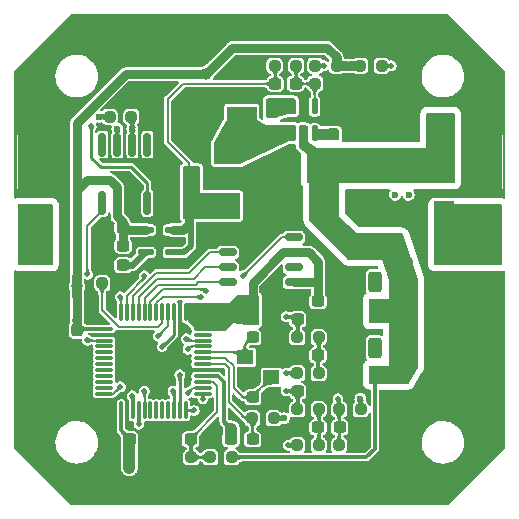
<source format=gbr>
%TF.GenerationSoftware,KiCad,Pcbnew,(6.0.5)*%
%TF.CreationDate,2023-01-06T15:20:20+08:00*%
%TF.ProjectId,Step_Ctrl_V1,53746570-5f43-4747-926c-5f56312e6b69,rev?*%
%TF.SameCoordinates,Original*%
%TF.FileFunction,Copper,L4,Bot*%
%TF.FilePolarity,Positive*%
%FSLAX46Y46*%
G04 Gerber Fmt 4.6, Leading zero omitted, Abs format (unit mm)*
G04 Created by KiCad (PCBNEW (6.0.5)) date 2023-01-06 15:20:20*
%MOMM*%
%LPD*%
G01*
G04 APERTURE LIST*
G04 Aperture macros list*
%AMRoundRect*
0 Rectangle with rounded corners*
0 $1 Rounding radius*
0 $2 $3 $4 $5 $6 $7 $8 $9 X,Y pos of 4 corners*
0 Add a 4 corners polygon primitive as box body*
4,1,4,$2,$3,$4,$5,$6,$7,$8,$9,$2,$3,0*
0 Add four circle primitives for the rounded corners*
1,1,$1+$1,$2,$3*
1,1,$1+$1,$4,$5*
1,1,$1+$1,$6,$7*
1,1,$1+$1,$8,$9*
0 Add four rect primitives between the rounded corners*
20,1,$1+$1,$2,$3,$4,$5,0*
20,1,$1+$1,$4,$5,$6,$7,0*
20,1,$1+$1,$6,$7,$8,$9,0*
20,1,$1+$1,$8,$9,$2,$3,0*%
G04 Aperture macros list end*
%TA.AperFunction,SMDPad,CuDef*%
%ADD10RoundRect,0.237500X0.250000X0.237500X-0.250000X0.237500X-0.250000X-0.237500X0.250000X-0.237500X0*%
%TD*%
%TA.AperFunction,SMDPad,CuDef*%
%ADD11RoundRect,0.237500X-0.250000X-0.237500X0.250000X-0.237500X0.250000X0.237500X-0.250000X0.237500X0*%
%TD*%
%TA.AperFunction,SMDPad,CuDef*%
%ADD12RoundRect,0.237500X-0.300000X-0.237500X0.300000X-0.237500X0.300000X0.237500X-0.300000X0.237500X0*%
%TD*%
%TA.AperFunction,SMDPad,CuDef*%
%ADD13RoundRect,0.137500X0.525000X0.137500X-0.525000X0.137500X-0.525000X-0.137500X0.525000X-0.137500X0*%
%TD*%
%TA.AperFunction,SMDPad,CuDef*%
%ADD14RoundRect,0.137500X-0.137500X0.525000X-0.137500X-0.525000X0.137500X-0.525000X0.137500X0.525000X0*%
%TD*%
%TA.AperFunction,SMDPad,CuDef*%
%ADD15RoundRect,0.381000X0.762000X0.381000X-0.762000X0.381000X-0.762000X-0.381000X0.762000X-0.381000X0*%
%TD*%
%TA.AperFunction,SMDPad,CuDef*%
%ADD16RoundRect,0.381000X-0.762000X-0.381000X0.762000X-0.381000X0.762000X0.381000X-0.762000X0.381000X0*%
%TD*%
%TA.AperFunction,SMDPad,CuDef*%
%ADD17R,1.400000X1.200000*%
%TD*%
%TA.AperFunction,SMDPad,CuDef*%
%ADD18RoundRect,0.150000X0.150000X-0.825000X0.150000X0.825000X-0.150000X0.825000X-0.150000X-0.825000X0*%
%TD*%
%TA.AperFunction,SMDPad,CuDef*%
%ADD19RoundRect,0.175000X0.575000X0.175000X-0.575000X0.175000X-0.575000X-0.175000X0.575000X-0.175000X0*%
%TD*%
%TA.AperFunction,SMDPad,CuDef*%
%ADD20RoundRect,0.075000X0.075000X0.662500X-0.075000X0.662500X-0.075000X-0.662500X0.075000X-0.662500X0*%
%TD*%
%TA.AperFunction,SMDPad,CuDef*%
%ADD21RoundRect,0.075000X0.662500X0.075000X-0.662500X0.075000X-0.662500X-0.075000X0.662500X-0.075000X0*%
%TD*%
%TA.AperFunction,SMDPad,CuDef*%
%ADD22RoundRect,0.250000X0.312500X0.625000X-0.312500X0.625000X-0.312500X-0.625000X0.312500X-0.625000X0*%
%TD*%
%TA.AperFunction,SMDPad,CuDef*%
%ADD23RoundRect,0.237500X0.237500X-0.250000X0.237500X0.250000X-0.237500X0.250000X-0.237500X-0.250000X0*%
%TD*%
%TA.AperFunction,SMDPad,CuDef*%
%ADD24RoundRect,0.450000X-0.650000X0.450000X-0.650000X-0.450000X0.650000X-0.450000X0.650000X0.450000X0*%
%TD*%
%TA.AperFunction,SMDPad,CuDef*%
%ADD25R,2.500000X1.800000*%
%TD*%
%TA.AperFunction,SMDPad,CuDef*%
%ADD26R,2.500000X2.300000*%
%TD*%
%TA.AperFunction,SMDPad,CuDef*%
%ADD27R,1.800000X2.500000*%
%TD*%
%TA.AperFunction,SMDPad,CuDef*%
%ADD28RoundRect,0.237500X0.300000X0.237500X-0.300000X0.237500X-0.300000X-0.237500X0.300000X-0.237500X0*%
%TD*%
%TA.AperFunction,SMDPad,CuDef*%
%ADD29RoundRect,0.237500X-0.237500X0.300000X-0.237500X-0.300000X0.237500X-0.300000X0.237500X0.300000X0*%
%TD*%
%TA.AperFunction,SMDPad,CuDef*%
%ADD30RoundRect,0.250000X1.100000X-0.325000X1.100000X0.325000X-1.100000X0.325000X-1.100000X-0.325000X0*%
%TD*%
%TA.AperFunction,SMDPad,CuDef*%
%ADD31RoundRect,0.250000X-1.100000X0.325000X-1.100000X-0.325000X1.100000X-0.325000X1.100000X0.325000X0*%
%TD*%
%TA.AperFunction,SMDPad,CuDef*%
%ADD32RoundRect,0.250000X-0.325000X-1.100000X0.325000X-1.100000X0.325000X1.100000X-0.325000X1.100000X0*%
%TD*%
%TA.AperFunction,ViaPad*%
%ADD33C,0.500000*%
%TD*%
%TA.AperFunction,ViaPad*%
%ADD34C,0.600000*%
%TD*%
%TA.AperFunction,ViaPad*%
%ADD35C,1.000000*%
%TD*%
%TA.AperFunction,Conductor*%
%ADD36C,0.200000*%
%TD*%
%TA.AperFunction,Conductor*%
%ADD37C,0.300000*%
%TD*%
%TA.AperFunction,Conductor*%
%ADD38C,0.750000*%
%TD*%
%TA.AperFunction,Conductor*%
%ADD39C,0.600000*%
%TD*%
%TA.AperFunction,Conductor*%
%ADD40C,1.000000*%
%TD*%
%TA.AperFunction,Conductor*%
%ADD41C,0.500000*%
%TD*%
%TA.AperFunction,Conductor*%
%ADD42C,0.250000*%
%TD*%
G04 APERTURE END LIST*
D10*
%TO.P,TH1,2*%
%TO.N,/TEMP*%
X136374500Y-111506000D03*
%TO.P,TH1,1*%
%TO.N,+3V3*%
X138199500Y-111506000D03*
%TD*%
D11*
%TO.P,R17,2*%
%TO.N,GND*%
X138199500Y-114554000D03*
%TO.P,R17,1*%
%TO.N,/TEMP*%
X136374500Y-114554000D03*
%TD*%
D12*
%TO.P,C31,2*%
%TO.N,GND*%
X138149500Y-113030000D03*
%TO.P,C31,1*%
%TO.N,/TEMP*%
X136424500Y-113030000D03*
%TD*%
D13*
%TO.P,U1,1,IN*%
%TO.N,+5VD*%
X122295500Y-96332000D03*
%TO.P,U1,2,GND*%
%TO.N,GND*%
X122295500Y-97282000D03*
%TO.P,U1,3,EN*%
%TO.N,+5VD*%
X122295500Y-98232000D03*
%TO.P,U1,4,BP*%
%TO.N,Net-(C4-Pad1)*%
X120020500Y-98232000D03*
%TO.P,U1,5,OUT*%
%TO.N,+3V3*%
X120020500Y-96332000D03*
%TD*%
D14*
%TO.P,U2,1,BS*%
%TO.N,Net-(C7-Pad1)*%
X132400000Y-85857500D03*
%TO.P,U2,2,GND*%
%TO.N,GND*%
X133350000Y-85857500D03*
%TO.P,U2,3,FB*%
%TO.N,Net-(C10-Pad1)*%
X134300000Y-85857500D03*
%TO.P,U2,4,EN*%
%TO.N,Net-(R5-Pad2)*%
X134300000Y-88132500D03*
%TO.P,U2,5,IN*%
%TO.N,VCC*%
X133350000Y-88132500D03*
%TO.P,U2,6,SW*%
%TO.N,Net-(C7-Pad2)*%
X132400000Y-88132500D03*
%TD*%
D15*
%TO.P,J4,1,Pin_1*%
%TO.N,GND*%
X148717000Y-92075000D03*
%TD*%
D16*
%TO.P,J3,1,Pin_1*%
%TO.N,Net-(D1-Pad2)*%
X110617000Y-95504000D03*
%TD*%
%TO.P,J2,1,Pin_1*%
%TO.N,GND*%
X110617000Y-92075000D03*
%TD*%
%TO.P,J1,1,Pin_1*%
%TO.N,Net-(D1-Pad2)*%
X148717000Y-95504000D03*
%TD*%
D17*
%TO.P,Y1,4,4*%
%TO.N,GND*%
X128440000Y-108800000D03*
%TO.P,Y1,3,3*%
%TO.N,/OSC_OUT*%
X130640000Y-108800000D03*
%TO.P,Y1,2,2*%
%TO.N,GND*%
X130640000Y-107100000D03*
%TO.P,Y1,1,1*%
%TO.N,/OSC_IN*%
X128440000Y-107100000D03*
%TD*%
D18*
%TO.P,U5,1,D*%
%TO.N,/CAN_TX*%
X120142000Y-94042000D03*
%TO.P,U5,2,GND*%
%TO.N,GND*%
X118872000Y-94042000D03*
%TO.P,U5,3,VCC*%
%TO.N,+3V3*%
X117602000Y-94042000D03*
%TO.P,U5,4,R*%
%TO.N,/CAN_RX*%
X116332000Y-94042000D03*
%TO.P,U5,5,NC*%
%TO.N,unconnected-(U5-Pad5)*%
X116332000Y-89092000D03*
%TO.P,U5,6,CANL*%
%TO.N,/CAN_L*%
X117602000Y-89092000D03*
%TO.P,U5,7,CANH*%
%TO.N,/CAN_H*%
X118872000Y-89092000D03*
%TO.P,U5,8,NC*%
%TO.N,unconnected-(U5-Pad8)*%
X120142000Y-89092000D03*
%TD*%
D19*
%TO.P,U4,8,GND*%
%TO.N,GND*%
X126943200Y-96951800D03*
%TO.P,U4,7,Z/W*%
%TO.N,/SPI1_SCK*%
X126943200Y-98221800D03*
%TO.P,U4,6,B/V*%
%TO.N,/SPI1_MISO*%
X126943200Y-99491800D03*
%TO.P,U4,5,A/U*%
%TO.N,/SPI1_MOSI*%
X126943200Y-100761800D03*
%TO.P,U4,4,VDD*%
%TO.N,+3V3*%
X132543200Y-100761800D03*
%TO.P,U4,3,OUT*%
%TO.N,unconnected-(U4-Pad3)*%
X132543200Y-99491800D03*
%TO.P,U4,2,HVPP*%
%TO.N,+3V3*%
X132543200Y-98221800D03*
%TO.P,U4,1,CSN*%
%TO.N,/MT6812_CS*%
X132543200Y-96951800D03*
%TD*%
D20*
%TO.P,U3,48,VDD*%
%TO.N,+3V3*%
X123400000Y-103279500D03*
%TO.P,U3,47,VSS*%
%TO.N,GND*%
X122900000Y-103279500D03*
%TO.P,U3,46,PB9*%
%TO.N,/CAN_TX*%
X122400000Y-103279500D03*
%TO.P,U3,45,PB8*%
%TO.N,/CAN_RX*%
X121900000Y-103279500D03*
%TO.P,U3,44,BOOT0*%
%TO.N,Net-(R4-Pad2)*%
X121400000Y-103279500D03*
%TO.P,U3,43,PB7*%
%TO.N,/UART1_RX*%
X120900000Y-103279500D03*
%TO.P,U3,42,PB6*%
%TO.N,/UART1_TX*%
X120400000Y-103279500D03*
%TO.P,U3,41,PB5*%
%TO.N,/SPI1_MOSI*%
X119900000Y-103279500D03*
%TO.P,U3,40,PB4*%
%TO.N,/SPI1_MISO*%
X119400000Y-103279500D03*
%TO.P,U3,39,PB3*%
%TO.N,/SPI1_SCK*%
X118900000Y-103279500D03*
%TO.P,U3,38,PA15*%
%TO.N,/MT6812_CS*%
X118400000Y-103279500D03*
%TO.P,U3,37,PA14*%
%TO.N,/SWCLK*%
X117900000Y-103279500D03*
D21*
%TO.P,U3,36,VDD*%
%TO.N,+3V3*%
X116487500Y-104692000D03*
%TO.P,U3,35,VSS*%
%TO.N,GND*%
X116487500Y-105192000D03*
%TO.P,U3,34,PA13*%
%TO.N,/SWDIO*%
X116487500Y-105692000D03*
%TO.P,U3,33,PA12*%
%TO.N,/USB_DP*%
X116487500Y-106192000D03*
%TO.P,U3,32,PA11*%
%TO.N,/USB_DM*%
X116487500Y-106692000D03*
%TO.P,U3,31,PA10*%
%TO.N,/OLED_CS*%
X116487500Y-107192000D03*
%TO.P,U3,30,PA9*%
%TO.N,/OLED_RES*%
X116487500Y-107692000D03*
%TO.P,U3,29,PA8*%
%TO.N,/OLED_DC*%
X116487500Y-108192000D03*
%TO.P,U3,28,PB15*%
%TO.N,/SPI2_MOSI*%
X116487500Y-108692000D03*
%TO.P,U3,27,PB14*%
%TO.N,/SPI2_MISO*%
X116487500Y-109192000D03*
%TO.P,U3,26,PB13*%
%TO.N,/SPI2_SCK*%
X116487500Y-109692000D03*
%TO.P,U3,25,PB12*%
%TO.N,/KEY_UP*%
X116487500Y-110192000D03*
D20*
%TO.P,U3,24,VDD*%
%TO.N,+3V3*%
X117900000Y-111604500D03*
%TO.P,U3,23,VSS*%
%TO.N,GND*%
X118400000Y-111604500D03*
%TO.P,U3,22,PB11*%
%TO.N,/IN_PWM_A*%
X118900000Y-111604500D03*
%TO.P,U3,21,PB10*%
%TO.N,/IN_PWM_B*%
X119400000Y-111604500D03*
%TO.P,U3,20,PB2*%
%TO.N,/KEY_DOWN*%
X119900000Y-111604500D03*
%TO.P,U3,19,PB1*%
%TO.N,unconnected-(U3-Pad19)*%
X120400000Y-111604500D03*
%TO.P,U3,18,PB0*%
%TO.N,unconnected-(U3-Pad18)*%
X120900000Y-111604500D03*
%TO.P,U3,17,PA7*%
%TO.N,unconnected-(U3-Pad17)*%
X121400000Y-111604500D03*
%TO.P,U3,16,PA6*%
%TO.N,unconnected-(U3-Pad16)*%
X121900000Y-111604500D03*
%TO.P,U3,15,PA5*%
%TO.N,/IN_AP*%
X122400000Y-111604500D03*
%TO.P,U3,14,PA4*%
%TO.N,/IN_AM*%
X122900000Y-111604500D03*
%TO.P,U3,13,PA3*%
%TO.N,/IN_BP*%
X123400000Y-111604500D03*
D21*
%TO.P,U3,12,PA2*%
%TO.N,/IN_BM*%
X124812500Y-110192000D03*
%TO.P,U3,11,PA1*%
%TO.N,/TEMP*%
X124812500Y-109692000D03*
%TO.P,U3,10,PA0*%
%TO.N,/POWER_U*%
X124812500Y-109192000D03*
%TO.P,U3,9,VDDA*%
%TO.N,+3V3*%
X124812500Y-108692000D03*
%TO.P,U3,8,VSSA*%
%TO.N,GND*%
X124812500Y-108192000D03*
%TO.P,U3,7,NRST*%
%TO.N,Net-(C2-Pad1)*%
X124812500Y-107692000D03*
%TO.P,U3,6,PD1*%
%TO.N,/OSC_OUT*%
X124812500Y-107192000D03*
%TO.P,U3,5,PD0*%
%TO.N,/OSC_IN*%
X124812500Y-106692000D03*
%TO.P,U3,4,PC15*%
%TO.N,Net-(D3-Pad1)*%
X124812500Y-106192000D03*
%TO.P,U3,3,PC14*%
%TO.N,Net-(D2-Pad1)*%
X124812500Y-105692000D03*
%TO.P,U3,2,PC13*%
%TO.N,unconnected-(U3-Pad2)*%
X124812500Y-105192000D03*
%TO.P,U3,1,VBAT*%
%TO.N,+3V3*%
X124812500Y-104692000D03*
%TD*%
D10*
%TO.P,R18,2*%
%TO.N,GND*%
X122023500Y-115570000D03*
%TO.P,R18,1*%
%TO.N,/POWER_U*%
X123848500Y-115570000D03*
%TD*%
%TO.P,R16,2*%
%TO.N,/POWER_U*%
X125452500Y-115570000D03*
%TO.P,R16,1*%
%TO.N,VCC*%
X127277500Y-115570000D03*
%TD*%
D22*
%TO.P,R15,2*%
%TO.N,GND*%
X136459500Y-106299000D03*
%TO.P,R15,1*%
%TO.N,Net-(R15-Pad1)*%
X139384500Y-106299000D03*
%TD*%
%TO.P,R14,2*%
%TO.N,GND*%
X136459500Y-100711000D03*
%TO.P,R14,1*%
%TO.N,Net-(R14-Pad1)*%
X139384500Y-100711000D03*
%TD*%
D11*
%TO.P,R13,2*%
%TO.N,Net-(C24-Pad1)*%
X134643500Y-111506000D03*
%TO.P,R13,1*%
%TO.N,Net-(C26-Pad1)*%
X132818500Y-111506000D03*
%TD*%
%TO.P,R12,2*%
%TO.N,Net-(C23-Pad1)*%
X134643500Y-105410000D03*
%TO.P,R12,1*%
%TO.N,Net-(C25-Pad1)*%
X132818500Y-105410000D03*
%TD*%
D10*
%TO.P,R10,2*%
%TO.N,/IN_PWM_B*%
X132818500Y-114554000D03*
%TO.P,R10,1*%
%TO.N,Net-(C24-Pad1)*%
X134643500Y-114554000D03*
%TD*%
%TO.P,R9,2*%
%TO.N,/IN_PWM_A*%
X132818500Y-108458000D03*
%TO.P,R9,1*%
%TO.N,Net-(C23-Pad1)*%
X134643500Y-108458000D03*
%TD*%
%TO.P,R8,1*%
%TO.N,/CAN_H*%
X118768500Y-86741000D03*
%TO.P,R8,2*%
%TO.N,Net-(R11-Pad1)*%
X116943500Y-86741000D03*
%TD*%
D11*
%TO.P,R7,2*%
%TO.N,GND*%
X136167500Y-83947000D03*
%TO.P,R7,1*%
%TO.N,Net-(C10-Pad1)*%
X134342500Y-83947000D03*
%TD*%
%TO.P,R6,2*%
%TO.N,Net-(C10-Pad1)*%
X132738500Y-82423000D03*
%TO.P,R6,1*%
%TO.N,+5VD*%
X130913500Y-82423000D03*
%TD*%
D23*
%TO.P,R5,1*%
%TO.N,VCC*%
X135890000Y-90066500D03*
%TO.P,R5,2*%
%TO.N,Net-(R5-Pad2)*%
X135890000Y-88241500D03*
%TD*%
D10*
%TO.P,R4,2*%
%TO.N,Net-(R4-Pad2)*%
X116308500Y-100838000D03*
%TO.P,R4,1*%
%TO.N,GND*%
X118133500Y-100838000D03*
%TD*%
%TO.P,R3,2*%
%TO.N,Net-(C2-Pad1)*%
X129008500Y-112268000D03*
%TO.P,R3,1*%
%TO.N,+3V3*%
X130833500Y-112268000D03*
%TD*%
%TO.P,R2,2*%
%TO.N,+3V3*%
X138152500Y-82423000D03*
%TO.P,R2,1*%
%TO.N,Net-(D3-Pad2)*%
X139977500Y-82423000D03*
%TD*%
D11*
%TO.P,R1,2*%
%TO.N,+3V3*%
X136167500Y-82423000D03*
%TO.P,R1,1*%
%TO.N,Net-(D2-Pad2)*%
X134342500Y-82423000D03*
%TD*%
D24*
%TO.P,L1,2,2*%
%TO.N,+5VD*%
X126873000Y-94325000D03*
%TO.P,L1,1,1*%
%TO.N,Net-(C7-Pad2)*%
X126873000Y-89825000D03*
%TD*%
D25*
%TO.P,D5,2,A*%
%TO.N,GND*%
X124111000Y-86741000D03*
%TO.P,D5,1,K*%
%TO.N,Net-(C7-Pad2)*%
X128111000Y-86741000D03*
%TD*%
D26*
%TO.P,D4,2,A2*%
%TO.N,VCC*%
X135119000Y-93218000D03*
%TO.P,D4,1,A1*%
%TO.N,GND*%
X130819000Y-93218000D03*
%TD*%
D27*
%TO.P,D1,2,A*%
%TO.N,Net-(D1-Pad2)*%
X145288000Y-95116400D03*
%TO.P,D1,1,K*%
%TO.N,VCC*%
X145288000Y-91116400D03*
%TD*%
D28*
%TO.P,C30,2*%
%TO.N,GND*%
X122073500Y-114046000D03*
%TO.P,C30,1*%
%TO.N,/POWER_U*%
X123798500Y-114046000D03*
%TD*%
%TO.P,C29,2*%
%TO.N,GND*%
X137694500Y-108839000D03*
%TO.P,C29,1*%
%TO.N,VCC*%
X139419500Y-108839000D03*
%TD*%
%TO.P,C28,2*%
%TO.N,GND*%
X137694500Y-103251000D03*
%TO.P,C28,1*%
%TO.N,VCC*%
X139419500Y-103251000D03*
%TD*%
%TO.P,C27,2*%
%TO.N,GND*%
X132868500Y-102362000D03*
%TO.P,C27,1*%
%TO.N,+3V3*%
X134593500Y-102362000D03*
%TD*%
D12*
%TO.P,C26,2*%
%TO.N,GND*%
X134593500Y-109982000D03*
%TO.P,C26,1*%
%TO.N,Net-(C26-Pad1)*%
X132868500Y-109982000D03*
%TD*%
%TO.P,C25,2*%
%TO.N,GND*%
X134593500Y-103886000D03*
%TO.P,C25,1*%
%TO.N,Net-(C25-Pad1)*%
X132868500Y-103886000D03*
%TD*%
D28*
%TO.P,C24,2*%
%TO.N,GND*%
X132868500Y-113030000D03*
%TO.P,C24,1*%
%TO.N,Net-(C24-Pad1)*%
X134593500Y-113030000D03*
%TD*%
%TO.P,C23,2*%
%TO.N,GND*%
X132868500Y-106934000D03*
%TO.P,C23,1*%
%TO.N,Net-(C23-Pad1)*%
X134593500Y-106934000D03*
%TD*%
D29*
%TO.P,C22,2*%
%TO.N,GND*%
X114173000Y-106526500D03*
%TO.P,C22,1*%
%TO.N,+3V3*%
X114173000Y-104801500D03*
%TD*%
D30*
%TO.P,C21,1*%
%TO.N,VCC*%
X141732000Y-89994000D03*
%TO.P,C21,2*%
%TO.N,GND*%
X141732000Y-87044000D03*
%TD*%
D12*
%TO.P,C20,2*%
%TO.N,GND*%
X130783500Y-103886000D03*
%TO.P,C20,1*%
%TO.N,+3V3*%
X129058500Y-103886000D03*
%TD*%
%TO.P,C19,2*%
%TO.N,GND*%
X130783500Y-105410000D03*
%TO.P,C19,1*%
%TO.N,/OSC_IN*%
X129058500Y-105410000D03*
%TD*%
%TO.P,C18,2*%
%TO.N,GND*%
X130783500Y-110490000D03*
%TO.P,C18,1*%
%TO.N,/OSC_OUT*%
X129058500Y-110490000D03*
%TD*%
D30*
%TO.P,C17,1*%
%TO.N,VCC*%
X138430000Y-89994000D03*
%TO.P,C17,2*%
%TO.N,GND*%
X138430000Y-87044000D03*
%TD*%
D28*
%TO.P,C16,2*%
%TO.N,GND*%
X125502500Y-114046000D03*
%TO.P,C16,1*%
%TO.N,+3V3*%
X127227500Y-114046000D03*
%TD*%
%TO.P,C15,1*%
%TO.N,+5VD*%
X123671500Y-92964000D03*
%TO.P,C15,2*%
%TO.N,GND*%
X121946500Y-92964000D03*
%TD*%
D12*
%TO.P,C14,1*%
%TO.N,+3V3*%
X129058500Y-102362000D03*
%TO.P,C14,2*%
%TO.N,GND*%
X130783500Y-102362000D03*
%TD*%
D31*
%TO.P,C13,2*%
%TO.N,GND*%
X141732000Y-94693000D03*
%TO.P,C13,1*%
%TO.N,VCC*%
X141732000Y-91743000D03*
%TD*%
D28*
%TO.P,C12,1*%
%TO.N,+5VD*%
X123671500Y-91440000D03*
%TO.P,C12,2*%
%TO.N,GND*%
X121946500Y-91440000D03*
%TD*%
D12*
%TO.P,C11,2*%
%TO.N,GND*%
X120369500Y-114046000D03*
%TO.P,C11,1*%
%TO.N,+3V3*%
X118644500Y-114046000D03*
%TD*%
D28*
%TO.P,C10,2*%
%TO.N,+5VD*%
X130963500Y-83947000D03*
%TO.P,C10,1*%
%TO.N,Net-(C10-Pad1)*%
X132688500Y-83947000D03*
%TD*%
D31*
%TO.P,C9,2*%
%TO.N,GND*%
X138430000Y-94693000D03*
%TO.P,C9,1*%
%TO.N,VCC*%
X138430000Y-91743000D03*
%TD*%
D32*
%TO.P,C8,2*%
%TO.N,GND*%
X147271000Y-87757000D03*
%TO.P,C8,1*%
%TO.N,VCC*%
X144321000Y-87757000D03*
%TD*%
D29*
%TO.P,C7,2*%
%TO.N,Net-(C7-Pad2)*%
X130683000Y-87984500D03*
%TO.P,C7,1*%
%TO.N,Net-(C7-Pad1)*%
X130683000Y-86259500D03*
%TD*%
D28*
%TO.P,C6,1*%
%TO.N,+3V3*%
X118083500Y-97663000D03*
%TO.P,C6,2*%
%TO.N,GND*%
X116358500Y-97663000D03*
%TD*%
%TO.P,C5,1*%
%TO.N,+3V3*%
X118083500Y-96139000D03*
%TO.P,C5,2*%
%TO.N,GND*%
X116358500Y-96139000D03*
%TD*%
%TO.P,C4,1*%
%TO.N,Net-(C4-Pad1)*%
X118083500Y-99314000D03*
%TO.P,C4,2*%
%TO.N,GND*%
X116358500Y-99314000D03*
%TD*%
%TO.P,C3,1*%
%TO.N,VCC*%
X134212500Y-90043000D03*
%TO.P,C3,2*%
%TO.N,GND*%
X132487500Y-90043000D03*
%TD*%
D12*
%TO.P,C2,2*%
%TO.N,GND*%
X130783500Y-114046000D03*
%TO.P,C2,1*%
%TO.N,Net-(C2-Pad1)*%
X129058500Y-114046000D03*
%TD*%
D28*
%TO.P,C1,1*%
%TO.N,+5VD*%
X123671500Y-94488000D03*
%TO.P,C1,2*%
%TO.N,GND*%
X121946500Y-94488000D03*
%TD*%
D33*
%TO.N,GND*%
X118872000Y-100330000D03*
X117221000Y-100076000D03*
X117094000Y-101600000D03*
X136906000Y-84074000D03*
X137033000Y-83439000D03*
X133604000Y-84963000D03*
X133223000Y-86741000D03*
X115189000Y-103886000D03*
X114046000Y-109093000D03*
X113030000Y-108585000D03*
X112014000Y-108077000D03*
X111125000Y-107315000D03*
X110490000Y-106426000D03*
X109855000Y-105283000D03*
X114300000Y-108077000D03*
X113284000Y-107569000D03*
X112395000Y-107061000D03*
X111633000Y-106426000D03*
X111125000Y-105664000D03*
X110744000Y-104775000D03*
X114808000Y-107569000D03*
X113157000Y-106807000D03*
X112776000Y-106045000D03*
X112014000Y-105283000D03*
X111633000Y-104521000D03*
X118745000Y-105410000D03*
X117983000Y-105410000D03*
X122682000Y-106045000D03*
X123063000Y-104648000D03*
X120904000Y-109474000D03*
X121666000Y-109474000D03*
X121666000Y-108712000D03*
X120904000Y-108712000D03*
X120142000Y-108712000D03*
X119380000Y-108712000D03*
X118618000Y-108712000D03*
X122428000Y-107950000D03*
X121666000Y-107950000D03*
X120904000Y-107950000D03*
X120142000Y-107950000D03*
X119380000Y-107950000D03*
X118618000Y-107950000D03*
X123190000Y-107188000D03*
X122428000Y-107188000D03*
X121666000Y-107188000D03*
X120904000Y-107188000D03*
X120142000Y-107188000D03*
X119380000Y-107188000D03*
X118618000Y-107188000D03*
X133858000Y-118364000D03*
X133858000Y-117475000D03*
X132842000Y-118364000D03*
X132842000Y-117475000D03*
X130048000Y-118364000D03*
X130048000Y-117475000D03*
X125730000Y-118364000D03*
X125730000Y-117602000D03*
X124841000Y-118364000D03*
X124841000Y-117602000D03*
X122047000Y-118364000D03*
X122047000Y-117602000D03*
X122555000Y-113157000D03*
X121793000Y-113157000D03*
X121031000Y-113157000D03*
X125603000Y-113157000D03*
X131572000Y-113665000D03*
X132080000Y-113157000D03*
X130175000Y-111379000D03*
X131572000Y-111379000D03*
X130175000Y-106172000D03*
X130302000Y-104648000D03*
X131445000Y-104648000D03*
X137414000Y-112395000D03*
X138684000Y-113792000D03*
X137541000Y-113792000D03*
X137160000Y-109855000D03*
X136525000Y-109474000D03*
X135763000Y-109474000D03*
X136525000Y-108712000D03*
X135763000Y-108712000D03*
X137287000Y-107950000D03*
X136525000Y-107950000D03*
X135763000Y-107950000D03*
X137287000Y-107188000D03*
X136525000Y-107188000D03*
X135763000Y-107188000D03*
X137287000Y-106426000D03*
X136525000Y-106426000D03*
X135763000Y-106426000D03*
X137287000Y-105664000D03*
X136525000Y-105664000D03*
X135763000Y-105664000D03*
X137160000Y-104775000D03*
X137160000Y-104013000D03*
X136398000Y-104775000D03*
X136398000Y-104013000D03*
X136398000Y-103251000D03*
X137160000Y-102489000D03*
X136398000Y-102489000D03*
X137160000Y-101727000D03*
X136398000Y-101727000D03*
X135636000Y-101727000D03*
X137160000Y-100965000D03*
X136398000Y-100965000D03*
X135636000Y-100965000D03*
X137160000Y-100203000D03*
X136398000Y-100203000D03*
X135636000Y-100203000D03*
X121031000Y-86995000D03*
X119888000Y-86995000D03*
X120396000Y-86360000D03*
X120904000Y-85725000D03*
X119761000Y-85725000D03*
X117856000Y-85725000D03*
X120269000Y-85090000D03*
X119126000Y-85090000D03*
X118110000Y-85090000D03*
X121031000Y-84328000D03*
X120269000Y-84328000D03*
X119507000Y-84328000D03*
X118745000Y-84328000D03*
X125984000Y-86868000D03*
X125984000Y-86106000D03*
X126365000Y-85471000D03*
X125603000Y-85471000D03*
X124841000Y-85471000D03*
X127889000Y-84709000D03*
X127127000Y-84709000D03*
X126365000Y-84709000D03*
X125603000Y-84709000D03*
X124841000Y-84709000D03*
X147066000Y-85725000D03*
X147828000Y-85725000D03*
X148336000Y-86233000D03*
X148336000Y-86995000D03*
X148336000Y-87757000D03*
X142240000Y-85979000D03*
X141351000Y-85979000D03*
X140589000Y-85979000D03*
X139700000Y-85979000D03*
X138938000Y-85979000D03*
X138176000Y-85979000D03*
X137414000Y-85979000D03*
X136525000Y-86995000D03*
%TO.N,/TEMP*%
X123571000Y-110109000D03*
D34*
%TO.N,/CAN_H*%
X142265400Y-93345000D03*
%TO.N,/CAN_L*%
X141122400Y-93345000D03*
D33*
%TO.N,Net-(D3-Pad2)*%
X140792200Y-82423000D03*
%TO.N,Net-(D2-Pad2)*%
X135102600Y-82423000D03*
D35*
%TO.N,+3V3*%
X125120400Y-83134200D03*
D33*
%TO.N,/CAN_TX*%
X121386600Y-106197400D03*
X115392200Y-87528400D03*
D35*
%TO.N,+3V3*%
X126285700Y-103279500D03*
D34*
X138176000Y-110617000D03*
X131699000Y-112268000D03*
D35*
X127254000Y-113157000D03*
X118618000Y-116459000D03*
X114173000Y-101092000D03*
D33*
%TO.N,/UART1_RX*%
X124675298Y-102032602D03*
%TO.N,/UART1_TX*%
X125095000Y-101473000D03*
%TO.N,/TEMP*%
X136271000Y-110617000D03*
%TO.N,Net-(D2-Pad1)*%
X123444000Y-105537000D03*
%TO.N,Net-(D3-Pad1)*%
X123571000Y-106426000D03*
%TO.N,/KEY_DOWN*%
X119888000Y-109982000D03*
%TO.N,/KEY_UP*%
X117856000Y-109601000D03*
%TO.N,/IN_PWM_B*%
X119430800Y-112776000D03*
X132080000Y-114554000D03*
%TO.N,Net-(C26-Pad1)*%
X131876800Y-109956600D03*
%TO.N,/IN_PWM_A*%
X118872000Y-110363000D03*
X131876800Y-108458000D03*
%TO.N,Net-(C25-Pad1)*%
X131876800Y-103657400D03*
%TO.N,/IN_BP*%
X124104400Y-111607600D03*
%TO.N,/IN_BM*%
X124841000Y-110617000D03*
%TO.N,/IN_AP*%
X122301000Y-109982000D03*
%TO.N,/IN_AM*%
X122885200Y-108585000D03*
D35*
%TO.N,VCC*%
X139420600Y-108839000D03*
%TO.N,Net-(R15-Pad1)*%
X139369800Y-106273600D03*
%TO.N,Net-(R14-Pad1)*%
X139395200Y-100711000D03*
%TO.N,VCC*%
X139446000Y-103251000D03*
D33*
%TO.N,/SWDIO*%
X115062000Y-105664000D03*
%TO.N,/SWCLK*%
X117850500Y-101981000D03*
%TO.N,/CAN_RX*%
X121081800Y-105308400D03*
X115062000Y-100076000D03*
%TO.N,/MT6812_CS*%
X128270000Y-100203000D03*
X119880444Y-100195444D03*
D34*
%TO.N,Net-(R11-Pad1)*%
X116078000Y-86741000D03*
D33*
%TO.N,GND*%
X148336000Y-88595200D03*
X149098000Y-90119200D03*
X147574000Y-90119200D03*
X149860000Y-90119200D03*
X148336000Y-90119200D03*
X149098000Y-88595200D03*
X149098000Y-89357200D03*
X149860000Y-88595200D03*
X147574000Y-88595200D03*
X147574000Y-89357200D03*
X148336000Y-89357200D03*
X149860000Y-89357200D03*
%TO.N,Net-(D1-Pad2)*%
X149098000Y-97485200D03*
X149098000Y-98247200D03*
X147574000Y-98247200D03*
X147574000Y-99009200D03*
X147574000Y-97485200D03*
X149860000Y-98247200D03*
X149860000Y-99009200D03*
X149860000Y-97485200D03*
X148336000Y-99009200D03*
X148336000Y-97485200D03*
X149098000Y-99009200D03*
X148336000Y-98247200D03*
X110998000Y-97485200D03*
X111760000Y-98247200D03*
X111760000Y-99009200D03*
X110998000Y-99009200D03*
X109474000Y-99009200D03*
X110998000Y-98247200D03*
X110236000Y-99009200D03*
X109474000Y-98247200D03*
X110236000Y-98247200D03*
X109474000Y-97485200D03*
X110236000Y-97485200D03*
X111760000Y-97485200D03*
%TO.N,GND*%
X110236000Y-89357200D03*
X111760000Y-89357200D03*
X109474000Y-89357200D03*
X110998000Y-89357200D03*
X110998000Y-88595200D03*
X109474000Y-88595200D03*
X111760000Y-88595200D03*
X110236000Y-88595200D03*
X110236000Y-90119200D03*
X111760000Y-90119200D03*
X109474000Y-90119200D03*
X110998000Y-90119200D03*
%TO.N,Net-(D1-Pad2)*%
X149098000Y-94437200D03*
X149098000Y-95199200D03*
X149860000Y-95961200D03*
X149860000Y-96723200D03*
X149098000Y-96723200D03*
X147574000Y-96723200D03*
X149098000Y-95961200D03*
X148336000Y-96723200D03*
X147574000Y-95961200D03*
X148336000Y-95961200D03*
X147574000Y-95199200D03*
X148336000Y-95199200D03*
X149860000Y-95199200D03*
X147574000Y-94437200D03*
X148336000Y-94437200D03*
X149860000Y-94437200D03*
%TO.N,GND*%
X148336000Y-90881200D03*
X149098000Y-92405200D03*
X147574000Y-92405200D03*
X148336000Y-92405200D03*
X149860000Y-92405200D03*
X149860000Y-90881200D03*
X147574000Y-90881200D03*
X149098000Y-90881200D03*
X148336000Y-91643200D03*
X147574000Y-91643200D03*
X149860000Y-91643200D03*
X149098000Y-91643200D03*
%TO.N,Net-(D1-Pad2)*%
X111760000Y-96723200D03*
X110998000Y-96723200D03*
X109474000Y-96723200D03*
X110236000Y-96723200D03*
X110998000Y-95961200D03*
X109474000Y-95961200D03*
X110236000Y-95961200D03*
X111760000Y-95961200D03*
X110998000Y-95199200D03*
X109474000Y-95199200D03*
X110236000Y-95199200D03*
X111760000Y-95199200D03*
X111760000Y-94437200D03*
X110998000Y-94437200D03*
X110236000Y-94437200D03*
X109474000Y-94437200D03*
%TO.N,GND*%
X110236000Y-92405200D03*
X109474000Y-92405200D03*
X111760000Y-92405200D03*
X110998000Y-92405200D03*
X110236000Y-91643200D03*
X111760000Y-91643200D03*
X109474000Y-91643200D03*
X110998000Y-91643200D03*
X111760000Y-90881200D03*
X110998000Y-90881200D03*
X110236000Y-90881200D03*
X109474000Y-90881200D03*
D34*
%TO.N,/CAN_H*%
X118872000Y-87757000D03*
%TO.N,/CAN_L*%
X117590725Y-87757000D03*
%TD*%
D36*
%TO.N,Net-(D3-Pad1)*%
X123805000Y-106192000D02*
X124812500Y-106192000D01*
X123571000Y-106426000D02*
X123805000Y-106192000D01*
%TO.N,Net-(D2-Pad1)*%
X123444000Y-105537000D02*
X123599000Y-105692000D01*
X123599000Y-105692000D02*
X124812500Y-105692000D01*
%TO.N,/MT6812_CS*%
X131521200Y-96951800D02*
X132543200Y-96951800D01*
X128270000Y-100203000D02*
X131521200Y-96951800D01*
D37*
%TO.N,+3V3*%
X126091000Y-108692000D02*
X124812500Y-108692000D01*
X126591449Y-109192449D02*
X126091000Y-108692000D01*
X126591449Y-112494449D02*
X126591449Y-109192449D01*
X127254000Y-113157000D02*
X126591449Y-112494449D01*
D36*
%TO.N,/KEY_UP*%
X117265000Y-110192000D02*
X116487500Y-110192000D01*
X117856000Y-109601000D02*
X117265000Y-110192000D01*
D37*
%TO.N,+3V3*%
X114256000Y-104692000D02*
X116487500Y-104692000D01*
X114173000Y-104775000D02*
X114256000Y-104692000D01*
D38*
X114173000Y-101092000D02*
X114173000Y-104775000D01*
D39*
%TO.N,Net-(C4-Pad1)*%
X119954000Y-98232000D02*
X120020500Y-98232000D01*
X118872000Y-99314000D02*
X119954000Y-98232000D01*
X118083500Y-99314000D02*
X118872000Y-99314000D01*
D38*
%TO.N,+3V3*%
X118083500Y-96266000D02*
X118083500Y-97663000D01*
D40*
%TO.N,VCC*%
X142087600Y-99060000D02*
X142087600Y-100609400D01*
X140741400Y-97713800D02*
X142087600Y-99060000D01*
X135119000Y-95368000D02*
X137464800Y-97713800D01*
X137464800Y-97713800D02*
X140741400Y-97713800D01*
X135119000Y-93218000D02*
X135119000Y-95368000D01*
D36*
%TO.N,/MT6812_CS*%
X119880444Y-100407550D02*
X118400000Y-101887994D01*
X119880444Y-100195444D02*
X119880444Y-100407550D01*
X118400000Y-101887994D02*
X118400000Y-103279500D01*
%TO.N,/SWDIO*%
X115062000Y-105664000D02*
X115090000Y-105692000D01*
X115090000Y-105692000D02*
X116487500Y-105692000D01*
D41*
%TO.N,+5VD*%
X123825000Y-95988800D02*
X123671500Y-95835300D01*
X123825000Y-97663000D02*
X123825000Y-95988800D01*
X123256000Y-98232000D02*
X123825000Y-97663000D01*
X122295500Y-98232000D02*
X123256000Y-98232000D01*
D42*
%TO.N,/TEMP*%
X136271000Y-110617000D02*
X136374500Y-110720500D01*
X136374500Y-110720500D02*
X136374500Y-111506000D01*
D36*
X123988000Y-109692000D02*
X123571000Y-110109000D01*
X124812500Y-109692000D02*
X123988000Y-109692000D01*
D38*
%TO.N,+3V3*%
X135382000Y-80924400D02*
X136167500Y-81709900D01*
X127330200Y-80924400D02*
X135382000Y-80924400D01*
X136167500Y-81709900D02*
X136167500Y-82423000D01*
X125120400Y-83134200D02*
X127330200Y-80924400D01*
D42*
%TO.N,Net-(D3-Pad2)*%
X139977500Y-82423000D02*
X140792200Y-82423000D01*
%TO.N,Net-(D2-Pad2)*%
X135102600Y-82423000D02*
X134342500Y-82423000D01*
D38*
%TO.N,+3V3*%
X136167500Y-82423000D02*
X138152500Y-82423000D01*
X114173000Y-87274400D02*
X118313200Y-83134200D01*
X118313200Y-83134200D02*
X125120400Y-83134200D01*
X114173000Y-92900500D02*
X114173000Y-87274400D01*
D42*
%TO.N,/CAN_TX*%
X120142000Y-92354400D02*
X120142000Y-94042000D01*
X116179600Y-90982800D02*
X118770400Y-90982800D01*
X115392200Y-90195400D02*
X116179600Y-90982800D01*
X115392200Y-87528400D02*
X115392200Y-90195400D01*
X118770400Y-90982800D02*
X120142000Y-92354400D01*
X122400000Y-105184000D02*
X122400000Y-103279500D01*
X121386600Y-106197400D02*
X122400000Y-105184000D01*
D36*
%TO.N,/CAN_RX*%
X121900000Y-104490200D02*
X121900000Y-103279500D01*
X121081800Y-105308400D02*
X121900000Y-104490200D01*
%TO.N,+5VD*%
X130963500Y-82473000D02*
X130913500Y-82423000D01*
X130963500Y-83947000D02*
X130963500Y-82473000D01*
D38*
%TO.N,+3V3*%
X134518400Y-100761800D02*
X134593500Y-100686700D01*
X132543200Y-100761800D02*
X134518400Y-100761800D01*
X134593500Y-100686700D02*
X134593500Y-102362000D01*
X134593500Y-99008100D02*
X134593500Y-100686700D01*
X133807200Y-98221800D02*
X134593500Y-99008100D01*
X132543200Y-98221800D02*
X133807200Y-98221800D01*
X131648200Y-98221800D02*
X132543200Y-98221800D01*
X129058500Y-100811500D02*
X131648200Y-98221800D01*
X129058500Y-102362000D02*
X129058500Y-100811500D01*
D37*
X126285700Y-103279500D02*
X126590500Y-103279500D01*
X127508000Y-102362000D02*
X129058500Y-102362000D01*
X126590500Y-103279500D02*
X127508000Y-102362000D01*
X126702000Y-104692000D02*
X127508000Y-103886000D01*
X127508000Y-103886000D02*
X129058500Y-103886000D01*
D40*
X129058500Y-103886000D02*
X129058500Y-102362000D01*
D37*
X138199500Y-110640500D02*
X138176000Y-110617000D01*
X138199500Y-111506000D02*
X138199500Y-110640500D01*
X130833500Y-112268000D02*
X131699000Y-112268000D01*
D40*
X127254000Y-113157000D02*
X127254000Y-114019500D01*
D37*
X117900000Y-113301500D02*
X118644500Y-114046000D01*
X117900000Y-111604500D02*
X117900000Y-113301500D01*
D40*
X118618000Y-116459000D02*
X118618000Y-114072500D01*
X118618000Y-114072500D02*
X118644500Y-114046000D01*
D36*
%TO.N,/SPI1_MOSI*%
X119900000Y-102096000D02*
X119900000Y-103279500D01*
X124256800Y-100965000D02*
X121031000Y-100965000D01*
X124460000Y-100761800D02*
X124256800Y-100965000D01*
X121031000Y-100965000D02*
X119900000Y-102096000D01*
X126943200Y-100761800D02*
X124460000Y-100761800D01*
%TO.N,/UART1_RX*%
X120900000Y-102512349D02*
X120900000Y-103279500D01*
X124623696Y-101981000D02*
X121431349Y-101981000D01*
X124675298Y-102032602D02*
X124623696Y-101981000D01*
X121431349Y-101981000D02*
X120900000Y-102512349D01*
%TO.N,/UART1_TX*%
X124986520Y-101364520D02*
X121482823Y-101364520D01*
X125095000Y-101473000D02*
X124986520Y-101364520D01*
X121482823Y-101364520D02*
X120400000Y-102447343D01*
X120400000Y-102447343D02*
X120400000Y-103279500D01*
%TO.N,/SPI1_MISO*%
X119400000Y-102030994D02*
X119400000Y-103279500D01*
X120973994Y-100457000D02*
X119400000Y-102030994D01*
X124079000Y-100457000D02*
X120973994Y-100457000D01*
X126943200Y-99491800D02*
X125044200Y-99491800D01*
X125044200Y-99491800D02*
X124079000Y-100457000D01*
%TO.N,/SPI1_SCK*%
X118900000Y-101953000D02*
X118900000Y-103279500D01*
X120904000Y-99949000D02*
X118900000Y-101953000D01*
X126943200Y-98221800D02*
X125425200Y-98221800D01*
X125425200Y-98221800D02*
X123698000Y-99949000D01*
X123698000Y-99949000D02*
X120904000Y-99949000D01*
D37*
%TO.N,+3V3*%
X123400000Y-103279500D02*
X126285700Y-103279500D01*
D42*
%TO.N,/IN_AP*%
X122301000Y-109982000D02*
X122400000Y-110081000D01*
X122400000Y-110081000D02*
X122400000Y-111604500D01*
%TO.N,/IN_AM*%
X122900000Y-108599800D02*
X122900000Y-111604500D01*
X122885200Y-108585000D02*
X122900000Y-108599800D01*
%TO.N,/IN_BM*%
X124841000Y-110220500D02*
X124812500Y-110192000D01*
X124841000Y-110617000D02*
X124841000Y-110220500D01*
%TO.N,/TEMP*%
X136374500Y-114554000D02*
X136374500Y-111506000D01*
D37*
%TO.N,VCC*%
X138684000Y-115570000D02*
X127277500Y-115570000D01*
X139420600Y-114833400D02*
X138684000Y-115570000D01*
X139420600Y-108839000D02*
X139420600Y-114833400D01*
D36*
%TO.N,/KEY_DOWN*%
X119900000Y-109994000D02*
X119888000Y-109982000D01*
X119900000Y-111604500D02*
X119900000Y-109994000D01*
D42*
%TO.N,/IN_PWM_B*%
X132080000Y-114554000D02*
X132818500Y-114554000D01*
D36*
%TO.N,/POWER_U*%
X126067880Y-111776620D02*
X123798500Y-114046000D01*
X126067880Y-109558598D02*
X126067880Y-111776620D01*
X125701282Y-109192000D02*
X126067880Y-109558598D01*
X124812500Y-109192000D02*
X125701282Y-109192000D01*
D37*
%TO.N,+3V3*%
X127254000Y-114019500D02*
X127227500Y-114046000D01*
D42*
%TO.N,/POWER_U*%
X123848500Y-114096000D02*
X123798500Y-114046000D01*
X123848500Y-115570000D02*
X123848500Y-114096000D01*
X125452500Y-115570000D02*
X123848500Y-115570000D01*
%TO.N,/IN_PWM_B*%
X119400000Y-112745200D02*
X119430800Y-112776000D01*
X119400000Y-111604500D02*
X119400000Y-112745200D01*
%TO.N,Net-(C24-Pad1)*%
X134643500Y-111506000D02*
X134643500Y-114554000D01*
%TO.N,Net-(C26-Pad1)*%
X132868500Y-111456000D02*
X132818500Y-111506000D01*
X132868500Y-109982000D02*
X132868500Y-111456000D01*
%TO.N,/IN_PWM_A*%
X131876800Y-108458000D02*
X132818500Y-108458000D01*
%TO.N,Net-(C26-Pad1)*%
X132843100Y-109956600D02*
X132868500Y-109982000D01*
X131876800Y-109956600D02*
X132843100Y-109956600D01*
%TO.N,/IN_PWM_A*%
X118900000Y-110391000D02*
X118900000Y-111604500D01*
X118872000Y-110363000D02*
X118900000Y-110391000D01*
%TO.N,Net-(C23-Pad1)*%
X134593500Y-108408000D02*
X134643500Y-108458000D01*
X134593500Y-106934000D02*
X134593500Y-108408000D01*
X134643500Y-106884000D02*
X134593500Y-106934000D01*
X134643500Y-105410000D02*
X134643500Y-106884000D01*
%TO.N,Net-(C25-Pad1)*%
X132868500Y-105360000D02*
X132818500Y-105410000D01*
X132868500Y-103886000D02*
X132868500Y-105360000D01*
X132639900Y-103657400D02*
X132868500Y-103886000D01*
X131876800Y-103657400D02*
X132639900Y-103657400D01*
%TO.N,/IN_BP*%
X124104400Y-111607600D02*
X123403100Y-111607600D01*
X123403100Y-111607600D02*
X123400000Y-111604500D01*
D40*
%TO.N,VCC*%
X140462000Y-103251000D02*
X139446000Y-103251000D01*
X142087600Y-101625400D02*
X140462000Y-103251000D01*
X142087600Y-100609400D02*
X142087600Y-101625400D01*
X142087600Y-107137200D02*
X142087600Y-100609400D01*
X140385800Y-108839000D02*
X142087600Y-107137200D01*
X139420600Y-108839000D02*
X140385800Y-108839000D01*
D36*
%TO.N,/OSC_OUT*%
X129058500Y-110381500D02*
X130640000Y-108800000D01*
X129058500Y-110490000D02*
X129058500Y-110381500D01*
%TO.N,/OSC_IN*%
X128440000Y-106028500D02*
X129058500Y-105410000D01*
X128440000Y-107100000D02*
X128440000Y-106028500D01*
%TO.N,Net-(C2-Pad1)*%
X129058500Y-112318000D02*
X129008500Y-112268000D01*
X129058500Y-114046000D02*
X129058500Y-112318000D01*
%TO.N,/SWCLK*%
X117900000Y-102030500D02*
X117850500Y-101981000D01*
X117900000Y-103279500D02*
X117900000Y-102030500D01*
%TO.N,/CAN_RX*%
X116332000Y-94742000D02*
X116332000Y-94042000D01*
X115062000Y-96012000D02*
X116332000Y-94742000D01*
X115062000Y-100076000D02*
X115062000Y-96012000D01*
D37*
%TO.N,+3V3*%
X124812500Y-104692000D02*
X126702000Y-104692000D01*
D36*
%TO.N,Net-(R4-Pad2)*%
X117729000Y-104521000D02*
X116308500Y-103100500D01*
X116308500Y-103100500D02*
X116308500Y-100838000D01*
X121400000Y-104162826D02*
X121041826Y-104521000D01*
X121041826Y-104521000D02*
X117729000Y-104521000D01*
X121400000Y-103279500D02*
X121400000Y-104162826D01*
D38*
%TO.N,+3V3*%
X114173000Y-92900500D02*
X114173000Y-101092000D01*
X117602000Y-92710000D02*
X116967000Y-92075000D01*
X114998500Y-92075000D02*
X114173000Y-92900500D01*
X117602000Y-94042000D02*
X117602000Y-92710000D01*
X116967000Y-92075000D02*
X114998500Y-92075000D01*
D37*
%TO.N,Net-(R11-Pad1)*%
X116943500Y-86741000D02*
X116078000Y-86741000D01*
%TO.N,/CAN_H*%
X118872000Y-87757000D02*
X118872000Y-86844500D01*
X118872000Y-86844500D02*
X118768500Y-86741000D01*
D38*
%TO.N,+3V3*%
X118083500Y-95629900D02*
X118083500Y-96266000D01*
X117602000Y-95148400D02*
X118083500Y-95629900D01*
X117602000Y-94042000D02*
X117602000Y-95148400D01*
X118149500Y-96332000D02*
X118083500Y-96266000D01*
X120020500Y-96332000D02*
X118149500Y-96332000D01*
%TO.N,+5VD*%
X123174800Y-96332000D02*
X123671500Y-95835300D01*
X123671500Y-95835300D02*
X123671500Y-94488000D01*
X122295500Y-96332000D02*
X123174800Y-96332000D01*
D36*
X121869200Y-88874600D02*
X121869200Y-85217000D01*
X123671500Y-90676900D02*
X121869200Y-88874600D01*
X123139200Y-83947000D02*
X130963500Y-83947000D01*
X123671500Y-91440000D02*
X123671500Y-90676900D01*
X121869200Y-85217000D02*
X123139200Y-83947000D01*
%TO.N,Net-(C10-Pad1)*%
X134300000Y-83989500D02*
X134342500Y-83947000D01*
X134300000Y-85857500D02*
X134300000Y-83989500D01*
X132688500Y-83947000D02*
X134342500Y-83947000D01*
X132738500Y-83897000D02*
X132688500Y-83947000D01*
X132738500Y-82423000D02*
X132738500Y-83897000D01*
%TO.N,Net-(C2-Pad1)*%
X128397000Y-112268000D02*
X129008500Y-112268000D01*
X127040969Y-108047975D02*
X127040969Y-110911969D01*
X126684994Y-107692000D02*
X127040969Y-108047975D01*
X124812500Y-107692000D02*
X126684994Y-107692000D01*
X127040969Y-110911969D02*
X128397000Y-112268000D01*
%TO.N,/OSC_OUT*%
X128230978Y-110490000D02*
X129058500Y-110490000D01*
X127440489Y-107882489D02*
X127440489Y-109699511D01*
X127440489Y-109699511D02*
X128230978Y-110490000D01*
X126750000Y-107192000D02*
X127440489Y-107882489D01*
X124812500Y-107192000D02*
X126750000Y-107192000D01*
%TO.N,/OSC_IN*%
X128032000Y-106692000D02*
X128440000Y-107100000D01*
X124812500Y-106692000D02*
X128032000Y-106692000D01*
D37*
%TO.N,/CAN_H*%
X118872000Y-87757000D02*
X118872000Y-89092000D01*
%TO.N,/CAN_L*%
X117602000Y-87768275D02*
X117602000Y-89092000D01*
X117590725Y-87757000D02*
X117602000Y-87768275D01*
%TD*%
%TA.AperFunction,Conductor*%
%TO.N,GND*%
G36*
X150152500Y-92837000D02*
G01*
X147193000Y-92837000D01*
X147193000Y-88265000D01*
X150152500Y-88265000D01*
X150152500Y-92837000D01*
G37*
%TD.AperFunction*%
%TD*%
%TA.AperFunction,Conductor*%
%TO.N,Net-(D1-Pad2)*%
G36*
X150094621Y-94127002D02*
G01*
X150141114Y-94180658D01*
X150152500Y-94233000D01*
X150152500Y-99188000D01*
X150132498Y-99256121D01*
X150078842Y-99302614D01*
X150026500Y-99314000D01*
X147193000Y-99314000D01*
X147193000Y-94107000D01*
X150026500Y-94107000D01*
X150094621Y-94127002D01*
G37*
%TD.AperFunction*%
%TD*%
%TA.AperFunction,Conductor*%
%TO.N,Net-(D1-Pad2)*%
G36*
X150094621Y-94127002D02*
G01*
X150141114Y-94180658D01*
X150152500Y-94233000D01*
X150152500Y-99188000D01*
X150132498Y-99256121D01*
X150078842Y-99302614D01*
X150026500Y-99314000D01*
X144525000Y-99314000D01*
X144456879Y-99293998D01*
X144410386Y-99240342D01*
X144399000Y-99188000D01*
X144399000Y-94233000D01*
X144419002Y-94164879D01*
X144472658Y-94118386D01*
X144525000Y-94107000D01*
X150026500Y-94107000D01*
X150094621Y-94127002D01*
G37*
%TD.AperFunction*%
%TD*%
%TA.AperFunction,Conductor*%
%TO.N,VCC*%
G36*
X146202400Y-92253800D02*
G01*
X146182398Y-92321921D01*
X146128742Y-92368414D01*
X146076400Y-92379800D01*
X133806200Y-92379800D01*
X133738079Y-92359798D01*
X133691586Y-92306142D01*
X133680200Y-92253800D01*
X133680200Y-89408000D01*
X146202400Y-89408000D01*
X146202400Y-92253800D01*
G37*
%TD.AperFunction*%
%TD*%
%TA.AperFunction,Conductor*%
%TO.N,VCC*%
G36*
X146136113Y-86430802D02*
G01*
X146182606Y-86484458D01*
X146193336Y-86549642D01*
X146187500Y-86606600D01*
X146187500Y-88907400D01*
X146198474Y-89013166D01*
X146199842Y-89017266D01*
X146202400Y-89041233D01*
X146202400Y-90932000D01*
X143738600Y-90932000D01*
X143738600Y-86536800D01*
X143758602Y-86468679D01*
X143812258Y-86422186D01*
X143864600Y-86410800D01*
X146067992Y-86410800D01*
X146136113Y-86430802D01*
G37*
%TD.AperFunction*%
%TD*%
%TA.AperFunction,Conductor*%
%TO.N,VCC*%
G36*
X133673121Y-87497602D02*
G01*
X133719614Y-87551258D01*
X133731000Y-87603600D01*
X133731000Y-88849200D01*
X134747000Y-89585800D01*
X134747000Y-90551000D01*
X133674881Y-90551000D01*
X133667316Y-90525235D01*
X133659905Y-90513705D01*
X133654800Y-90478202D01*
X133654800Y-89865200D01*
X133015409Y-89344214D01*
X132975234Y-89285678D01*
X132969000Y-89246535D01*
X132969000Y-87603600D01*
X132989002Y-87535479D01*
X133042658Y-87488986D01*
X133095000Y-87477600D01*
X133605000Y-87477600D01*
X133673121Y-87497602D01*
G37*
%TD.AperFunction*%
%TD*%
%TA.AperFunction,Conductor*%
%TO.N,Net-(R5-Pad2)*%
G36*
X136314721Y-87777002D02*
G01*
X136361214Y-87830658D01*
X136372600Y-87883000D01*
X136372600Y-88596200D01*
X136352598Y-88664321D01*
X136298942Y-88710814D01*
X136246600Y-88722200D01*
X134365000Y-88722200D01*
X134296879Y-88702198D01*
X134250386Y-88648542D01*
X134239000Y-88596200D01*
X134239000Y-87883000D01*
X134259002Y-87814879D01*
X134312658Y-87768386D01*
X134365000Y-87757000D01*
X136246600Y-87757000D01*
X136314721Y-87777002D01*
G37*
%TD.AperFunction*%
%TD*%
%TA.AperFunction,Conductor*%
%TO.N,Net-(C7-Pad1)*%
G36*
X132631721Y-85211602D02*
G01*
X132678214Y-85265258D01*
X132689600Y-85317600D01*
X132689600Y-86411800D01*
X132669598Y-86479921D01*
X132615942Y-86526414D01*
X132563600Y-86537800D01*
X132080000Y-86537800D01*
X131136735Y-86797198D01*
X131080400Y-86812690D01*
X131046990Y-86817200D01*
X130326400Y-86817200D01*
X130258279Y-86797198D01*
X130211786Y-86743542D01*
X130200400Y-86691200D01*
X130200400Y-85317600D01*
X130220402Y-85249479D01*
X130274058Y-85202986D01*
X130326400Y-85191600D01*
X132563600Y-85191600D01*
X132631721Y-85211602D01*
G37*
%TD.AperFunction*%
%TD*%
%TA.AperFunction,Conductor*%
%TO.N,Net-(C7-Pad2)*%
G36*
X129386498Y-87056520D02*
G01*
X130225800Y-87426800D01*
X132563600Y-87426800D01*
X132631721Y-87446802D01*
X132678214Y-87500458D01*
X132689600Y-87552800D01*
X132689600Y-88672400D01*
X132669598Y-88740521D01*
X132615942Y-88787014D01*
X132563600Y-88798400D01*
X132130800Y-88798400D01*
X132118182Y-88804360D01*
X132118180Y-88804361D01*
X128016155Y-90742128D01*
X127962336Y-90754200D01*
X125906800Y-90754200D01*
X125838679Y-90734198D01*
X125792186Y-90680542D01*
X125780800Y-90628200D01*
X125780800Y-88983678D01*
X125796864Y-88922114D01*
X126811516Y-87110236D01*
X126862252Y-87060573D01*
X126921452Y-87045800D01*
X129335640Y-87045800D01*
X129386498Y-87056520D01*
G37*
%TD.AperFunction*%
%TD*%
%TA.AperFunction,Conductor*%
%TO.N,+5VD*%
G36*
X124529121Y-90952002D02*
G01*
X124575614Y-91005658D01*
X124587000Y-91058000D01*
X124587000Y-93218000D01*
X127890000Y-93218000D01*
X127958121Y-93238002D01*
X128004614Y-93291658D01*
X128016000Y-93344000D01*
X128016000Y-95251000D01*
X127995998Y-95319121D01*
X127942342Y-95365614D01*
X127890000Y-95377000D01*
X123265200Y-95377000D01*
X123197079Y-95356998D01*
X123150586Y-95303342D01*
X123139200Y-95251000D01*
X123139200Y-91058000D01*
X123159202Y-90989879D01*
X123212858Y-90943386D01*
X123265200Y-90932000D01*
X124461000Y-90932000D01*
X124529121Y-90952002D01*
G37*
%TD.AperFunction*%
%TD*%
%TA.AperFunction,Conductor*%
%TO.N,+3V3*%
G36*
X129532921Y-101874002D02*
G01*
X129579414Y-101927658D01*
X129590800Y-101980000D01*
X129590800Y-104242600D01*
X129570798Y-104310721D01*
X129517142Y-104357214D01*
X129464800Y-104368600D01*
X128531134Y-104368600D01*
X128516907Y-104367794D01*
X127424400Y-104243645D01*
X127424398Y-104243645D01*
X127406400Y-104241600D01*
X126833705Y-104814295D01*
X126771393Y-104848321D01*
X126744610Y-104851200D01*
X125712587Y-104851200D01*
X125659337Y-104839395D01*
X125570329Y-104797890D01*
X125570328Y-104797890D01*
X125561596Y-104793818D01*
X125552043Y-104792560D01*
X125552042Y-104792560D01*
X125517694Y-104788038D01*
X125517695Y-104788038D01*
X125513608Y-104787500D01*
X124230400Y-104787500D01*
X124162279Y-104767498D01*
X124115786Y-104713842D01*
X124104400Y-104661500D01*
X124104400Y-104546400D01*
X123934682Y-104368600D01*
X123583509Y-104000704D01*
X123583508Y-104000703D01*
X123571000Y-103987600D01*
X123430500Y-103987600D01*
X123362379Y-103967598D01*
X123315886Y-103913942D01*
X123304500Y-103861600D01*
X123304500Y-102665800D01*
X123324502Y-102597679D01*
X123378158Y-102551186D01*
X123430500Y-102539800D01*
X127025400Y-102539800D01*
X127292588Y-102282154D01*
X127699993Y-101889300D01*
X127762913Y-101856413D01*
X127787454Y-101854000D01*
X129464800Y-101854000D01*
X129532921Y-101874002D01*
G37*
%TD.AperFunction*%
%TD*%
%TA.AperFunction,Conductor*%
%TO.N,VCC*%
G36*
X136372600Y-95173800D02*
G01*
X136379969Y-95180800D01*
X136379969Y-95180801D01*
X137132600Y-95895800D01*
X137896600Y-96621600D01*
X141710712Y-96621600D01*
X141768903Y-96640507D01*
X141804931Y-96690207D01*
X143048019Y-100543779D01*
X143052800Y-100574172D01*
X143052800Y-107923297D01*
X143039370Y-107973083D01*
X142279801Y-109278593D01*
X142268634Y-109297786D01*
X142223028Y-109338575D01*
X142183064Y-109347000D01*
X138986200Y-109347000D01*
X138928009Y-109328093D01*
X138892045Y-109278593D01*
X138887200Y-109248000D01*
X138887200Y-107922000D01*
X138906107Y-107863809D01*
X138955607Y-107827845D01*
X138986200Y-107823000D01*
X140614400Y-107823000D01*
X140614400Y-104216200D01*
X138986200Y-104216200D01*
X138928009Y-104197293D01*
X138892045Y-104147793D01*
X138887200Y-104117200D01*
X138887200Y-102232400D01*
X138906107Y-102174209D01*
X138955607Y-102138245D01*
X138986200Y-102133400D01*
X140614400Y-102133400D01*
X140614400Y-100584000D01*
X140453421Y-100139698D01*
X140447500Y-100105974D01*
X140447500Y-100036134D01*
X140439845Y-99962355D01*
X140437201Y-99936873D01*
X140437200Y-99936868D01*
X140436641Y-99931481D01*
X140381256Y-99765471D01*
X140378232Y-99760584D01*
X140378230Y-99760580D01*
X140292191Y-99621544D01*
X140289166Y-99616655D01*
X140265222Y-99592752D01*
X140242086Y-99556414D01*
X139979400Y-98831400D01*
X137125709Y-98831400D01*
X137067518Y-98812493D01*
X137054629Y-98801310D01*
X133885920Y-95532799D01*
X133858991Y-95477858D01*
X133858000Y-95463889D01*
X133858000Y-92100400D01*
X136372600Y-92075000D01*
X136372600Y-95173800D01*
G37*
%TD.AperFunction*%
%TD*%
%TA.AperFunction,Conductor*%
%TO.N,GND*%
G36*
X112141000Y-92837000D02*
G01*
X109169500Y-92837000D01*
X109169500Y-88265000D01*
X112141000Y-88265000D01*
X112141000Y-92837000D01*
G37*
%TD.AperFunction*%
%TD*%
%TA.AperFunction,Conductor*%
%TO.N,Net-(D1-Pad2)*%
G36*
X112083121Y-94127002D02*
G01*
X112129614Y-94180658D01*
X112141000Y-94233000D01*
X112141000Y-99188000D01*
X112120998Y-99256121D01*
X112067342Y-99302614D01*
X112015000Y-99314000D01*
X109295500Y-99314000D01*
X109227379Y-99293998D01*
X109180886Y-99240342D01*
X109169500Y-99188000D01*
X109169500Y-94233000D01*
X109189502Y-94164879D01*
X109243158Y-94118386D01*
X109295500Y-94107000D01*
X112015000Y-94107000D01*
X112083121Y-94127002D01*
G37*
%TD.AperFunction*%
%TD*%
%TA.AperFunction,Conductor*%
%TO.N,GND*%
G36*
X145595133Y-78019407D02*
G01*
X145606946Y-78029496D01*
X150431504Y-82854054D01*
X150459281Y-82908571D01*
X150460500Y-82924058D01*
X150460500Y-93581278D01*
X150441593Y-93639469D01*
X150392093Y-93675433D01*
X150330907Y-93675433D01*
X150320374Y-93671331D01*
X150242513Y-93635773D01*
X150242500Y-93635768D01*
X150239290Y-93634302D01*
X150171169Y-93614300D01*
X150026500Y-93593500D01*
X144525000Y-93593500D01*
X144451623Y-93601388D01*
X144418473Y-93604952D01*
X144418471Y-93604952D01*
X144415851Y-93605234D01*
X144413281Y-93605793D01*
X144413275Y-93605794D01*
X144384480Y-93612058D01*
X144363509Y-93616620D01*
X144259343Y-93651290D01*
X144136388Y-93730308D01*
X144082732Y-93776801D01*
X143987018Y-93887261D01*
X143984078Y-93893698D01*
X143984077Y-93893700D01*
X143950446Y-93967343D01*
X143926302Y-94020210D01*
X143906300Y-94088331D01*
X143885500Y-94233000D01*
X143885500Y-99188000D01*
X143888670Y-99217484D01*
X143895911Y-99284838D01*
X143897234Y-99297149D01*
X143897793Y-99299719D01*
X143897794Y-99299725D01*
X143904058Y-99328520D01*
X143908620Y-99349491D01*
X143943290Y-99453657D01*
X144022308Y-99576612D01*
X144024627Y-99579288D01*
X144063307Y-99623927D01*
X144068801Y-99630268D01*
X144179261Y-99725982D01*
X144185698Y-99728922D01*
X144185700Y-99728923D01*
X144308999Y-99785232D01*
X144309004Y-99785234D01*
X144312210Y-99786698D01*
X144380331Y-99806700D01*
X144525000Y-99827500D01*
X150026500Y-99827500D01*
X150114692Y-99818019D01*
X150133027Y-99816048D01*
X150133029Y-99816048D01*
X150135649Y-99815766D01*
X150138219Y-99815207D01*
X150138225Y-99815206D01*
X150167020Y-99808942D01*
X150187991Y-99804380D01*
X150292157Y-99769710D01*
X150307978Y-99759542D01*
X150367151Y-99743988D01*
X150424168Y-99766187D01*
X150457247Y-99817659D01*
X150460500Y-99842827D01*
X150460500Y-114675942D01*
X150441593Y-114734133D01*
X150431504Y-114745946D01*
X145606946Y-119570504D01*
X145552429Y-119598281D01*
X145536942Y-119599500D01*
X113785058Y-119599500D01*
X113726867Y-119580593D01*
X113715054Y-119570504D01*
X108890496Y-114745946D01*
X108862719Y-114691429D01*
X108861500Y-114675942D01*
X108861500Y-114252736D01*
X112356070Y-114252736D01*
X112356698Y-114265807D01*
X112368909Y-114520041D01*
X112421118Y-114782512D01*
X112422358Y-114785967D01*
X112422359Y-114785969D01*
X112506130Y-115019289D01*
X112511549Y-115034383D01*
X112513292Y-115037628D01*
X112513293Y-115037629D01*
X112528893Y-115066662D01*
X112638215Y-115270121D01*
X112640414Y-115273066D01*
X112640416Y-115273069D01*
X112645717Y-115280168D01*
X112798335Y-115484547D01*
X112800953Y-115487142D01*
X112984323Y-115668918D01*
X112988390Y-115672950D01*
X113204205Y-115831192D01*
X113441039Y-115955797D01*
X113444510Y-115957009D01*
X113444512Y-115957010D01*
X113504344Y-115977904D01*
X113693690Y-116044026D01*
X113956606Y-116093943D01*
X114090310Y-116099196D01*
X114220343Y-116104305D01*
X114220346Y-116104305D01*
X114224013Y-116104449D01*
X114360669Y-116089483D01*
X114486394Y-116075714D01*
X114486397Y-116075713D01*
X114490035Y-116075315D01*
X114748829Y-116007180D01*
X114752204Y-116005730D01*
X114752207Y-116005729D01*
X114908340Y-115938649D01*
X114994710Y-115901542D01*
X114997827Y-115899613D01*
X114997833Y-115899610D01*
X115219149Y-115762655D01*
X115219154Y-115762651D01*
X115222275Y-115760720D01*
X115306221Y-115689655D01*
X115325953Y-115672950D01*
X115426526Y-115587809D01*
X115517085Y-115484547D01*
X115600550Y-115389374D01*
X115600554Y-115389369D01*
X115602976Y-115386607D01*
X115747747Y-115161534D01*
X115752451Y-115151093D01*
X115856153Y-114920882D01*
X115856154Y-114920880D01*
X115857661Y-114917534D01*
X115858806Y-114913473D01*
X115929305Y-114663505D01*
X115929306Y-114663502D01*
X115930302Y-114659969D01*
X115964075Y-114394495D01*
X115966549Y-114300000D01*
X115952373Y-114109232D01*
X115946989Y-114036777D01*
X115946988Y-114036771D01*
X115946717Y-114033123D01*
X115887655Y-113772109D01*
X115880762Y-113754382D01*
X115791992Y-113526111D01*
X115790662Y-113522691D01*
X115688814Y-113344494D01*
X115659693Y-113293543D01*
X115657868Y-113290350D01*
X115653904Y-113285321D01*
X115653463Y-113284761D01*
X117545049Y-113284761D01*
X117547688Y-113307059D01*
X117548814Y-113316571D01*
X117549161Y-113322463D01*
X117549164Y-113322463D01*
X117549500Y-113326530D01*
X117549500Y-113330615D01*
X117550170Y-113334641D01*
X117550171Y-113334652D01*
X117552496Y-113348619D01*
X117553152Y-113353226D01*
X117558764Y-113400638D01*
X117562118Y-113407622D01*
X117562539Y-113408954D01*
X117563812Y-113416603D01*
X117586505Y-113458660D01*
X117588605Y-113462783D01*
X117606580Y-113500217D01*
X117606582Y-113500221D01*
X117609274Y-113505826D01*
X117612592Y-113509774D01*
X117614100Y-113511282D01*
X117615282Y-113512571D01*
X117616148Y-113513597D01*
X117619222Y-113519294D01*
X117625227Y-113524845D01*
X117625231Y-113524850D01*
X117656018Y-113553309D01*
X117658821Y-113556003D01*
X117707374Y-113604556D01*
X117721564Y-113622480D01*
X117727591Y-113632225D01*
X117730906Y-113635782D01*
X117730907Y-113635783D01*
X117784917Y-113693731D01*
X117790388Y-113700125D01*
X117815884Y-113732629D01*
X117829172Y-113749569D01*
X117835015Y-113757860D01*
X117846257Y-113775689D01*
X117859700Y-113797009D01*
X117865056Y-113806657D01*
X117873153Y-113823374D01*
X117881575Y-113840764D01*
X117885570Y-113850239D01*
X117898846Y-113886937D01*
X117901182Y-113894273D01*
X117902931Y-113900609D01*
X117906500Y-113926952D01*
X117906501Y-114335832D01*
X117909399Y-114366500D01*
X117911397Y-114372188D01*
X117911398Y-114372194D01*
X117911908Y-114373647D01*
X117912576Y-114377563D01*
X117912691Y-114378089D01*
X117912666Y-114378094D01*
X117917500Y-114406448D01*
X117917500Y-116406338D01*
X117916653Y-116419260D01*
X117912394Y-116451611D01*
X117913049Y-116457544D01*
X117913049Y-116457549D01*
X117917140Y-116494602D01*
X117917500Y-116498826D01*
X117917500Y-116501516D01*
X117917857Y-116504464D01*
X117917857Y-116504469D01*
X117922037Y-116539013D01*
X117922156Y-116540041D01*
X117930999Y-116620135D01*
X117932277Y-116623628D01*
X117932724Y-116627320D01*
X117934835Y-116632906D01*
X117934835Y-116632907D01*
X117961218Y-116702730D01*
X117961579Y-116703700D01*
X117987214Y-116773750D01*
X117989266Y-116779356D01*
X117991340Y-116782442D01*
X117992655Y-116785923D01*
X118032244Y-116843526D01*
X118038317Y-116852362D01*
X118038899Y-116853219D01*
X118083830Y-116920083D01*
X118086583Y-116922588D01*
X118088688Y-116925651D01*
X118093146Y-116929623D01*
X118148814Y-116979222D01*
X118149584Y-116979915D01*
X118209233Y-117034191D01*
X118212502Y-117035966D01*
X118215279Y-117038440D01*
X118220554Y-117041233D01*
X118220557Y-117041235D01*
X118286534Y-117076168D01*
X118287447Y-117076658D01*
X118333117Y-117101454D01*
X118358235Y-117115092D01*
X118361832Y-117116036D01*
X118365119Y-117117776D01*
X118370907Y-117119230D01*
X118370910Y-117119231D01*
X118443320Y-117137419D01*
X118444217Y-117137649D01*
X118522233Y-117158116D01*
X118525950Y-117158174D01*
X118529559Y-117159081D01*
X118610290Y-117159504D01*
X118611189Y-117159513D01*
X118691760Y-117160779D01*
X118695382Y-117159949D01*
X118699105Y-117159969D01*
X118704911Y-117158575D01*
X118704912Y-117158575D01*
X118777539Y-117141139D01*
X118778548Y-117140903D01*
X118827863Y-117129608D01*
X118857029Y-117122928D01*
X118860354Y-117121256D01*
X118863968Y-117120388D01*
X118869268Y-117117652D01*
X118869272Y-117117651D01*
X118913267Y-117094943D01*
X118935520Y-117083457D01*
X118936353Y-117083032D01*
X118971122Y-117065545D01*
X119003168Y-117049428D01*
X119003170Y-117049427D01*
X119008498Y-117046747D01*
X119011328Y-117044330D01*
X119014631Y-117042625D01*
X119019126Y-117038704D01*
X119019130Y-117038701D01*
X119075376Y-116989634D01*
X119076160Y-116988957D01*
X119132887Y-116940508D01*
X119137423Y-116936634D01*
X119139593Y-116933614D01*
X119142396Y-116931169D01*
X119146275Y-116925651D01*
X119188748Y-116865217D01*
X119189349Y-116864373D01*
X119232875Y-116803800D01*
X119232879Y-116803793D01*
X119236361Y-116798947D01*
X119237748Y-116795496D01*
X119239887Y-116792453D01*
X119269157Y-116717379D01*
X119269522Y-116716458D01*
X119297374Y-116647173D01*
X119299601Y-116641634D01*
X119300125Y-116637952D01*
X119301476Y-116634487D01*
X119312003Y-116554528D01*
X119312141Y-116553523D01*
X119323034Y-116476983D01*
X119323034Y-116476981D01*
X119323490Y-116473778D01*
X119323645Y-116459000D01*
X119319217Y-116422409D01*
X119318500Y-116410515D01*
X119318500Y-114545987D01*
X119330008Y-114499661D01*
X119331566Y-114496718D01*
X119335961Y-114490768D01*
X119379601Y-114366500D01*
X119380169Y-114360494D01*
X119382282Y-114338144D01*
X119382282Y-114338134D01*
X119382500Y-114335833D01*
X119382499Y-113756168D01*
X119379601Y-113725500D01*
X119377603Y-113719809D01*
X119338413Y-113608214D01*
X119335961Y-113601232D01*
X119257711Y-113495289D01*
X119151768Y-113417039D01*
X119027500Y-113373399D01*
X119021496Y-113372831D01*
X119021494Y-113372831D01*
X118999144Y-113370718D01*
X118999134Y-113370718D01*
X118996833Y-113370500D01*
X118847434Y-113370500D01*
X118817335Y-113365814D01*
X118809003Y-113363155D01*
X118776725Y-113352854D01*
X118709558Y-113348275D01*
X118675175Y-113345931D01*
X118659545Y-113343601D01*
X118604562Y-113330851D01*
X118604415Y-113330817D01*
X118576582Y-113324318D01*
X118543231Y-113316530D01*
X118539397Y-113315554D01*
X118530900Y-113313208D01*
X118492762Y-113302679D01*
X118485436Y-113300346D01*
X118448745Y-113287073D01*
X118439267Y-113283076D01*
X118405151Y-113266552D01*
X118395504Y-113261196D01*
X118356365Y-113236518D01*
X118348066Y-113230670D01*
X118317686Y-113206840D01*
X118298629Y-113191892D01*
X118292233Y-113186419D01*
X118281999Y-113176880D01*
X118252323Y-113123373D01*
X118250500Y-113104461D01*
X118250500Y-111575385D01*
X118250499Y-111575382D01*
X118250499Y-110914868D01*
X118234515Y-110834505D01*
X118173624Y-110743376D01*
X118082495Y-110682485D01*
X118072932Y-110680583D01*
X118072930Y-110680582D01*
X118039009Y-110673835D01*
X118002133Y-110666500D01*
X117900022Y-110666500D01*
X117797868Y-110666501D01*
X117717505Y-110682485D01*
X117626376Y-110743376D01*
X117565485Y-110834505D01*
X117563583Y-110844068D01*
X117563582Y-110844070D01*
X117560909Y-110857510D01*
X117549500Y-110914867D01*
X117549500Y-113253552D01*
X117547282Y-113274388D01*
X117545049Y-113284761D01*
X115653463Y-113284761D01*
X115557343Y-113162835D01*
X115492190Y-113080189D01*
X115489517Y-113077675D01*
X115489512Y-113077669D01*
X115309316Y-112908158D01*
X115297269Y-112896825D01*
X115077385Y-112744286D01*
X115025547Y-112718722D01*
X114897414Y-112655534D01*
X114837371Y-112625924D01*
X114770480Y-112604512D01*
X114585993Y-112545457D01*
X114585992Y-112545457D01*
X114582497Y-112544338D01*
X114578880Y-112543749D01*
X114578876Y-112543748D01*
X114321983Y-112501911D01*
X114321978Y-112501911D01*
X114318364Y-112501322D01*
X114314699Y-112501274D01*
X114214651Y-112499964D01*
X114050774Y-112497819D01*
X114047146Y-112498313D01*
X114047142Y-112498313D01*
X113922209Y-112515316D01*
X113785605Y-112533907D01*
X113528683Y-112608792D01*
X113285652Y-112720831D01*
X113282585Y-112722842D01*
X113282581Y-112722844D01*
X113129651Y-112823110D01*
X113061851Y-112867562D01*
X113059119Y-112870001D01*
X113059117Y-112870002D01*
X112877964Y-113031687D01*
X112862197Y-113045760D01*
X112859850Y-113048582D01*
X112859849Y-113048583D01*
X112757389Y-113171778D01*
X112691075Y-113251512D01*
X112552244Y-113480298D01*
X112448755Y-113727091D01*
X112447850Y-113730653D01*
X112447850Y-113730654D01*
X112425983Y-113816755D01*
X112382881Y-113986470D01*
X112356070Y-114252736D01*
X108861500Y-114252736D01*
X108861500Y-101084611D01*
X113467394Y-101084611D01*
X113468049Y-101090544D01*
X113468049Y-101090548D01*
X113476765Y-101169498D01*
X113485999Y-101253135D01*
X113532445Y-101380054D01*
X113536283Y-101393363D01*
X113537370Y-101398443D01*
X113551138Y-101430377D01*
X113555466Y-101440415D01*
X113558693Y-101448966D01*
X113570052Y-101483859D01*
X113572440Y-101492511D01*
X113580817Y-101529330D01*
X113582272Y-101537192D01*
X113587093Y-101570788D01*
X113588392Y-101579841D01*
X113589099Y-101586245D01*
X113590509Y-101604418D01*
X113593103Y-101637880D01*
X113593352Y-101642486D01*
X113593934Y-101661386D01*
X113594334Y-101674356D01*
X113595275Y-101704927D01*
X113595322Y-101707765D01*
X113595456Y-101776604D01*
X113595467Y-101782197D01*
X113595461Y-101783435D01*
X113595093Y-101815214D01*
X113594457Y-101870028D01*
X113594455Y-101870180D01*
X113593157Y-101969005D01*
X113593154Y-101969277D01*
X113593142Y-101970513D01*
X113593142Y-101970598D01*
X113593141Y-101970662D01*
X113592696Y-102047506D01*
X113592571Y-102069041D01*
X113595682Y-102085042D01*
X113597500Y-102103926D01*
X113597500Y-103828348D01*
X113595746Y-103846900D01*
X113592598Y-103863401D01*
X113593341Y-103958310D01*
X113593374Y-103960726D01*
X113593444Y-103964275D01*
X113595272Y-104057617D01*
X113595276Y-104057811D01*
X113595293Y-104058586D01*
X113595293Y-104058587D01*
X113597328Y-104145693D01*
X113597342Y-104146385D01*
X113597487Y-104155245D01*
X113597500Y-104156865D01*
X113597500Y-104189254D01*
X113578133Y-104248072D01*
X113544039Y-104294232D01*
X113500399Y-104418500D01*
X113499831Y-104424504D01*
X113499831Y-104424506D01*
X113497902Y-104444919D01*
X113497500Y-104449167D01*
X113497501Y-105153832D01*
X113500399Y-105184500D01*
X113502395Y-105190184D01*
X113502396Y-105190188D01*
X113541513Y-105301574D01*
X113544039Y-105308768D01*
X113622289Y-105414711D01*
X113728232Y-105492961D01*
X113852500Y-105536601D01*
X113858504Y-105537169D01*
X113858506Y-105537169D01*
X113880856Y-105539282D01*
X113880866Y-105539282D01*
X113883167Y-105539500D01*
X114172875Y-105539500D01*
X114462832Y-105539499D01*
X114471602Y-105538670D01*
X114487493Y-105537169D01*
X114487496Y-105537168D01*
X114493500Y-105536601D01*
X114493553Y-105537165D01*
X114550274Y-105542752D01*
X114596010Y-105583395D01*
X114607608Y-105644413D01*
X114608073Y-105644419D01*
X114608045Y-105646713D01*
X114608420Y-105648685D01*
X114606901Y-105658440D01*
X114607816Y-105665437D01*
X114607816Y-105665438D01*
X114610939Y-105689321D01*
X114623633Y-105786394D01*
X114626471Y-105792845D01*
X114626472Y-105792847D01*
X114667900Y-105887000D01*
X114675605Y-105904510D01*
X114707119Y-105942000D01*
X114754100Y-105997892D01*
X114754103Y-105997894D01*
X114758639Y-106003291D01*
X114866060Y-106074796D01*
X114872788Y-106076898D01*
X114872790Y-106076899D01*
X114913777Y-106089704D01*
X114989233Y-106113278D01*
X115053744Y-106114460D01*
X115111202Y-106115514D01*
X115111204Y-106115514D01*
X115118255Y-106115643D01*
X115126456Y-106113407D01*
X115196549Y-106094297D01*
X115206541Y-106092121D01*
X115221253Y-106089704D01*
X115221261Y-106089702D01*
X115226057Y-106088914D01*
X115263659Y-106074796D01*
X115265702Y-106074029D01*
X115265741Y-106074014D01*
X115265816Y-106073986D01*
X115268442Y-106072980D01*
X115268736Y-106072865D01*
X115268837Y-106072825D01*
X115268877Y-106072809D01*
X115271120Y-106071914D01*
X115271184Y-106071888D01*
X115271282Y-106071849D01*
X115298605Y-106060739D01*
X115312262Y-106055186D01*
X115312404Y-106055128D01*
X115314643Y-106054202D01*
X115350169Y-106039266D01*
X115351052Y-106038900D01*
X115367298Y-106032272D01*
X115378886Y-106027544D01*
X115382281Y-106026231D01*
X115392164Y-106022617D01*
X115402396Y-106018875D01*
X115408016Y-106017010D01*
X115422139Y-106012787D01*
X115483307Y-106014231D01*
X115531944Y-106051353D01*
X115549500Y-106107636D01*
X115549501Y-106198695D01*
X115549501Y-106294132D01*
X115565485Y-106374495D01*
X115570904Y-106382605D01*
X115573840Y-106387000D01*
X115590448Y-106445888D01*
X115573840Y-106497000D01*
X115570905Y-106501393D01*
X115565485Y-106509505D01*
X115563583Y-106519068D01*
X115563583Y-106519069D01*
X115549500Y-106589867D01*
X115549501Y-106794132D01*
X115565485Y-106874495D01*
X115570904Y-106882605D01*
X115573840Y-106887000D01*
X115590448Y-106945888D01*
X115573840Y-106997000D01*
X115570905Y-107001393D01*
X115565485Y-107009505D01*
X115563583Y-107019068D01*
X115563583Y-107019069D01*
X115549500Y-107089867D01*
X115549501Y-107294132D01*
X115565485Y-107374495D01*
X115570904Y-107382605D01*
X115573840Y-107387000D01*
X115590448Y-107445888D01*
X115573840Y-107497000D01*
X115570905Y-107501393D01*
X115565485Y-107509505D01*
X115563583Y-107519068D01*
X115563583Y-107519069D01*
X115549500Y-107589867D01*
X115549501Y-107794132D01*
X115565485Y-107874495D01*
X115570903Y-107882603D01*
X115570904Y-107882605D01*
X115573840Y-107887000D01*
X115590448Y-107945888D01*
X115573840Y-107997000D01*
X115570905Y-108001393D01*
X115565485Y-108009505D01*
X115563583Y-108019068D01*
X115563582Y-108019070D01*
X115557026Y-108052031D01*
X115549500Y-108089867D01*
X115549501Y-108294132D01*
X115565485Y-108374495D01*
X115570904Y-108382605D01*
X115573840Y-108387000D01*
X115590448Y-108445888D01*
X115573840Y-108497000D01*
X115570905Y-108501393D01*
X115565485Y-108509505D01*
X115563583Y-108519068D01*
X115563583Y-108519069D01*
X115549500Y-108589867D01*
X115549501Y-108794132D01*
X115565485Y-108874495D01*
X115570904Y-108882605D01*
X115573840Y-108887000D01*
X115590448Y-108945888D01*
X115573840Y-108997000D01*
X115570905Y-109001393D01*
X115565485Y-109009505D01*
X115563583Y-109019068D01*
X115563582Y-109019070D01*
X115559370Y-109040247D01*
X115549500Y-109089867D01*
X115549501Y-109294132D01*
X115565485Y-109374495D01*
X115570904Y-109382605D01*
X115573840Y-109387000D01*
X115590448Y-109445888D01*
X115573840Y-109497000D01*
X115570905Y-109501393D01*
X115565485Y-109509505D01*
X115563583Y-109519068D01*
X115563582Y-109519070D01*
X115557292Y-109550693D01*
X115549500Y-109589867D01*
X115549501Y-109794132D01*
X115565485Y-109874495D01*
X115570904Y-109882605D01*
X115573840Y-109887000D01*
X115590448Y-109945888D01*
X115573840Y-109997000D01*
X115570905Y-110001393D01*
X115565485Y-110009505D01*
X115563583Y-110019068D01*
X115563582Y-110019070D01*
X115558378Y-110045232D01*
X115549500Y-110089867D01*
X115549501Y-110294132D01*
X115565485Y-110374495D01*
X115626376Y-110465624D01*
X115717505Y-110526515D01*
X115727068Y-110528417D01*
X115727070Y-110528418D01*
X115748654Y-110532711D01*
X115797867Y-110542500D01*
X116487358Y-110542500D01*
X117177132Y-110542499D01*
X117190999Y-110539741D01*
X117247934Y-110528417D01*
X117247936Y-110528416D01*
X117257495Y-110526515D01*
X117265600Y-110521099D01*
X117265603Y-110521098D01*
X117290003Y-110504794D01*
X117323160Y-110490565D01*
X117332208Y-110490226D01*
X117340608Y-110486617D01*
X117340609Y-110486617D01*
X117342783Y-110485683D01*
X117363734Y-110479317D01*
X117375053Y-110477209D01*
X117397729Y-110463232D01*
X117410596Y-110456548D01*
X117428642Y-110448795D01*
X117428643Y-110448794D01*
X117435063Y-110446036D01*
X117439949Y-110442022D01*
X117444313Y-110437658D01*
X117462368Y-110423387D01*
X117470348Y-110418468D01*
X117488018Y-110395231D01*
X117496810Y-110385161D01*
X117701902Y-110180069D01*
X117719200Y-110166269D01*
X117729726Y-110159650D01*
X117734189Y-110155428D01*
X117754201Y-110136496D01*
X117759206Y-110132071D01*
X117761532Y-110130151D01*
X117777828Y-110116696D01*
X117784371Y-110111735D01*
X117795746Y-110103832D01*
X117803591Y-110098910D01*
X117810640Y-110094934D01*
X117818828Y-110090803D01*
X117826410Y-110087409D01*
X117833461Y-110084573D01*
X117847031Y-110079710D01*
X117851637Y-110078185D01*
X117861810Y-110075093D01*
X117875173Y-110071031D01*
X117876799Y-110070553D01*
X117893034Y-110065932D01*
X117909901Y-110061131D01*
X117909901Y-110061130D01*
X117910099Y-110061074D01*
X117912009Y-110060520D01*
X117951488Y-110048867D01*
X117953917Y-110048134D01*
X117954241Y-110048034D01*
X117957503Y-110046998D01*
X117994010Y-110035061D01*
X117996535Y-110033908D01*
X117996549Y-110033902D01*
X118012238Y-110026734D01*
X118027333Y-110021269D01*
X118028676Y-110020902D01*
X118029955Y-110020554D01*
X118029956Y-110020554D01*
X118036755Y-110018700D01*
X118146724Y-109951179D01*
X118152094Y-109945246D01*
X118228590Y-109860735D01*
X118228590Y-109860734D01*
X118233322Y-109855507D01*
X118289588Y-109739375D01*
X118302516Y-109662529D01*
X118310363Y-109615891D01*
X118310363Y-109615886D01*
X118310997Y-109612120D01*
X118311133Y-109601000D01*
X118292839Y-109473259D01*
X118239428Y-109355788D01*
X118174179Y-109280062D01*
X118159798Y-109263372D01*
X118159797Y-109263371D01*
X118155193Y-109258028D01*
X118149276Y-109254193D01*
X118149274Y-109254191D01*
X118052824Y-109191677D01*
X118046906Y-109187841D01*
X118040150Y-109185821D01*
X118040149Y-109185820D01*
X117966229Y-109163713D01*
X117923273Y-109150866D01*
X117846644Y-109150398D01*
X117801282Y-109150121D01*
X117794231Y-109150078D01*
X117787454Y-109152015D01*
X117787453Y-109152015D01*
X117676935Y-109183601D01*
X117676933Y-109183602D01*
X117670155Y-109185539D01*
X117664191Y-109189302D01*
X117577327Y-109244109D01*
X117518024Y-109259170D01*
X117461194Y-109236497D01*
X117428545Y-109184751D01*
X117425499Y-109160382D01*
X117425499Y-109089868D01*
X117409515Y-109009505D01*
X117404095Y-109001393D01*
X117401160Y-108997000D01*
X117384552Y-108938112D01*
X117401160Y-108887000D01*
X117404095Y-108882607D01*
X117404096Y-108882605D01*
X117409515Y-108874495D01*
X117411417Y-108864932D01*
X117411418Y-108864930D01*
X117423610Y-108803633D01*
X117425500Y-108794133D01*
X117425499Y-108589868D01*
X117409515Y-108509505D01*
X117404095Y-108501393D01*
X117401160Y-108497000D01*
X117384552Y-108438112D01*
X117401160Y-108387000D01*
X117404095Y-108382607D01*
X117404096Y-108382605D01*
X117409515Y-108374495D01*
X117411417Y-108364932D01*
X117411418Y-108364930D01*
X117424552Y-108298897D01*
X117425500Y-108294133D01*
X117425499Y-108089868D01*
X117409515Y-108009505D01*
X117402830Y-107999500D01*
X117401160Y-107997000D01*
X117384552Y-107938112D01*
X117401160Y-107887000D01*
X117404095Y-107882607D01*
X117404097Y-107882603D01*
X117409515Y-107874495D01*
X117411417Y-107864932D01*
X117411418Y-107864930D01*
X117424552Y-107798897D01*
X117425500Y-107794133D01*
X117425499Y-107589868D01*
X117409515Y-107509505D01*
X117404095Y-107501393D01*
X117401160Y-107497000D01*
X117384552Y-107438112D01*
X117401160Y-107387000D01*
X117404095Y-107382607D01*
X117404096Y-107382605D01*
X117409515Y-107374495D01*
X117411417Y-107364932D01*
X117411418Y-107364930D01*
X117424552Y-107298897D01*
X117425500Y-107294133D01*
X117425499Y-107089868D01*
X117409515Y-107009505D01*
X117404095Y-107001393D01*
X117401160Y-106997000D01*
X117384552Y-106938112D01*
X117401160Y-106887000D01*
X117404095Y-106882607D01*
X117404096Y-106882605D01*
X117409515Y-106874495D01*
X117411417Y-106864932D01*
X117411418Y-106864930D01*
X117424552Y-106798897D01*
X117425500Y-106794133D01*
X117425499Y-106589868D01*
X117409515Y-106509505D01*
X117404095Y-106501393D01*
X117401160Y-106497000D01*
X117384552Y-106438112D01*
X117401160Y-106387000D01*
X117404095Y-106382607D01*
X117404096Y-106382605D01*
X117409515Y-106374495D01*
X117411417Y-106364932D01*
X117411418Y-106364930D01*
X117420396Y-106319794D01*
X117425500Y-106294133D01*
X117425499Y-106089868D01*
X117409515Y-106009505D01*
X117402280Y-105998677D01*
X117401160Y-105997000D01*
X117384552Y-105938112D01*
X117401160Y-105887000D01*
X117404095Y-105882607D01*
X117404096Y-105882606D01*
X117409515Y-105874495D01*
X117411422Y-105864911D01*
X117424552Y-105798897D01*
X117425500Y-105794133D01*
X117425499Y-105589868D01*
X117409515Y-105509505D01*
X117348624Y-105418376D01*
X117337439Y-105410902D01*
X117265605Y-105362904D01*
X117257495Y-105357485D01*
X117247932Y-105355583D01*
X117247930Y-105355582D01*
X117208207Y-105347681D01*
X117177133Y-105341500D01*
X116487642Y-105341500D01*
X115797868Y-105341501D01*
X115793101Y-105342449D01*
X115793102Y-105342449D01*
X115727071Y-105355582D01*
X115727069Y-105355583D01*
X115717505Y-105357485D01*
X115691568Y-105374816D01*
X115636568Y-105391500D01*
X115598413Y-105391500D01*
X115576425Y-105389027D01*
X115569035Y-105387344D01*
X115569031Y-105387344D01*
X115564292Y-105386264D01*
X115530720Y-105385337D01*
X115523980Y-105384921D01*
X115500421Y-105382654D01*
X115491953Y-105381467D01*
X115482821Y-105379781D01*
X115479737Y-105379212D01*
X115470030Y-105376908D01*
X115464838Y-105375396D01*
X115455074Y-105371990D01*
X115451021Y-105370334D01*
X115442731Y-105366491D01*
X115434138Y-105362015D01*
X115428392Y-105358775D01*
X115425168Y-105356812D01*
X115411637Y-105348574D01*
X115408737Y-105346738D01*
X115382546Y-105329499D01*
X115382128Y-105329222D01*
X115348214Y-105306601D01*
X115347495Y-105306124D01*
X115347292Y-105305989D01*
X115347157Y-105305900D01*
X115345324Y-105304706D01*
X115345241Y-105304652D01*
X115345151Y-105304594D01*
X115315139Y-105285264D01*
X115312835Y-105283780D01*
X115310387Y-105282564D01*
X115310368Y-105282553D01*
X115278876Y-105266907D01*
X115269081Y-105261324D01*
X115258827Y-105254678D01*
X115258823Y-105254676D01*
X115252906Y-105250841D01*
X115246151Y-105248821D01*
X115246147Y-105248819D01*
X115204450Y-105236349D01*
X115154116Y-105201561D01*
X115133843Y-105143832D01*
X115151375Y-105085212D01*
X115200014Y-105048092D01*
X115232816Y-105042500D01*
X116516615Y-105042500D01*
X116516617Y-105042499D01*
X117177132Y-105042499D01*
X117257495Y-105026515D01*
X117348624Y-104965624D01*
X117409515Y-104874495D01*
X117412128Y-104861362D01*
X117415979Y-104841998D01*
X117445876Y-104788614D01*
X117501441Y-104762998D01*
X117563013Y-104776959D01*
X117565646Y-104779401D01*
X117574134Y-104782787D01*
X117574137Y-104782789D01*
X117576338Y-104783667D01*
X117595654Y-104793981D01*
X117597609Y-104795322D01*
X117597611Y-104795323D01*
X117605146Y-104800492D01*
X117614034Y-104802601D01*
X117614036Y-104802602D01*
X117631058Y-104806641D01*
X117644884Y-104811014D01*
X117663132Y-104818294D01*
X117663134Y-104818294D01*
X117669622Y-104820883D01*
X117675915Y-104821500D01*
X117682084Y-104821500D01*
X117704943Y-104824175D01*
X117705173Y-104824230D01*
X117705175Y-104824230D01*
X117714066Y-104826340D01*
X117742988Y-104822404D01*
X117756337Y-104821500D01*
X120691210Y-104821500D01*
X120749401Y-104840407D01*
X120785365Y-104889907D01*
X120785365Y-104951093D01*
X120765414Y-104986034D01*
X120710607Y-105048092D01*
X120701396Y-105058522D01*
X120646554Y-105175332D01*
X120626701Y-105302840D01*
X120627616Y-105309837D01*
X120627616Y-105309838D01*
X120632438Y-105346715D01*
X120643433Y-105430794D01*
X120646271Y-105437245D01*
X120646272Y-105437247D01*
X120692564Y-105542454D01*
X120695405Y-105548910D01*
X120707171Y-105562907D01*
X120773900Y-105642292D01*
X120773903Y-105642294D01*
X120778439Y-105647691D01*
X120885860Y-105719196D01*
X120892588Y-105721298D01*
X120892590Y-105721299D01*
X120992427Y-105752490D01*
X121042331Y-105787890D01*
X121061898Y-105845863D01*
X121043652Y-105904264D01*
X121037109Y-105912520D01*
X121006196Y-105947522D01*
X120951354Y-106064332D01*
X120931501Y-106191840D01*
X120932416Y-106198837D01*
X120932416Y-106198838D01*
X120933618Y-106208030D01*
X120948233Y-106319794D01*
X120951071Y-106326245D01*
X120951072Y-106326247D01*
X120997364Y-106431454D01*
X121000205Y-106437910D01*
X121031793Y-106475488D01*
X121078700Y-106531292D01*
X121078703Y-106531294D01*
X121083239Y-106536691D01*
X121190660Y-106608196D01*
X121197388Y-106610298D01*
X121197390Y-106610299D01*
X121252246Y-106627437D01*
X121313833Y-106646678D01*
X121378344Y-106647860D01*
X121435802Y-106648914D01*
X121435804Y-106648914D01*
X121442855Y-106649043D01*
X121449658Y-106647188D01*
X121449660Y-106647188D01*
X121491428Y-106635800D01*
X121567355Y-106615100D01*
X121677324Y-106547579D01*
X121719128Y-106501395D01*
X121759190Y-106457135D01*
X121759190Y-106457134D01*
X121763922Y-106451907D01*
X121813061Y-106350486D01*
X121816559Y-106343910D01*
X121817366Y-106342522D01*
X121817370Y-106342514D01*
X121819811Y-106338313D01*
X121831463Y-106304307D01*
X121831492Y-106304249D01*
X121831485Y-106304247D01*
X121843351Y-106269689D01*
X121843926Y-106268061D01*
X121853165Y-106242704D01*
X121854583Y-106239043D01*
X121861570Y-106222010D01*
X121863996Y-106216567D01*
X121869522Y-106205112D01*
X121872907Y-106198707D01*
X121878524Y-106188960D01*
X121882516Y-106182603D01*
X121890731Y-106170563D01*
X121894771Y-106165060D01*
X121904175Y-106153135D01*
X121908294Y-106147911D01*
X121911888Y-106143611D01*
X121912919Y-106142447D01*
X121932945Y-106119821D01*
X121935873Y-106116655D01*
X121957971Y-106093781D01*
X121957974Y-106093777D01*
X121961280Y-106090355D01*
X121963870Y-106086368D01*
X121963873Y-106086364D01*
X121969164Y-106078218D01*
X121982182Y-106062144D01*
X122617057Y-105427269D01*
X122623425Y-105421434D01*
X122631437Y-105414711D01*
X122653194Y-105396455D01*
X122672629Y-105362792D01*
X122677268Y-105355511D01*
X122682119Y-105348583D01*
X122699554Y-105323684D01*
X122701796Y-105315316D01*
X122704262Y-105310029D01*
X122706258Y-105304544D01*
X122710588Y-105297045D01*
X122712666Y-105285264D01*
X122717334Y-105258784D01*
X122719204Y-105250349D01*
X122727022Y-105221174D01*
X122729264Y-105212807D01*
X122725877Y-105174095D01*
X122725500Y-105165466D01*
X122725500Y-104085981D01*
X122732013Y-104053240D01*
X122734515Y-104049495D01*
X122750500Y-103969133D01*
X122750499Y-102589868D01*
X122734515Y-102509505D01*
X122685067Y-102435501D01*
X122668458Y-102376614D01*
X122689635Y-102319210D01*
X122740509Y-102285217D01*
X122767382Y-102281500D01*
X123032618Y-102281500D01*
X123090809Y-102300407D01*
X123126773Y-102349907D01*
X123126773Y-102411093D01*
X123114934Y-102435500D01*
X123065485Y-102509505D01*
X123063583Y-102519067D01*
X123063583Y-102519069D01*
X123049500Y-102589867D01*
X123049500Y-102627423D01*
X123048492Y-102641511D01*
X123045000Y-102665800D01*
X123045000Y-103861600D01*
X123045283Y-103864230D01*
X123048934Y-103898192D01*
X123049501Y-103908774D01*
X123049501Y-103969132D01*
X123065485Y-104049495D01*
X123126376Y-104140624D01*
X123217505Y-104201515D01*
X123258576Y-104209685D01*
X123278766Y-104213701D01*
X123289203Y-104216815D01*
X123289270Y-104216587D01*
X123357391Y-104236589D01*
X123423607Y-104246109D01*
X123430500Y-104247100D01*
X123430223Y-104249027D01*
X123480334Y-104269309D01*
X123488264Y-104276752D01*
X123820326Y-104624626D01*
X123847147Y-104682401D01*
X123850830Y-104716659D01*
X123851389Y-104719229D01*
X123851390Y-104719235D01*
X123856856Y-104744359D01*
X123862216Y-104769001D01*
X123862569Y-104770287D01*
X123865810Y-104782099D01*
X123869566Y-104795791D01*
X123872630Y-104801173D01*
X123875000Y-104806893D01*
X123873941Y-104807332D01*
X123880786Y-104825733D01*
X123883346Y-104838603D01*
X123890485Y-104874495D01*
X123895904Y-104882605D01*
X123898840Y-104887000D01*
X123915448Y-104945888D01*
X123898840Y-104997000D01*
X123895905Y-105001393D01*
X123890485Y-105009505D01*
X123874500Y-105089867D01*
X123874500Y-105096991D01*
X123874180Y-105097976D01*
X123874023Y-105099569D01*
X123873674Y-105099535D01*
X123855593Y-105155182D01*
X123806093Y-105191146D01*
X123744907Y-105191146D01*
X123721654Y-105180067D01*
X123640824Y-105127677D01*
X123634906Y-105123841D01*
X123628150Y-105121821D01*
X123628149Y-105121820D01*
X123569503Y-105104281D01*
X123511273Y-105086866D01*
X123434644Y-105086398D01*
X123389282Y-105086121D01*
X123382231Y-105086078D01*
X123375454Y-105088015D01*
X123375453Y-105088015D01*
X123264935Y-105119601D01*
X123264933Y-105119602D01*
X123258155Y-105121539D01*
X123149019Y-105190399D01*
X123063596Y-105287122D01*
X123008754Y-105403932D01*
X122988901Y-105531440D01*
X123005633Y-105659394D01*
X123008471Y-105665845D01*
X123008472Y-105665847D01*
X123053176Y-105767445D01*
X123057605Y-105777510D01*
X123075583Y-105798897D01*
X123136100Y-105870892D01*
X123136103Y-105870894D01*
X123140639Y-105876291D01*
X123191143Y-105909909D01*
X123244393Y-105945355D01*
X123282357Y-105993339D01*
X123284866Y-106054473D01*
X123263740Y-106093302D01*
X123241740Y-106118213D01*
X123190596Y-106176122D01*
X123135754Y-106292932D01*
X123115901Y-106420440D01*
X123116816Y-106427437D01*
X123116816Y-106427438D01*
X123117341Y-106431454D01*
X123132633Y-106548394D01*
X123135471Y-106554845D01*
X123135472Y-106554847D01*
X123176919Y-106649043D01*
X123184605Y-106666510D01*
X123226122Y-106715901D01*
X123263100Y-106759892D01*
X123263103Y-106759894D01*
X123267639Y-106765291D01*
X123375060Y-106836796D01*
X123381788Y-106838898D01*
X123381790Y-106838899D01*
X123436646Y-106856037D01*
X123498233Y-106875278D01*
X123562744Y-106876461D01*
X123620202Y-106877514D01*
X123620204Y-106877514D01*
X123627255Y-106877643D01*
X123634058Y-106875788D01*
X123634060Y-106875788D01*
X123675828Y-106864400D01*
X123751755Y-106843700D01*
X123757764Y-106840010D01*
X123764238Y-106837209D01*
X123765133Y-106839278D01*
X123814454Y-106827397D01*
X123871000Y-106850769D01*
X123888984Y-106875501D01*
X123890486Y-106874497D01*
X123898840Y-106887000D01*
X123915448Y-106945888D01*
X123898840Y-106997000D01*
X123895905Y-107001393D01*
X123890485Y-107009505D01*
X123888583Y-107019068D01*
X123888583Y-107019069D01*
X123874500Y-107089867D01*
X123874501Y-107294132D01*
X123890485Y-107374495D01*
X123895904Y-107382605D01*
X123898840Y-107387000D01*
X123915448Y-107445888D01*
X123898840Y-107497000D01*
X123895905Y-107501393D01*
X123890485Y-107509505D01*
X123888583Y-107519068D01*
X123888583Y-107519069D01*
X123874500Y-107589867D01*
X123874501Y-107794132D01*
X123890485Y-107874495D01*
X123951376Y-107965624D01*
X124042505Y-108026515D01*
X124052068Y-108028417D01*
X124052070Y-108028418D01*
X124085991Y-108035165D01*
X124122867Y-108042500D01*
X124812358Y-108042500D01*
X125502132Y-108042499D01*
X125526622Y-108037628D01*
X125572929Y-108028418D01*
X125572931Y-108028417D01*
X125582495Y-108026515D01*
X125608432Y-108009184D01*
X125663432Y-107992500D01*
X126519515Y-107992500D01*
X126577706Y-108011407D01*
X126589519Y-108021496D01*
X126711473Y-108143450D01*
X126739250Y-108197967D01*
X126740469Y-108213454D01*
X126740469Y-108606779D01*
X126721562Y-108664970D01*
X126672062Y-108700934D01*
X126610876Y-108700934D01*
X126571465Y-108676783D01*
X126372745Y-108478063D01*
X126359580Y-108461760D01*
X126358267Y-108459726D01*
X126358264Y-108459722D01*
X126353825Y-108452848D01*
X126328668Y-108433015D01*
X126324263Y-108429101D01*
X126324262Y-108429102D01*
X126321131Y-108426449D01*
X126318254Y-108423572D01*
X126303399Y-108412956D01*
X126299681Y-108410165D01*
X126268614Y-108385673D01*
X126268613Y-108385673D01*
X126262189Y-108380608D01*
X126254882Y-108378042D01*
X126253637Y-108377395D01*
X126247331Y-108372889D01*
X126213940Y-108362903D01*
X126201585Y-108359208D01*
X126197149Y-108357767D01*
X126157967Y-108344007D01*
X126157964Y-108344006D01*
X126152094Y-108341945D01*
X126146956Y-108341500D01*
X126144818Y-108341500D01*
X126143099Y-108341426D01*
X126141738Y-108341311D01*
X126135536Y-108339456D01*
X126127365Y-108339777D01*
X126085446Y-108341424D01*
X126081559Y-108341500D01*
X124783385Y-108341500D01*
X124783383Y-108341501D01*
X124122868Y-108341501D01*
X124042505Y-108357485D01*
X123951376Y-108418376D01*
X123890485Y-108509505D01*
X123888583Y-108519068D01*
X123888583Y-108519069D01*
X123874500Y-108589867D01*
X123874501Y-108794132D01*
X123890485Y-108874495D01*
X123895904Y-108882605D01*
X123898840Y-108887000D01*
X123915448Y-108945888D01*
X123898840Y-108997000D01*
X123895905Y-109001393D01*
X123890485Y-109009505D01*
X123888583Y-109019068D01*
X123888582Y-109019070D01*
X123884370Y-109040247D01*
X123874500Y-109089867D01*
X123874501Y-109294132D01*
X123876721Y-109305291D01*
X123880765Y-109325625D01*
X123873573Y-109386386D01*
X123832040Y-109431316D01*
X123825240Y-109434669D01*
X123824361Y-109435204D01*
X123817937Y-109437964D01*
X123813051Y-109441978D01*
X123808687Y-109446342D01*
X123790632Y-109460613D01*
X123782652Y-109465532D01*
X123764982Y-109488769D01*
X123756190Y-109498839D01*
X123725102Y-109529927D01*
X123707799Y-109543730D01*
X123697278Y-109550346D01*
X123693749Y-109553685D01*
X123693742Y-109553690D01*
X123672802Y-109573500D01*
X123667802Y-109577921D01*
X123661783Y-109582890D01*
X123649171Y-109593303D01*
X123642630Y-109598262D01*
X123637322Y-109601950D01*
X123631255Y-109606165D01*
X123623408Y-109611089D01*
X123616359Y-109615065D01*
X123608171Y-109619196D01*
X123600589Y-109622590D01*
X123593538Y-109625426D01*
X123579968Y-109630289D01*
X123575362Y-109631814D01*
X123565189Y-109634906D01*
X123551826Y-109638968D01*
X123550200Y-109639446D01*
X123542270Y-109641703D01*
X123517098Y-109648868D01*
X123517098Y-109648869D01*
X123516900Y-109648925D01*
X123514990Y-109649479D01*
X123475521Y-109661129D01*
X123473092Y-109661862D01*
X123472768Y-109661962D01*
X123469501Y-109663000D01*
X123469327Y-109663057D01*
X123435623Y-109674078D01*
X123435617Y-109674080D01*
X123432985Y-109674941D01*
X123430459Y-109676095D01*
X123410947Y-109685009D01*
X123397015Y-109690149D01*
X123391935Y-109691601D01*
X123391934Y-109691601D01*
X123385155Y-109693539D01*
X123379193Y-109697301D01*
X123379188Y-109697303D01*
X123377324Y-109698479D01*
X123375555Y-109698928D01*
X123372752Y-109700182D01*
X123372534Y-109699695D01*
X123318021Y-109713538D01*
X123261192Y-109690863D01*
X123228545Y-109639115D01*
X123225500Y-109614750D01*
X123225500Y-109115684D01*
X123227683Y-109095007D01*
X123229628Y-109085902D01*
X123229628Y-109085898D01*
X123230642Y-109081152D01*
X123231221Y-109039983D01*
X123231334Y-109036433D01*
X123233198Y-108999137D01*
X123233544Y-108994452D01*
X123236211Y-108967156D01*
X123236944Y-108961404D01*
X123240054Y-108941627D01*
X123241267Y-108935275D01*
X123244835Y-108919417D01*
X123246428Y-108913264D01*
X123251200Y-108897007D01*
X123252833Y-108891951D01*
X123260070Y-108871440D01*
X123261336Y-108868049D01*
X123272193Y-108840528D01*
X123272859Y-108838884D01*
X123281331Y-108818487D01*
X123287588Y-108803425D01*
X123302588Y-108767542D01*
X123308411Y-108747833D01*
X123314260Y-108732720D01*
X123315712Y-108729723D01*
X123318788Y-108723375D01*
X123340197Y-108596120D01*
X123340333Y-108585000D01*
X123322039Y-108457259D01*
X123285229Y-108376300D01*
X123271549Y-108346212D01*
X123271548Y-108346211D01*
X123268628Y-108339788D01*
X123184393Y-108242028D01*
X123178476Y-108238193D01*
X123178474Y-108238191D01*
X123082024Y-108175677D01*
X123076106Y-108171841D01*
X123069350Y-108169821D01*
X123069349Y-108169820D01*
X122981175Y-108143450D01*
X122952473Y-108134866D01*
X122875844Y-108134398D01*
X122830482Y-108134121D01*
X122823431Y-108134078D01*
X122816654Y-108136015D01*
X122816653Y-108136015D01*
X122706135Y-108167601D01*
X122706133Y-108167602D01*
X122699355Y-108169539D01*
X122590219Y-108238399D01*
X122504796Y-108335122D01*
X122449954Y-108451932D01*
X122430101Y-108579440D01*
X122431016Y-108586437D01*
X122431016Y-108586438D01*
X122431783Y-108592299D01*
X122446833Y-108707394D01*
X122449674Y-108713850D01*
X122482957Y-108789494D01*
X122486512Y-108798824D01*
X122491511Y-108814242D01*
X122506442Y-108840948D01*
X122508720Y-108845022D01*
X122509140Y-108845780D01*
X122525630Y-108875891D01*
X122526933Y-108878352D01*
X122538025Y-108900032D01*
X122540179Y-108904517D01*
X122546681Y-108918974D01*
X122549295Y-108925375D01*
X122552908Y-108935188D01*
X122555383Y-108942860D01*
X122557980Y-108952195D01*
X122559822Y-108960042D01*
X122562435Y-108973636D01*
X122563527Y-108980674D01*
X122565462Y-108997000D01*
X122566095Y-109002346D01*
X122566604Y-109008047D01*
X122568542Y-109040247D01*
X122568707Y-109044526D01*
X122569335Y-109081762D01*
X122570322Y-109086414D01*
X122572346Y-109095960D01*
X122574500Y-109116498D01*
X122574500Y-109460602D01*
X122555593Y-109518793D01*
X122506093Y-109554757D01*
X122447134Y-109555451D01*
X122368273Y-109531866D01*
X122291644Y-109531398D01*
X122246282Y-109531121D01*
X122239231Y-109531078D01*
X122232454Y-109533015D01*
X122232453Y-109533015D01*
X122121935Y-109564601D01*
X122121933Y-109564602D01*
X122115155Y-109566539D01*
X122006019Y-109635399D01*
X121920596Y-109732122D01*
X121865754Y-109848932D01*
X121845901Y-109976440D01*
X121846816Y-109983437D01*
X121846816Y-109983438D01*
X121849164Y-110001393D01*
X121862633Y-110104394D01*
X121865471Y-110110845D01*
X121865472Y-110110847D01*
X121911764Y-110216054D01*
X121914605Y-110222510D01*
X121997639Y-110321291D01*
X122000257Y-110323033D01*
X122002799Y-110326462D01*
X122006401Y-110329727D01*
X122006402Y-110329728D01*
X122021107Y-110343057D01*
X122023564Y-110345362D01*
X122037097Y-110358495D01*
X122037376Y-110358766D01*
X122065968Y-110412860D01*
X122066998Y-110420574D01*
X122068208Y-110433486D01*
X122068605Y-110440092D01*
X122069068Y-110457514D01*
X122069269Y-110465068D01*
X122070278Y-110469660D01*
X122072193Y-110478375D01*
X122074500Y-110499622D01*
X122074500Y-110567500D01*
X122055593Y-110625691D01*
X122006093Y-110661655D01*
X121975501Y-110666500D01*
X121829391Y-110666501D01*
X121797868Y-110666501D01*
X121717505Y-110682485D01*
X121709395Y-110687904D01*
X121705000Y-110690840D01*
X121646112Y-110707448D01*
X121595000Y-110690840D01*
X121590607Y-110687905D01*
X121590606Y-110687904D01*
X121582495Y-110682485D01*
X121572932Y-110680583D01*
X121572930Y-110680582D01*
X121539009Y-110673835D01*
X121502133Y-110666500D01*
X121400022Y-110666500D01*
X121297868Y-110666501D01*
X121217505Y-110682485D01*
X121209395Y-110687904D01*
X121205000Y-110690840D01*
X121146112Y-110707448D01*
X121095000Y-110690840D01*
X121090607Y-110687905D01*
X121090606Y-110687904D01*
X121082495Y-110682485D01*
X121072932Y-110680583D01*
X121072930Y-110680582D01*
X121039009Y-110673835D01*
X121002133Y-110666500D01*
X120900022Y-110666500D01*
X120797868Y-110666501D01*
X120717505Y-110682485D01*
X120709395Y-110687904D01*
X120705000Y-110690840D01*
X120646112Y-110707448D01*
X120595000Y-110690840D01*
X120590607Y-110687905D01*
X120590606Y-110687904D01*
X120582495Y-110682485D01*
X120572932Y-110680583D01*
X120572930Y-110680582D01*
X120539009Y-110673835D01*
X120502133Y-110666500D01*
X120497275Y-110666500D01*
X120349233Y-110666501D01*
X120299500Y-110666501D01*
X120241310Y-110647594D01*
X120205346Y-110598094D01*
X120200500Y-110567501D01*
X120200500Y-110511903D01*
X120202912Y-110490184D01*
X120204651Y-110482449D01*
X120205719Y-110477700D01*
X120206245Y-110456548D01*
X120206651Y-110440245D01*
X120206981Y-110434266D01*
X120209441Y-110405522D01*
X120210342Y-110398206D01*
X120213308Y-110379816D01*
X120214973Y-110371682D01*
X120218038Y-110359367D01*
X120220366Y-110351440D01*
X120224326Y-110339780D01*
X120226765Y-110333342D01*
X120229650Y-110326462D01*
X120233614Y-110317006D01*
X120235392Y-110313015D01*
X120237670Y-110308191D01*
X120246913Y-110288618D01*
X120247565Y-110287265D01*
X120263559Y-110254721D01*
X120263578Y-110254683D01*
X120263667Y-110254501D01*
X120264520Y-110252744D01*
X120264547Y-110252689D01*
X120283011Y-110214198D01*
X120283040Y-110214136D01*
X120283110Y-110213991D01*
X120284163Y-110211762D01*
X120284296Y-110211476D01*
X120285572Y-110208678D01*
X120294918Y-110187767D01*
X120301022Y-110174112D01*
X120301025Y-110174105D01*
X120302155Y-110171576D01*
X120302993Y-110168942D01*
X120303001Y-110168922D01*
X120310297Y-110145999D01*
X120315538Y-110132864D01*
X120318511Y-110126728D01*
X120318513Y-110126722D01*
X120321588Y-110120375D01*
X120337905Y-110023387D01*
X120342363Y-109996891D01*
X120342363Y-109996886D01*
X120342997Y-109993120D01*
X120343133Y-109982000D01*
X120324839Y-109854259D01*
X120299848Y-109799295D01*
X120274349Y-109743212D01*
X120274348Y-109743211D01*
X120271428Y-109736788D01*
X120211729Y-109667503D01*
X120191798Y-109644372D01*
X120191797Y-109644371D01*
X120187193Y-109639028D01*
X120181276Y-109635193D01*
X120181274Y-109635191D01*
X120100581Y-109582890D01*
X120078906Y-109568841D01*
X120072150Y-109566821D01*
X120072149Y-109566820D01*
X120028246Y-109553690D01*
X119955273Y-109531866D01*
X119878644Y-109531398D01*
X119833282Y-109531121D01*
X119826231Y-109531078D01*
X119819454Y-109533015D01*
X119819453Y-109533015D01*
X119708935Y-109564601D01*
X119708933Y-109564602D01*
X119702155Y-109566539D01*
X119593019Y-109635399D01*
X119507596Y-109732122D01*
X119452754Y-109848932D01*
X119432901Y-109976440D01*
X119433816Y-109983437D01*
X119433816Y-109983439D01*
X119444603Y-110065932D01*
X119433400Y-110126083D01*
X119388981Y-110168161D01*
X119328312Y-110176094D01*
X119274567Y-110146852D01*
X119262971Y-110129624D01*
X119262147Y-110130151D01*
X119258349Y-110124213D01*
X119255428Y-110117788D01*
X119195321Y-110048030D01*
X119175798Y-110025372D01*
X119175797Y-110025371D01*
X119171193Y-110020028D01*
X119165276Y-110016193D01*
X119165274Y-110016191D01*
X119079146Y-109960367D01*
X119062906Y-109949841D01*
X119056150Y-109947821D01*
X119056149Y-109947820D01*
X119012914Y-109934890D01*
X118939273Y-109912866D01*
X118862644Y-109912398D01*
X118817282Y-109912121D01*
X118810231Y-109912078D01*
X118803454Y-109914015D01*
X118803453Y-109914015D01*
X118692935Y-109945601D01*
X118692933Y-109945602D01*
X118686155Y-109947539D01*
X118577019Y-110016399D01*
X118491596Y-110113122D01*
X118436754Y-110229932D01*
X118416901Y-110357440D01*
X118417816Y-110364437D01*
X118417816Y-110364438D01*
X118418710Y-110371277D01*
X118433633Y-110485394D01*
X118436471Y-110491845D01*
X118436472Y-110491847D01*
X118451808Y-110526700D01*
X118485605Y-110603510D01*
X118488220Y-110606620D01*
X118488426Y-110606990D01*
X118490089Y-110611383D01*
X118492668Y-110615513D01*
X118492670Y-110615516D01*
X118508227Y-110640423D01*
X118508876Y-110641476D01*
X118525681Y-110669175D01*
X118527319Y-110671981D01*
X118532326Y-110680895D01*
X118538212Y-110691377D01*
X118540821Y-110696348D01*
X118546748Y-110708464D01*
X118549836Y-110715448D01*
X118552801Y-110722919D01*
X118555665Y-110731183D01*
X118557768Y-110738245D01*
X118559878Y-110746663D01*
X118560926Y-110751789D01*
X118561941Y-110756748D01*
X118562237Y-110758197D01*
X118563475Y-110765713D01*
X118565979Y-110785677D01*
X118566550Y-110791720D01*
X118567582Y-110807961D01*
X118563250Y-110834060D01*
X118565485Y-110834505D01*
X118549500Y-110914867D01*
X118549501Y-112294132D01*
X118565485Y-112374495D01*
X118626376Y-112465624D01*
X118717505Y-112526515D01*
X118727068Y-112528417D01*
X118727070Y-112528418D01*
X118754667Y-112533907D01*
X118797867Y-112542500D01*
X118895585Y-112542500D01*
X118953776Y-112561407D01*
X118989740Y-112610907D01*
X118993406Y-112656729D01*
X118975701Y-112770440D01*
X118976616Y-112777437D01*
X118976616Y-112777438D01*
X118977772Y-112786275D01*
X118992433Y-112898394D01*
X118995271Y-112904845D01*
X118995272Y-112904847D01*
X119037426Y-113000650D01*
X119044405Y-113016510D01*
X119079556Y-113058327D01*
X119122900Y-113109892D01*
X119122903Y-113109894D01*
X119127439Y-113115291D01*
X119234860Y-113186796D01*
X119241588Y-113188898D01*
X119241590Y-113188899D01*
X119296447Y-113206037D01*
X119358033Y-113225278D01*
X119422544Y-113226460D01*
X119480002Y-113227514D01*
X119480004Y-113227514D01*
X119487055Y-113227643D01*
X119493858Y-113225788D01*
X119493860Y-113225788D01*
X119535628Y-113214400D01*
X119611555Y-113193700D01*
X119721524Y-113126179D01*
X119763152Y-113080189D01*
X119803390Y-113035735D01*
X119803390Y-113035734D01*
X119808122Y-113030507D01*
X119851407Y-112941168D01*
X119861312Y-112920724D01*
X119861312Y-112920723D01*
X119864388Y-112914375D01*
X119880482Y-112818711D01*
X119885163Y-112790891D01*
X119885163Y-112790886D01*
X119885797Y-112787120D01*
X119885933Y-112776000D01*
X119868681Y-112655534D01*
X119879148Y-112595250D01*
X119923050Y-112552632D01*
X119966680Y-112542499D01*
X120002132Y-112542499D01*
X120082495Y-112526515D01*
X120090606Y-112521095D01*
X120095000Y-112518160D01*
X120153888Y-112501552D01*
X120205000Y-112518160D01*
X120209393Y-112521095D01*
X120209394Y-112521096D01*
X120217505Y-112526515D01*
X120227068Y-112528417D01*
X120227070Y-112528418D01*
X120254667Y-112533907D01*
X120297867Y-112542500D01*
X120399978Y-112542500D01*
X120502132Y-112542499D01*
X120582495Y-112526515D01*
X120590606Y-112521095D01*
X120595000Y-112518160D01*
X120653888Y-112501552D01*
X120705000Y-112518160D01*
X120709393Y-112521095D01*
X120709394Y-112521096D01*
X120717505Y-112526515D01*
X120727068Y-112528417D01*
X120727070Y-112528418D01*
X120754667Y-112533907D01*
X120797867Y-112542500D01*
X120899978Y-112542500D01*
X121002132Y-112542499D01*
X121082495Y-112526515D01*
X121090606Y-112521095D01*
X121095000Y-112518160D01*
X121153888Y-112501552D01*
X121205000Y-112518160D01*
X121209393Y-112521095D01*
X121209394Y-112521096D01*
X121217505Y-112526515D01*
X121227068Y-112528417D01*
X121227070Y-112528418D01*
X121254667Y-112533907D01*
X121297867Y-112542500D01*
X121399978Y-112542500D01*
X121502132Y-112542499D01*
X121582495Y-112526515D01*
X121590606Y-112521095D01*
X121595000Y-112518160D01*
X121653888Y-112501552D01*
X121705000Y-112518160D01*
X121709393Y-112521095D01*
X121709394Y-112521096D01*
X121717505Y-112526515D01*
X121727068Y-112528417D01*
X121727070Y-112528418D01*
X121754667Y-112533907D01*
X121797867Y-112542500D01*
X121899978Y-112542500D01*
X122002132Y-112542499D01*
X122082495Y-112526515D01*
X122090606Y-112521095D01*
X122095000Y-112518160D01*
X122153888Y-112501552D01*
X122205000Y-112518160D01*
X122209393Y-112521095D01*
X122209394Y-112521096D01*
X122217505Y-112526515D01*
X122227068Y-112528417D01*
X122227070Y-112528418D01*
X122254667Y-112533907D01*
X122297867Y-112542500D01*
X122399978Y-112542500D01*
X122502132Y-112542499D01*
X122582495Y-112526515D01*
X122590606Y-112521095D01*
X122595000Y-112518160D01*
X122653888Y-112501552D01*
X122705000Y-112518160D01*
X122709393Y-112521095D01*
X122709394Y-112521096D01*
X122717505Y-112526515D01*
X122727068Y-112528417D01*
X122727070Y-112528418D01*
X122754667Y-112533907D01*
X122797867Y-112542500D01*
X122899978Y-112542500D01*
X123002132Y-112542499D01*
X123082495Y-112526515D01*
X123090606Y-112521095D01*
X123095000Y-112518160D01*
X123153888Y-112501552D01*
X123205000Y-112518160D01*
X123209393Y-112521095D01*
X123209394Y-112521096D01*
X123217505Y-112526515D01*
X123227068Y-112528417D01*
X123227070Y-112528418D01*
X123254667Y-112533907D01*
X123297867Y-112542500D01*
X123399978Y-112542500D01*
X123502132Y-112542499D01*
X123582495Y-112526515D01*
X123673624Y-112465624D01*
X123685430Y-112447956D01*
X123729096Y-112382605D01*
X123729097Y-112382603D01*
X123734515Y-112374495D01*
X123736417Y-112364932D01*
X123736418Y-112364930D01*
X123744823Y-112322672D01*
X123750500Y-112294133D01*
X123750500Y-112100190D01*
X123769407Y-112041999D01*
X123818907Y-112006035D01*
X123880093Y-112006035D01*
X123893024Y-112011271D01*
X123897716Y-112013568D01*
X123900251Y-112014483D01*
X123900258Y-112014486D01*
X123905231Y-112016281D01*
X123905370Y-112016339D01*
X123908460Y-112018396D01*
X123925954Y-112023861D01*
X123930039Y-112025236D01*
X123937184Y-112027815D01*
X123937192Y-112027817D01*
X123939717Y-112028729D01*
X123944632Y-112029919D01*
X123944602Y-112030045D01*
X123944916Y-112030139D01*
X123944871Y-112030289D01*
X123950858Y-112031642D01*
X124031633Y-112056878D01*
X124097947Y-112058094D01*
X124153602Y-112059114D01*
X124153604Y-112059114D01*
X124160655Y-112059243D01*
X124167458Y-112057388D01*
X124167460Y-112057388D01*
X124209228Y-112046000D01*
X124285155Y-112025300D01*
X124395124Y-111957779D01*
X124409579Y-111941809D01*
X124476990Y-111867335D01*
X124476990Y-111867334D01*
X124481722Y-111862107D01*
X124527786Y-111767031D01*
X124534912Y-111752324D01*
X124534912Y-111752323D01*
X124537988Y-111745975D01*
X124559397Y-111618720D01*
X124559533Y-111607600D01*
X124541239Y-111479859D01*
X124487828Y-111362388D01*
X124403593Y-111264628D01*
X124397676Y-111260793D01*
X124397674Y-111260791D01*
X124309946Y-111203930D01*
X124295306Y-111194441D01*
X124288550Y-111192421D01*
X124288549Y-111192420D01*
X124198536Y-111165500D01*
X124171673Y-111157466D01*
X124095044Y-111156998D01*
X124049682Y-111156721D01*
X124042631Y-111156678D01*
X124035854Y-111158615D01*
X124035853Y-111158615D01*
X123925338Y-111190200D01*
X123925335Y-111190201D01*
X123918555Y-111192139D01*
X123912589Y-111195903D01*
X123906195Y-111198764D01*
X123901902Y-111200523D01*
X123897720Y-111201630D01*
X123893352Y-111203768D01*
X123893350Y-111203769D01*
X123893021Y-111203930D01*
X123892856Y-111203953D01*
X123888799Y-111205467D01*
X123888467Y-111204577D01*
X123832443Y-111212530D01*
X123778380Y-111183880D01*
X123751482Y-111128924D01*
X123750499Y-111115010D01*
X123750499Y-110914868D01*
X123734515Y-110834505D01*
X123673624Y-110743376D01*
X123646582Y-110725307D01*
X123608703Y-110677257D01*
X123606301Y-110616119D01*
X123640294Y-110565245D01*
X123675543Y-110547478D01*
X123684673Y-110544989D01*
X123751755Y-110526700D01*
X123849359Y-110466771D01*
X123908841Y-110452435D01*
X123956162Y-110468822D01*
X124042505Y-110526515D01*
X124052068Y-110528417D01*
X124052070Y-110528418D01*
X124073654Y-110532711D01*
X124122867Y-110542500D01*
X124289989Y-110542500D01*
X124348180Y-110561407D01*
X124384144Y-110610907D01*
X124388153Y-110628663D01*
X124393822Y-110672011D01*
X124402633Y-110739394D01*
X124405471Y-110745845D01*
X124405472Y-110745847D01*
X124447887Y-110842243D01*
X124454605Y-110857510D01*
X124488948Y-110898366D01*
X124533100Y-110950892D01*
X124533103Y-110950894D01*
X124537639Y-110956291D01*
X124645060Y-111027796D01*
X124651788Y-111029898D01*
X124651790Y-111029899D01*
X124706646Y-111047037D01*
X124768233Y-111066278D01*
X124832744Y-111067461D01*
X124890202Y-111068514D01*
X124890204Y-111068514D01*
X124897255Y-111068643D01*
X124904058Y-111066788D01*
X124904060Y-111066788D01*
X124946277Y-111055278D01*
X125021755Y-111034700D01*
X125131724Y-110967179D01*
X125167382Y-110927785D01*
X125213590Y-110876735D01*
X125213590Y-110876734D01*
X125218322Y-110871507D01*
X125274588Y-110755375D01*
X125295997Y-110628120D01*
X125297149Y-110628314D01*
X125319320Y-110576391D01*
X125371832Y-110544989D01*
X125393898Y-110542499D01*
X125502132Y-110542499D01*
X125582495Y-110526515D01*
X125613380Y-110505878D01*
X125672265Y-110489270D01*
X125729669Y-110510447D01*
X125763663Y-110561320D01*
X125767380Y-110588194D01*
X125767380Y-111611141D01*
X125748473Y-111669332D01*
X125738384Y-111681145D01*
X124276633Y-113142896D01*
X124257824Y-113157627D01*
X124253366Y-113160320D01*
X124253359Y-113160325D01*
X124249205Y-113162835D01*
X124245618Y-113166109D01*
X124245617Y-113166110D01*
X124188368Y-113218367D01*
X124179941Y-113225249D01*
X124135043Y-113257977D01*
X124124141Y-113264883D01*
X124090116Y-113283446D01*
X124077892Y-113289073D01*
X124047120Y-113300775D01*
X124036036Y-113304260D01*
X123998541Y-113313665D01*
X123991084Y-113315232D01*
X123965783Y-113319541D01*
X123939030Y-113324096D01*
X123936442Y-113324502D01*
X123869337Y-113334090D01*
X123869300Y-113334095D01*
X123868592Y-113334199D01*
X123867749Y-113334323D01*
X123867517Y-113334358D01*
X123867228Y-113334403D01*
X123865447Y-113334684D01*
X123865026Y-113334750D01*
X123865005Y-113334754D01*
X123864938Y-113334764D01*
X123825612Y-113341192D01*
X123788609Y-113347239D01*
X123788299Y-113347294D01*
X123788271Y-113347299D01*
X123783214Y-113348200D01*
X123783191Y-113348204D01*
X123782794Y-113348275D01*
X123782157Y-113348398D01*
X123776779Y-113349511D01*
X123693197Y-113367980D01*
X123693194Y-113367980D01*
X123693024Y-113368018D01*
X123693020Y-113368000D01*
X123671008Y-113370501D01*
X123446168Y-113370501D01*
X123415500Y-113373399D01*
X123409816Y-113375395D01*
X123409812Y-113375396D01*
X123301506Y-113413431D01*
X123291232Y-113417039D01*
X123185289Y-113495289D01*
X123107039Y-113601232D01*
X123104587Y-113608214D01*
X123103015Y-113612691D01*
X123063399Y-113725500D01*
X123062832Y-113731503D01*
X123062831Y-113731506D01*
X123060719Y-113753852D01*
X123060500Y-113756167D01*
X123060501Y-114335832D01*
X123063399Y-114366500D01*
X123065395Y-114372184D01*
X123065396Y-114372188D01*
X123082514Y-114420932D01*
X123107039Y-114490768D01*
X123185289Y-114596711D01*
X123291232Y-114674961D01*
X123412196Y-114717441D01*
X123412198Y-114717442D01*
X123415500Y-114718601D01*
X123415274Y-114719244D01*
X123464126Y-114747880D01*
X123481257Y-114774972D01*
X123483184Y-114779514D01*
X123488506Y-114840468D01*
X123484044Y-114854752D01*
X123475888Y-114875266D01*
X123436820Y-114922353D01*
X123416698Y-114932096D01*
X123391232Y-114941039D01*
X123385281Y-114945435D01*
X123385280Y-114945435D01*
X123364580Y-114960724D01*
X123285289Y-115019289D01*
X123207039Y-115125232D01*
X123163399Y-115249500D01*
X123162832Y-115255503D01*
X123162831Y-115255506D01*
X123160719Y-115277852D01*
X123160500Y-115280167D01*
X123160501Y-115859832D01*
X123163399Y-115890500D01*
X123165395Y-115896184D01*
X123165396Y-115896188D01*
X123189108Y-115963708D01*
X123207039Y-116014768D01*
X123285289Y-116120711D01*
X123391232Y-116198961D01*
X123515500Y-116242601D01*
X123521504Y-116243169D01*
X123521506Y-116243169D01*
X123543856Y-116245282D01*
X123543866Y-116245282D01*
X123546167Y-116245500D01*
X123848370Y-116245500D01*
X124150832Y-116245499D01*
X124181500Y-116242601D01*
X124187184Y-116240605D01*
X124187188Y-116240604D01*
X124298786Y-116201413D01*
X124305768Y-116198961D01*
X124411711Y-116120711D01*
X124485563Y-116020723D01*
X124485565Y-116020720D01*
X124485565Y-116020719D01*
X124489961Y-116014768D01*
X124495831Y-115998054D01*
X124532949Y-115949417D01*
X124552660Y-115938863D01*
X124575243Y-115929884D01*
X124586893Y-115926069D01*
X124625577Y-115916006D01*
X124675421Y-115916006D01*
X124714114Y-115926071D01*
X124725756Y-115929884D01*
X124737680Y-115934625D01*
X124748341Y-115938864D01*
X124795428Y-115977934D01*
X124805169Y-115998055D01*
X124808585Y-116007783D01*
X124808587Y-116007786D01*
X124811039Y-116014768D01*
X124815435Y-116020719D01*
X124815435Y-116020720D01*
X124815437Y-116020723D01*
X124889289Y-116120711D01*
X124995232Y-116198961D01*
X125119500Y-116242601D01*
X125125504Y-116243169D01*
X125125506Y-116243169D01*
X125147856Y-116245282D01*
X125147866Y-116245282D01*
X125150167Y-116245500D01*
X125452370Y-116245500D01*
X125754832Y-116245499D01*
X125785500Y-116242601D01*
X125791184Y-116240605D01*
X125791188Y-116240604D01*
X125902786Y-116201413D01*
X125909768Y-116198961D01*
X126015711Y-116120711D01*
X126093961Y-116014768D01*
X126137601Y-115890500D01*
X126138169Y-115884494D01*
X126140282Y-115862144D01*
X126140282Y-115862134D01*
X126140500Y-115859833D01*
X126140499Y-115280168D01*
X126137601Y-115249500D01*
X126135603Y-115243809D01*
X126096413Y-115132214D01*
X126093961Y-115125232D01*
X126015711Y-115019289D01*
X125909768Y-114941039D01*
X125785500Y-114897399D01*
X125779496Y-114896831D01*
X125779494Y-114896831D01*
X125757144Y-114894718D01*
X125757134Y-114894718D01*
X125754833Y-114894500D01*
X125452630Y-114894500D01*
X125150168Y-114894501D01*
X125119500Y-114897399D01*
X125113816Y-114899395D01*
X125113812Y-114899396D01*
X125023810Y-114931003D01*
X124995232Y-114941039D01*
X124889289Y-115019289D01*
X124811039Y-115125232D01*
X124808588Y-115132212D01*
X124808584Y-115132219D01*
X124805169Y-115141944D01*
X124768049Y-115190583D01*
X124748339Y-115201136D01*
X124725756Y-115210115D01*
X124714106Y-115213930D01*
X124675422Y-115223993D01*
X124625578Y-115223993D01*
X124586885Y-115213928D01*
X124575251Y-115210118D01*
X124552657Y-115201135D01*
X124505571Y-115162064D01*
X124495831Y-115141946D01*
X124492413Y-115132214D01*
X124492413Y-115132213D01*
X124489961Y-115125232D01*
X124485564Y-115119278D01*
X124416110Y-115025245D01*
X124411711Y-115019289D01*
X124332420Y-114960724D01*
X124311720Y-114945435D01*
X124311719Y-114945435D01*
X124305768Y-114941039D01*
X124280305Y-114932097D01*
X124231665Y-114894978D01*
X124221111Y-114875266D01*
X124220807Y-114874500D01*
X124208386Y-114843261D01*
X124204571Y-114831614D01*
X124203723Y-114828355D01*
X124203135Y-114780878D01*
X124205215Y-114771985D01*
X124208212Y-114761711D01*
X124213497Y-114746671D01*
X124250626Y-114698040D01*
X124274095Y-114686085D01*
X124298781Y-114677416D01*
X124298788Y-114677412D01*
X124305768Y-114674961D01*
X124411711Y-114596711D01*
X124489961Y-114490768D01*
X124533601Y-114366500D01*
X124534169Y-114360494D01*
X124536282Y-114338144D01*
X124536282Y-114338134D01*
X124536500Y-114335833D01*
X124536499Y-113835599D01*
X124539474Y-113811514D01*
X124540236Y-113808476D01*
X124543726Y-113797372D01*
X124543865Y-113797009D01*
X124555426Y-113766607D01*
X124561053Y-113754382D01*
X124579616Y-113720358D01*
X124586521Y-113709458D01*
X124619252Y-113664554D01*
X124626136Y-113656125D01*
X124678577Y-113598677D01*
X124678579Y-113598675D01*
X124681663Y-113595296D01*
X124687835Y-113585340D01*
X124701976Y-113567495D01*
X126071945Y-112197526D01*
X126126462Y-112169749D01*
X126186894Y-112179320D01*
X126230159Y-112222585D01*
X126240949Y-112267530D01*
X126240949Y-112426648D01*
X126240297Y-112437994D01*
X126238969Y-112449503D01*
X126237664Y-112460817D01*
X126238060Y-112465662D01*
X126237979Y-112470527D01*
X126237909Y-112470526D01*
X126237919Y-112471111D01*
X126236498Y-112477710D01*
X126237460Y-112485838D01*
X126237460Y-112485839D01*
X126240263Y-112509520D01*
X126240610Y-112515412D01*
X126240613Y-112515412D01*
X126240949Y-112519477D01*
X126240949Y-112523564D01*
X126241620Y-112527595D01*
X126241620Y-112527596D01*
X126243880Y-112541174D01*
X126244896Y-112549384D01*
X126245197Y-112553074D01*
X126245200Y-112553101D01*
X126245293Y-112554242D01*
X126245437Y-112555365D01*
X126245439Y-112555386D01*
X126246049Y-112560148D01*
X126247689Y-112572953D01*
X126247811Y-112573649D01*
X126248159Y-112576228D01*
X126250213Y-112593587D01*
X126253566Y-112600571D01*
X126253988Y-112601904D01*
X126255261Y-112609552D01*
X126256232Y-112611352D01*
X126256284Y-112614681D01*
X126257806Y-112614268D01*
X126270425Y-112660737D01*
X126275351Y-112678879D01*
X126275703Y-112679971D01*
X126279047Y-112690349D01*
X126281211Y-112697067D01*
X126281972Y-112699100D01*
X126289474Y-112716621D01*
X126289984Y-112717674D01*
X126318228Y-112776000D01*
X126323612Y-112787119D01*
X126330970Y-112800944D01*
X126331870Y-112802490D01*
X126340327Y-112815813D01*
X126340870Y-112816599D01*
X126340874Y-112816606D01*
X126350169Y-112830077D01*
X126382020Y-112876236D01*
X126387524Y-112883836D01*
X126387827Y-112884234D01*
X126387836Y-112884247D01*
X126387847Y-112884262D01*
X126387872Y-112884294D01*
X126388172Y-112884689D01*
X126394052Y-112892071D01*
X126439904Y-112946998D01*
X126441938Y-112949397D01*
X126481700Y-112995574D01*
X126485784Y-113000646D01*
X126508241Y-113030507D01*
X126509128Y-113031687D01*
X126516805Y-113043581D01*
X126526821Y-113061843D01*
X126534470Y-113079784D01*
X126539603Y-113096127D01*
X126543706Y-113116408D01*
X126547038Y-113151403D01*
X126548650Y-113168334D01*
X126549194Y-113170967D01*
X126551454Y-113181911D01*
X126553500Y-113201934D01*
X126553500Y-113546013D01*
X126541992Y-113592339D01*
X126540434Y-113595282D01*
X126536039Y-113601232D01*
X126533589Y-113608207D01*
X126533588Y-113608210D01*
X126522893Y-113638665D01*
X126492399Y-113725500D01*
X126491832Y-113731503D01*
X126491831Y-113731506D01*
X126489719Y-113753852D01*
X126489500Y-113756167D01*
X126489501Y-114335832D01*
X126492399Y-114366500D01*
X126494395Y-114372184D01*
X126494396Y-114372188D01*
X126511514Y-114420932D01*
X126536039Y-114490768D01*
X126614289Y-114596711D01*
X126720232Y-114674961D01*
X126844500Y-114718601D01*
X126850504Y-114719169D01*
X126850506Y-114719169D01*
X126875167Y-114721500D01*
X126875053Y-114722709D01*
X126928246Y-114743141D01*
X126961558Y-114794463D01*
X126958343Y-114855564D01*
X126919827Y-114903105D01*
X126898728Y-114913473D01*
X126827215Y-114938586D01*
X126827211Y-114938588D01*
X126820232Y-114941039D01*
X126714289Y-115019289D01*
X126636039Y-115125232D01*
X126592399Y-115249500D01*
X126591832Y-115255503D01*
X126591831Y-115255506D01*
X126589719Y-115277852D01*
X126589500Y-115280167D01*
X126589501Y-115859832D01*
X126592399Y-115890500D01*
X126594395Y-115896184D01*
X126594396Y-115896188D01*
X126618108Y-115963708D01*
X126636039Y-116014768D01*
X126714289Y-116120711D01*
X126820232Y-116198961D01*
X126944500Y-116242601D01*
X126950504Y-116243169D01*
X126950506Y-116243169D01*
X126972856Y-116245282D01*
X126972866Y-116245282D01*
X126975167Y-116245500D01*
X127277370Y-116245500D01*
X127579832Y-116245499D01*
X127610500Y-116242601D01*
X127616184Y-116240605D01*
X127616188Y-116240604D01*
X127727786Y-116201413D01*
X127734768Y-116198961D01*
X127840711Y-116120711D01*
X127914564Y-116020722D01*
X127914565Y-116020720D01*
X127918961Y-116014768D01*
X127921414Y-116007783D01*
X127922206Y-116006287D01*
X127966144Y-115963708D01*
X127977206Y-115959096D01*
X127991630Y-115954085D01*
X127997902Y-115951906D01*
X128008512Y-115948872D01*
X128053629Y-115938649D01*
X128063631Y-115936916D01*
X128112770Y-115930979D01*
X128126004Y-115929380D01*
X128134397Y-115928726D01*
X128218434Y-115925770D01*
X128230904Y-115922946D01*
X128252771Y-115920500D01*
X138636052Y-115920500D01*
X138656888Y-115922718D01*
X138657948Y-115922946D01*
X138667261Y-115924951D01*
X138699071Y-115921186D01*
X138704963Y-115920839D01*
X138704963Y-115920836D01*
X138709030Y-115920500D01*
X138713115Y-115920500D01*
X138717141Y-115919830D01*
X138717152Y-115919829D01*
X138731119Y-115917504D01*
X138735726Y-115916848D01*
X138760326Y-115913936D01*
X138775012Y-115912198D01*
X138775013Y-115912198D01*
X138783138Y-115911236D01*
X138790122Y-115907882D01*
X138791454Y-115907461D01*
X138799103Y-115906188D01*
X138841160Y-115883495D01*
X138845283Y-115881395D01*
X138882717Y-115863420D01*
X138882721Y-115863418D01*
X138888326Y-115860726D01*
X138892274Y-115857408D01*
X138893782Y-115855900D01*
X138895071Y-115854718D01*
X138896097Y-115853852D01*
X138901794Y-115850778D01*
X138907345Y-115844773D01*
X138907350Y-115844769D01*
X138935809Y-115813982D01*
X138938503Y-115811179D01*
X139634537Y-115115145D01*
X139650840Y-115101980D01*
X139652874Y-115100667D01*
X139652878Y-115100664D01*
X139659752Y-115096225D01*
X139679584Y-115071068D01*
X139683500Y-115066662D01*
X139683499Y-115066661D01*
X139686150Y-115063532D01*
X139689029Y-115060653D01*
X139691398Y-115057338D01*
X139699637Y-115045809D01*
X139702436Y-115042081D01*
X139723871Y-115014890D01*
X139731992Y-115004589D01*
X139734557Y-114997286D01*
X139735209Y-114996031D01*
X139739711Y-114989730D01*
X139751017Y-114951924D01*
X139753391Y-114943988D01*
X139754832Y-114939554D01*
X139768592Y-114900370D01*
X139768593Y-114900366D01*
X139770655Y-114894494D01*
X139771100Y-114889356D01*
X139771100Y-114887218D01*
X139771174Y-114885499D01*
X139771289Y-114884138D01*
X139773144Y-114877936D01*
X139771176Y-114827846D01*
X139771100Y-114823959D01*
X139771100Y-114252736D01*
X143356070Y-114252736D01*
X143356698Y-114265807D01*
X143368909Y-114520041D01*
X143421118Y-114782512D01*
X143422358Y-114785967D01*
X143422359Y-114785969D01*
X143506130Y-115019289D01*
X143511549Y-115034383D01*
X143513292Y-115037628D01*
X143513293Y-115037629D01*
X143528893Y-115066662D01*
X143638215Y-115270121D01*
X143640414Y-115273066D01*
X143640416Y-115273069D01*
X143645717Y-115280168D01*
X143798335Y-115484547D01*
X143800953Y-115487142D01*
X143984323Y-115668918D01*
X143988390Y-115672950D01*
X144204205Y-115831192D01*
X144441039Y-115955797D01*
X144444510Y-115957009D01*
X144444512Y-115957010D01*
X144504344Y-115977904D01*
X144693690Y-116044026D01*
X144956606Y-116093943D01*
X145090310Y-116099196D01*
X145220343Y-116104305D01*
X145220346Y-116104305D01*
X145224013Y-116104449D01*
X145360669Y-116089483D01*
X145486394Y-116075714D01*
X145486397Y-116075713D01*
X145490035Y-116075315D01*
X145748829Y-116007180D01*
X145752204Y-116005730D01*
X145752207Y-116005729D01*
X145908340Y-115938649D01*
X145994710Y-115901542D01*
X145997827Y-115899613D01*
X145997833Y-115899610D01*
X146219149Y-115762655D01*
X146219154Y-115762651D01*
X146222275Y-115760720D01*
X146306221Y-115689655D01*
X146325953Y-115672950D01*
X146426526Y-115587809D01*
X146517085Y-115484547D01*
X146600550Y-115389374D01*
X146600554Y-115389369D01*
X146602976Y-115386607D01*
X146747747Y-115161534D01*
X146752451Y-115151093D01*
X146856153Y-114920882D01*
X146856154Y-114920880D01*
X146857661Y-114917534D01*
X146858806Y-114913473D01*
X146929305Y-114663505D01*
X146929306Y-114663502D01*
X146930302Y-114659969D01*
X146964075Y-114394495D01*
X146966549Y-114300000D01*
X146952373Y-114109232D01*
X146946989Y-114036777D01*
X146946988Y-114036771D01*
X146946717Y-114033123D01*
X146887655Y-113772109D01*
X146880762Y-113754382D01*
X146791992Y-113526111D01*
X146790662Y-113522691D01*
X146688814Y-113344494D01*
X146659693Y-113293543D01*
X146657868Y-113290350D01*
X146653904Y-113285321D01*
X146557343Y-113162835D01*
X146492190Y-113080189D01*
X146489517Y-113077675D01*
X146489512Y-113077669D01*
X146309316Y-112908158D01*
X146297269Y-112896825D01*
X146077385Y-112744286D01*
X146025547Y-112718722D01*
X145897414Y-112655534D01*
X145837371Y-112625924D01*
X145770480Y-112604512D01*
X145585993Y-112545457D01*
X145585992Y-112545457D01*
X145582497Y-112544338D01*
X145578880Y-112543749D01*
X145578876Y-112543748D01*
X145321983Y-112501911D01*
X145321978Y-112501911D01*
X145318364Y-112501322D01*
X145314699Y-112501274D01*
X145214651Y-112499964D01*
X145050774Y-112497819D01*
X145047146Y-112498313D01*
X145047142Y-112498313D01*
X144922209Y-112515316D01*
X144785605Y-112533907D01*
X144528683Y-112608792D01*
X144285652Y-112720831D01*
X144282585Y-112722842D01*
X144282581Y-112722844D01*
X144129651Y-112823110D01*
X144061851Y-112867562D01*
X144059119Y-112870001D01*
X144059117Y-112870002D01*
X143877964Y-113031687D01*
X143862197Y-113045760D01*
X143859850Y-113048582D01*
X143859849Y-113048583D01*
X143757389Y-113171778D01*
X143691075Y-113251512D01*
X143552244Y-113480298D01*
X143448755Y-113727091D01*
X143447850Y-113730653D01*
X143447850Y-113730654D01*
X143425983Y-113816755D01*
X143382881Y-113986470D01*
X143356070Y-114252736D01*
X139771100Y-114252736D01*
X139771100Y-109951500D01*
X139790007Y-109893309D01*
X139839507Y-109857345D01*
X139870100Y-109852500D01*
X142183064Y-109852500D01*
X142185611Y-109852234D01*
X142185620Y-109852234D01*
X142284781Y-109841895D01*
X142284787Y-109841894D01*
X142287339Y-109841628D01*
X142289843Y-109841100D01*
X142289850Y-109841099D01*
X142324439Y-109833807D01*
X142324443Y-109833806D01*
X142327303Y-109833203D01*
X142419873Y-109801915D01*
X142434090Y-109797110D01*
X142434091Y-109797110D01*
X142440214Y-109795040D01*
X142445594Y-109791462D01*
X142445596Y-109791461D01*
X142557075Y-109717320D01*
X142557081Y-109717315D01*
X142560018Y-109715362D01*
X142562649Y-109713009D01*
X142562654Y-109713005D01*
X142590496Y-109688103D01*
X142605624Y-109674573D01*
X142705562Y-109551999D01*
X142707522Y-109548631D01*
X142707525Y-109548626D01*
X143255508Y-108606779D01*
X143476298Y-108227296D01*
X143527425Y-108104738D01*
X143536767Y-108070106D01*
X143540005Y-108058104D01*
X143540006Y-108058100D01*
X143540855Y-108054952D01*
X143541284Y-108051717D01*
X143557872Y-107926530D01*
X143557872Y-107926524D01*
X143558300Y-107923297D01*
X143558300Y-100574172D01*
X143552159Y-100495620D01*
X143547378Y-100465227D01*
X143546012Y-100459494D01*
X143529559Y-100390480D01*
X143529558Y-100390475D01*
X143529108Y-100388589D01*
X142286020Y-96535017D01*
X142281215Y-96520843D01*
X142224020Y-96412165D01*
X142215858Y-96396656D01*
X142215858Y-96396655D01*
X142214207Y-96393519D01*
X142178179Y-96343819D01*
X142160230Y-96320517D01*
X142054226Y-96223229D01*
X141925108Y-96159747D01*
X141921757Y-96158658D01*
X141921754Y-96158657D01*
X141870613Y-96142041D01*
X141870614Y-96142041D01*
X141866917Y-96140840D01*
X141730841Y-96119288D01*
X141714558Y-96116709D01*
X141714556Y-96116709D01*
X141710712Y-96116100D01*
X138137961Y-96116100D01*
X138079770Y-96097193D01*
X138069775Y-96088875D01*
X137957105Y-95981838D01*
X137593293Y-95636217D01*
X136908914Y-94986057D01*
X136879748Y-94932270D01*
X136878100Y-94914282D01*
X136878100Y-92992300D01*
X136897007Y-92934109D01*
X136946507Y-92898145D01*
X136977100Y-92893300D01*
X140634011Y-92893300D01*
X140692202Y-92912207D01*
X140728166Y-92961707D01*
X140728166Y-93022893D01*
X140708214Y-93057835D01*
X140704444Y-93062103D01*
X140704442Y-93062105D01*
X140699777Y-93067388D01*
X140638847Y-93197163D01*
X140637762Y-93204132D01*
X140637761Y-93204135D01*
X140624974Y-93286265D01*
X140616791Y-93338823D01*
X140617706Y-93345820D01*
X140617706Y-93345821D01*
X140619214Y-93357354D01*
X140635380Y-93480979D01*
X140638221Y-93487435D01*
X140638221Y-93487436D01*
X140690054Y-93605234D01*
X140693120Y-93612203D01*
X140728937Y-93654813D01*
X140780831Y-93716549D01*
X140780834Y-93716551D01*
X140785370Y-93721948D01*
X140791241Y-93725856D01*
X140791242Y-93725857D01*
X140803543Y-93734045D01*
X140904713Y-93801390D01*
X141005320Y-93832821D01*
X141034825Y-93842039D01*
X141034826Y-93842039D01*
X141041557Y-93844142D01*
X141113228Y-93845456D01*
X141177845Y-93846641D01*
X141177847Y-93846641D01*
X141184899Y-93846770D01*
X141191702Y-93844915D01*
X141191704Y-93844915D01*
X141266903Y-93824413D01*
X141323217Y-93809060D01*
X141445391Y-93734045D01*
X141452803Y-93725857D01*
X141536868Y-93632982D01*
X141541600Y-93627754D01*
X141604110Y-93498733D01*
X141605713Y-93499510D01*
X141636193Y-93457084D01*
X141694282Y-93437866D01*
X141752573Y-93456463D01*
X141785426Y-93496993D01*
X141833279Y-93605747D01*
X141836120Y-93612203D01*
X141871937Y-93654813D01*
X141923831Y-93716549D01*
X141923834Y-93716551D01*
X141928370Y-93721948D01*
X141934241Y-93725856D01*
X141934242Y-93725857D01*
X141946543Y-93734045D01*
X142047713Y-93801390D01*
X142148320Y-93832821D01*
X142177825Y-93842039D01*
X142177826Y-93842039D01*
X142184557Y-93844142D01*
X142256228Y-93845456D01*
X142320845Y-93846641D01*
X142320847Y-93846641D01*
X142327899Y-93846770D01*
X142334702Y-93844915D01*
X142334704Y-93844915D01*
X142409903Y-93824413D01*
X142466217Y-93809060D01*
X142588391Y-93734045D01*
X142595803Y-93725857D01*
X142679868Y-93632982D01*
X142684600Y-93627754D01*
X142747110Y-93498733D01*
X142751275Y-93473982D01*
X142770262Y-93361124D01*
X142770262Y-93361120D01*
X142770896Y-93357354D01*
X142771047Y-93345000D01*
X142750723Y-93203082D01*
X142713720Y-93121697D01*
X142694305Y-93078996D01*
X142694304Y-93078995D01*
X142691384Y-93072572D01*
X142677900Y-93056923D01*
X142654239Y-93000498D01*
X142668263Y-92940941D01*
X142714615Y-92901002D01*
X142752899Y-92893300D01*
X146076400Y-92893300D01*
X146149777Y-92885412D01*
X146182927Y-92881848D01*
X146182929Y-92881848D01*
X146185549Y-92881566D01*
X146188119Y-92881007D01*
X146188125Y-92881006D01*
X146216920Y-92874742D01*
X146237891Y-92870180D01*
X146337580Y-92837000D01*
X147193000Y-92837000D01*
X150241000Y-92837000D01*
X150241000Y-88265000D01*
X147193000Y-88265000D01*
X147193000Y-92837000D01*
X146337580Y-92837000D01*
X146342057Y-92835510D01*
X146465012Y-92756492D01*
X146518668Y-92709999D01*
X146614382Y-92599539D01*
X146629608Y-92566199D01*
X146673632Y-92469801D01*
X146673634Y-92469796D01*
X146675098Y-92466590D01*
X146695100Y-92398469D01*
X146715900Y-92253800D01*
X146715900Y-89041233D01*
X146715741Y-89038242D01*
X146713071Y-88988063D01*
X146713070Y-88988047D01*
X146713000Y-88986737D01*
X146712339Y-88980539D01*
X146710724Y-88965416D01*
X146710442Y-88962770D01*
X146709811Y-88959869D01*
X146708077Y-88949040D01*
X146701529Y-88885930D01*
X146701000Y-88875713D01*
X146701000Y-86637897D01*
X146701516Y-86627806D01*
X146703828Y-86605245D01*
X146703828Y-86605240D01*
X146704162Y-86601982D01*
X146700017Y-86466237D01*
X146697537Y-86451168D01*
X146692488Y-86420500D01*
X146689287Y-86401053D01*
X146664833Y-86320799D01*
X146651693Y-86277676D01*
X146651692Y-86277674D01*
X146649702Y-86271143D01*
X146570684Y-86148188D01*
X146524191Y-86094532D01*
X146413731Y-85998818D01*
X146407294Y-85995878D01*
X146407292Y-85995877D01*
X146283993Y-85939568D01*
X146283988Y-85939566D01*
X146280782Y-85938102D01*
X146212661Y-85918100D01*
X146067992Y-85897300D01*
X143864600Y-85897300D01*
X143791223Y-85905188D01*
X143758073Y-85908752D01*
X143758071Y-85908752D01*
X143755451Y-85909034D01*
X143752881Y-85909593D01*
X143752875Y-85909594D01*
X143724080Y-85915858D01*
X143703109Y-85920420D01*
X143598943Y-85955090D01*
X143475988Y-86034108D01*
X143422332Y-86080601D01*
X143326618Y-86191061D01*
X143323678Y-86197498D01*
X143323677Y-86197500D01*
X143278588Y-86296232D01*
X143265902Y-86324010D01*
X143245900Y-86392131D01*
X143225100Y-86536800D01*
X143225100Y-88795500D01*
X143206193Y-88853691D01*
X143156693Y-88889655D01*
X143126100Y-88894500D01*
X136682937Y-88894500D01*
X136624746Y-88875593D01*
X136588782Y-88826093D01*
X136588782Y-88764907D01*
X136595211Y-88749619D01*
X136601587Y-88737430D01*
X136621589Y-88669309D01*
X136632100Y-88596200D01*
X136632100Y-87883000D01*
X136626170Y-87827841D01*
X136614784Y-87775499D01*
X136607434Y-87748709D01*
X136601050Y-87737497D01*
X136575763Y-87693091D01*
X136557331Y-87660722D01*
X136518700Y-87616139D01*
X136512290Y-87608741D01*
X136512283Y-87608734D01*
X136510838Y-87607066D01*
X136477549Y-87574944D01*
X136469119Y-87570534D01*
X136392141Y-87530268D01*
X136387830Y-87528013D01*
X136319709Y-87508011D01*
X136246600Y-87497500D01*
X134822216Y-87497500D01*
X134764025Y-87478593D01*
X134732493Y-87440341D01*
X134718644Y-87410641D01*
X134634359Y-87326356D01*
X134626511Y-87322696D01*
X134626509Y-87322695D01*
X134533199Y-87279184D01*
X134526330Y-87275981D01*
X134477103Y-87269500D01*
X134300028Y-87269500D01*
X134122898Y-87269501D01*
X134119688Y-87269924D01*
X134119681Y-87269924D01*
X134081183Y-87274992D01*
X134073670Y-87275981D01*
X133965641Y-87326356D01*
X133964576Y-87324072D01*
X133918390Y-87338186D01*
X133860541Y-87318258D01*
X133851388Y-87310442D01*
X133850985Y-87310053D01*
X133835949Y-87295544D01*
X133828622Y-87291711D01*
X133750541Y-87250868D01*
X133746230Y-87248613D01*
X133678109Y-87228611D01*
X133605000Y-87218100D01*
X133095000Y-87218100D01*
X133058009Y-87222077D01*
X133042463Y-87223748D01*
X133042461Y-87223748D01*
X133039841Y-87224030D01*
X133037271Y-87224589D01*
X133037265Y-87224590D01*
X133014203Y-87229607D01*
X132987499Y-87235416D01*
X132960709Y-87242766D01*
X132955326Y-87245832D01*
X132955322Y-87245833D01*
X132919327Y-87266330D01*
X132859405Y-87278695D01*
X132805647Y-87253446D01*
X132805389Y-87253803D01*
X132803486Y-87252430D01*
X132801594Y-87251542D01*
X132799644Y-87249660D01*
X132799642Y-87249659D01*
X132794549Y-87244744D01*
X132787635Y-87241127D01*
X132709141Y-87200068D01*
X132704830Y-87197813D01*
X132636709Y-87177811D01*
X132563600Y-87167300D01*
X131502938Y-87167300D01*
X131444747Y-87148393D01*
X131408783Y-87098893D01*
X131408783Y-87037707D01*
X131444747Y-86988207D01*
X131476688Y-86972844D01*
X132102143Y-86800844D01*
X132128393Y-86797300D01*
X132563600Y-86797300D01*
X132600591Y-86793323D01*
X132616137Y-86791652D01*
X132616139Y-86791652D01*
X132618759Y-86791370D01*
X132621329Y-86790811D01*
X132621335Y-86790810D01*
X132656393Y-86783183D01*
X132671101Y-86779984D01*
X132697891Y-86772634D01*
X132785878Y-86722531D01*
X132825091Y-86688553D01*
X132837859Y-86677490D01*
X132837866Y-86677483D01*
X132839534Y-86676038D01*
X132871656Y-86642749D01*
X132918587Y-86553030D01*
X132938589Y-86484909D01*
X132949100Y-86411800D01*
X132949100Y-85317600D01*
X132943170Y-85262441D01*
X132939266Y-85244491D01*
X132932066Y-85211396D01*
X132931784Y-85210099D01*
X132924434Y-85183309D01*
X132874331Y-85095322D01*
X132856349Y-85074570D01*
X132829290Y-85043341D01*
X132829283Y-85043334D01*
X132827838Y-85041666D01*
X132809817Y-85024277D01*
X132799644Y-85014460D01*
X132799642Y-85014459D01*
X132794549Y-85009544D01*
X132704830Y-84962613D01*
X132636709Y-84942611D01*
X132563600Y-84932100D01*
X130326400Y-84932100D01*
X130289409Y-84936077D01*
X130273863Y-84937748D01*
X130273861Y-84937748D01*
X130271241Y-84938030D01*
X130268671Y-84938589D01*
X130268665Y-84938590D01*
X130245603Y-84943607D01*
X130218899Y-84949416D01*
X130192109Y-84956766D01*
X130186729Y-84959830D01*
X130186728Y-84959830D01*
X130168476Y-84970224D01*
X130104122Y-85006869D01*
X130088221Y-85020647D01*
X130052141Y-85051910D01*
X130052134Y-85051917D01*
X130050466Y-85053362D01*
X130048930Y-85054954D01*
X130028898Y-85075714D01*
X130018344Y-85086651D01*
X130015063Y-85092924D01*
X130015062Y-85092925D01*
X130014454Y-85094087D01*
X129971413Y-85176370D01*
X129951411Y-85244491D01*
X129940900Y-85317600D01*
X129940900Y-86691200D01*
X129946830Y-86746359D01*
X129958216Y-86798701D01*
X129965566Y-86825491D01*
X129968630Y-86830872D01*
X129968631Y-86830874D01*
X129971435Y-86835798D01*
X129983800Y-86895721D01*
X129958583Y-86951468D01*
X129905414Y-86981745D01*
X129845446Y-86975365D01*
X129620540Y-86876142D01*
X129574932Y-86835355D01*
X129561500Y-86785565D01*
X129561500Y-85821252D01*
X129549867Y-85762769D01*
X129505552Y-85696448D01*
X129439231Y-85652133D01*
X129429668Y-85650231D01*
X129429666Y-85650230D01*
X129406995Y-85645721D01*
X129380748Y-85640500D01*
X126841252Y-85640500D01*
X126815005Y-85645721D01*
X126792334Y-85650230D01*
X126792332Y-85650231D01*
X126782769Y-85652133D01*
X126716448Y-85696448D01*
X126672133Y-85762769D01*
X126660500Y-85821252D01*
X126660500Y-86853301D01*
X126641593Y-86911492D01*
X126634675Y-86919505D01*
X126634863Y-86919671D01*
X126632520Y-86922317D01*
X126629993Y-86924791D01*
X126585101Y-86983443D01*
X125570449Y-88795321D01*
X125569272Y-88798245D01*
X125569268Y-88798252D01*
X125554246Y-88835553D01*
X125545771Y-88856596D01*
X125544976Y-88859644D01*
X125544974Y-88859649D01*
X125540814Y-88875593D01*
X125529707Y-88918160D01*
X125521300Y-88983678D01*
X125521300Y-90628200D01*
X125527230Y-90683359D01*
X125527789Y-90685929D01*
X125527790Y-90685935D01*
X125530233Y-90697166D01*
X125538616Y-90735701D01*
X125545966Y-90762491D01*
X125596069Y-90850478D01*
X125599251Y-90854150D01*
X125641110Y-90902459D01*
X125641117Y-90902466D01*
X125642562Y-90904134D01*
X125644154Y-90905670D01*
X125660493Y-90921436D01*
X125675851Y-90936256D01*
X125682124Y-90939537D01*
X125682125Y-90939538D01*
X125705559Y-90951796D01*
X125765570Y-90983187D01*
X125833691Y-91003189D01*
X125906800Y-91013700D01*
X127962336Y-91013700D01*
X127965299Y-91013372D01*
X128016417Y-91007709D01*
X128016421Y-91007708D01*
X128019132Y-91007408D01*
X128072951Y-90995336D01*
X128075520Y-90994453D01*
X128075528Y-90994451D01*
X128124420Y-90977650D01*
X128126996Y-90976765D01*
X132168930Y-89067385D01*
X132211215Y-89057900D01*
X132563600Y-89057900D01*
X132566232Y-89057617D01*
X132566233Y-89057617D01*
X132599919Y-89053996D01*
X132659797Y-89066576D01*
X132700846Y-89111948D01*
X132709500Y-89152429D01*
X132709500Y-89246535D01*
X132712730Y-89287349D01*
X132718964Y-89326492D01*
X132721370Y-89339467D01*
X132761278Y-89432522D01*
X132801453Y-89491058D01*
X132851490Y-89545387D01*
X132988339Y-89656894D01*
X133130236Y-89772514D01*
X133163404Y-89823929D01*
X133166700Y-89849262D01*
X133166700Y-92253800D01*
X133171618Y-92299549D01*
X133175346Y-92334220D01*
X133178434Y-92362949D01*
X133178993Y-92365519D01*
X133178994Y-92365525D01*
X133185258Y-92394320D01*
X133189820Y-92415291D01*
X133224490Y-92519457D01*
X133303508Y-92642412D01*
X133305826Y-92645087D01*
X133328320Y-92671047D01*
X133352137Y-92727406D01*
X133352500Y-92735877D01*
X133352500Y-95463889D01*
X133352532Y-95464791D01*
X133353287Y-95486097D01*
X133353767Y-95499661D01*
X133354758Y-95513630D01*
X133360789Y-95563446D01*
X133362255Y-95567977D01*
X133362256Y-95567981D01*
X133401181Y-95688278D01*
X133405083Y-95700338D01*
X133432012Y-95755279D01*
X133438551Y-95768153D01*
X133522979Y-95884657D01*
X133525444Y-95887200D01*
X133525446Y-95887202D01*
X135314002Y-97732090D01*
X136691688Y-99153168D01*
X136723350Y-99183127D01*
X136724130Y-99183804D01*
X136724138Y-99183811D01*
X136728966Y-99188000D01*
X136736239Y-99194310D01*
X136782195Y-99229771D01*
X136911313Y-99293253D01*
X136914664Y-99294342D01*
X136914667Y-99294343D01*
X136931232Y-99299725D01*
X136969504Y-99312160D01*
X137076890Y-99329168D01*
X137121863Y-99336291D01*
X137121865Y-99336291D01*
X137125709Y-99336900D01*
X139555467Y-99336900D01*
X139613658Y-99355807D01*
X139648546Y-99402176D01*
X139684995Y-99502776D01*
X139687041Y-99563927D01*
X139652752Y-99614602D01*
X139591916Y-99635500D01*
X139018166Y-99635500D01*
X139015865Y-99635718D01*
X139015855Y-99635718D01*
X138992639Y-99637913D01*
X138992638Y-99637913D01*
X138986631Y-99638481D01*
X138858816Y-99683366D01*
X138852865Y-99687761D01*
X138852864Y-99687762D01*
X138757708Y-99758046D01*
X138749850Y-99763850D01*
X138745450Y-99769807D01*
X138679752Y-99858755D01*
X138669366Y-99872816D01*
X138624481Y-100000631D01*
X138623913Y-100006638D01*
X138623913Y-100006639D01*
X138621870Y-100028253D01*
X138621500Y-100032166D01*
X138621500Y-101389834D01*
X138621718Y-101392135D01*
X138621718Y-101392145D01*
X138622930Y-101404965D01*
X138624481Y-101421369D01*
X138669366Y-101549184D01*
X138673761Y-101555135D01*
X138673762Y-101555136D01*
X138693614Y-101582013D01*
X138712978Y-101640053D01*
X138694528Y-101698391D01*
X138664106Y-101724962D01*
X138664608Y-101725769D01*
X138661607Y-101727637D01*
X138658481Y-101729287D01*
X138608981Y-101765251D01*
X138586117Y-101782882D01*
X138488829Y-101888886D01*
X138485706Y-101895238D01*
X138449396Y-101969091D01*
X138425347Y-102018004D01*
X138406440Y-102076195D01*
X138381700Y-102232400D01*
X138381700Y-104117200D01*
X138387922Y-104196270D01*
X138392767Y-104226863D01*
X138393331Y-104229075D01*
X138393333Y-104229082D01*
X138404167Y-104271528D01*
X138415943Y-104317667D01*
X138418666Y-104322827D01*
X138418666Y-104322828D01*
X138453128Y-104388141D01*
X138483087Y-104444919D01*
X138519051Y-104494419D01*
X138536682Y-104517283D01*
X138642686Y-104614571D01*
X138649038Y-104617694D01*
X138768607Y-104676481D01*
X138771804Y-104678053D01*
X138775155Y-104679142D01*
X138775158Y-104679143D01*
X138806256Y-104689247D01*
X138829995Y-104696960D01*
X138937817Y-104714037D01*
X138982354Y-104721091D01*
X138982356Y-104721091D01*
X138986200Y-104721700D01*
X140009900Y-104721700D01*
X140068091Y-104740607D01*
X140104055Y-104790107D01*
X140108900Y-104820700D01*
X140108900Y-105221941D01*
X140089993Y-105280132D01*
X140040493Y-105316096D01*
X139979307Y-105316096D01*
X139951082Y-105301574D01*
X139916136Y-105275762D01*
X139916135Y-105275761D01*
X139910184Y-105271366D01*
X139782369Y-105226481D01*
X139776362Y-105225913D01*
X139776361Y-105225913D01*
X139753145Y-105223718D01*
X139753135Y-105223718D01*
X139750834Y-105223500D01*
X139018166Y-105223500D01*
X139015865Y-105223718D01*
X139015855Y-105223718D01*
X138992639Y-105225913D01*
X138992638Y-105225913D01*
X138986631Y-105226481D01*
X138858816Y-105271366D01*
X138852865Y-105275761D01*
X138852864Y-105275762D01*
X138806729Y-105309838D01*
X138749850Y-105351850D01*
X138745450Y-105357807D01*
X138686136Y-105438112D01*
X138669366Y-105460816D01*
X138624481Y-105588631D01*
X138623913Y-105594638D01*
X138623913Y-105594639D01*
X138622506Y-105609528D01*
X138621500Y-105620166D01*
X138621500Y-106977834D01*
X138621718Y-106980135D01*
X138621718Y-106980145D01*
X138623416Y-106998100D01*
X138624481Y-107009369D01*
X138669366Y-107137184D01*
X138673761Y-107143135D01*
X138673762Y-107143136D01*
X138747613Y-107243121D01*
X138766977Y-107301161D01*
X138748527Y-107359499D01*
X138714181Y-107389497D01*
X138658481Y-107418887D01*
X138608981Y-107454851D01*
X138586117Y-107472482D01*
X138488829Y-107578486D01*
X138425347Y-107707604D01*
X138424258Y-107710955D01*
X138424257Y-107710958D01*
X138421401Y-107719748D01*
X138406440Y-107765795D01*
X138381700Y-107922000D01*
X138381700Y-109248000D01*
X138387922Y-109327070D01*
X138392767Y-109357663D01*
X138393331Y-109359875D01*
X138393333Y-109359882D01*
X138403468Y-109399591D01*
X138415943Y-109448467D01*
X138418666Y-109453627D01*
X138418666Y-109453628D01*
X138478243Y-109566539D01*
X138483087Y-109575719D01*
X138485163Y-109578576D01*
X138518269Y-109624142D01*
X138519051Y-109625219D01*
X138536682Y-109648083D01*
X138642686Y-109745371D01*
X138649038Y-109748494D01*
X138757693Y-109801915D01*
X138771804Y-109808853D01*
X138775155Y-109809942D01*
X138775158Y-109809943D01*
X138789187Y-109814501D01*
X138829995Y-109827760D01*
X138984521Y-109852234D01*
X138986200Y-109852500D01*
X138985876Y-109854548D01*
X139035307Y-109874955D01*
X139067337Y-109927087D01*
X139070100Y-109950311D01*
X139070100Y-111133023D01*
X139051193Y-111191214D01*
X139001693Y-111227178D01*
X138940507Y-111227178D01*
X138891007Y-111191214D01*
X138877692Y-111165826D01*
X138843413Y-111068214D01*
X138840961Y-111061232D01*
X138762711Y-110955289D01*
X138707985Y-110914868D01*
X138685643Y-110898366D01*
X138650069Y-110848586D01*
X138650549Y-110787402D01*
X138654210Y-110778411D01*
X138654635Y-110777080D01*
X138657710Y-110770733D01*
X138671818Y-110686879D01*
X138680862Y-110633124D01*
X138680862Y-110633120D01*
X138681496Y-110629354D01*
X138681647Y-110617000D01*
X138661323Y-110475082D01*
X138632777Y-110412298D01*
X138604905Y-110350996D01*
X138604904Y-110350995D01*
X138601984Y-110344572D01*
X138524563Y-110254721D01*
X138513005Y-110241307D01*
X138513004Y-110241306D01*
X138508400Y-110235963D01*
X138388095Y-110157985D01*
X138250739Y-110116907D01*
X138167497Y-110116398D01*
X138114427Y-110116074D01*
X138114426Y-110116074D01*
X138107376Y-110116031D01*
X138100599Y-110117968D01*
X138100598Y-110117968D01*
X137976309Y-110153490D01*
X137976307Y-110153491D01*
X137969529Y-110155428D01*
X137848280Y-110231930D01*
X137843613Y-110237214D01*
X137843611Y-110237216D01*
X137758044Y-110334103D01*
X137758042Y-110334105D01*
X137753377Y-110339388D01*
X137750381Y-110345770D01*
X137750380Y-110345771D01*
X137736986Y-110374300D01*
X137692447Y-110469163D01*
X137691362Y-110476132D01*
X137691361Y-110476135D01*
X137678572Y-110558278D01*
X137670391Y-110610823D01*
X137671306Y-110617820D01*
X137671306Y-110617821D01*
X137687598Y-110742411D01*
X137688980Y-110752979D01*
X137708818Y-110798063D01*
X137711354Y-110803827D01*
X137717484Y-110864704D01*
X137686661Y-110917558D01*
X137679561Y-110923328D01*
X137636289Y-110955289D01*
X137558039Y-111061232D01*
X137514399Y-111185500D01*
X137513832Y-111191503D01*
X137513831Y-111191506D01*
X137511719Y-111213852D01*
X137511500Y-111216167D01*
X137511501Y-111795832D01*
X137514399Y-111826500D01*
X137516395Y-111832184D01*
X137516396Y-111832188D01*
X137535632Y-111886963D01*
X137558039Y-111950768D01*
X137636289Y-112056711D01*
X137742232Y-112134961D01*
X137866500Y-112178601D01*
X137872504Y-112179169D01*
X137872506Y-112179169D01*
X137894856Y-112181282D01*
X137894866Y-112181282D01*
X137897167Y-112181500D01*
X138199370Y-112181500D01*
X138501832Y-112181499D01*
X138532500Y-112178601D01*
X138538184Y-112176605D01*
X138538188Y-112176604D01*
X138649786Y-112137413D01*
X138656768Y-112134961D01*
X138762711Y-112056711D01*
X138840961Y-111950768D01*
X138877692Y-111846174D01*
X138914813Y-111797535D01*
X138973433Y-111780004D01*
X139031162Y-111800278D01*
X139065949Y-111850611D01*
X139070100Y-111878977D01*
X139070100Y-114647210D01*
X139051193Y-114705401D01*
X139041104Y-114717214D01*
X138567814Y-115190504D01*
X138513297Y-115218281D01*
X138497810Y-115219500D01*
X137049125Y-115219500D01*
X136990934Y-115200593D01*
X136954970Y-115151093D01*
X136954970Y-115089907D01*
X136969492Y-115061682D01*
X136983970Y-115042081D01*
X137015961Y-114998768D01*
X137059601Y-114874500D01*
X137060250Y-114867633D01*
X137062282Y-114846144D01*
X137062282Y-114846134D01*
X137062500Y-114843833D01*
X137062499Y-114264168D01*
X137059601Y-114233500D01*
X137057603Y-114227809D01*
X137018413Y-114116214D01*
X137015961Y-114109232D01*
X136937711Y-114003289D01*
X136891764Y-113969352D01*
X136837720Y-113929435D01*
X136837719Y-113929435D01*
X136831768Y-113925039D01*
X136806305Y-113916097D01*
X136757665Y-113878978D01*
X136747113Y-113859271D01*
X136737450Y-113834967D01*
X136733520Y-113773910D01*
X136766230Y-113722202D01*
X136806096Y-113702734D01*
X136807500Y-113702601D01*
X136813184Y-113700605D01*
X136813188Y-113700604D01*
X136924786Y-113661413D01*
X136931768Y-113658961D01*
X137037711Y-113580711D01*
X137115961Y-113474768D01*
X137159601Y-113350500D01*
X137161090Y-113334750D01*
X137162282Y-113322144D01*
X137162282Y-113322134D01*
X137162500Y-113319833D01*
X137162499Y-112740168D01*
X137159601Y-112709500D01*
X137157603Y-112703809D01*
X137118413Y-112592214D01*
X137115961Y-112585232D01*
X137037711Y-112479289D01*
X136931768Y-112401039D01*
X136924786Y-112398587D01*
X136813188Y-112359396D01*
X136813184Y-112359395D01*
X136807500Y-112357399D01*
X136806520Y-112357306D01*
X136755444Y-112327372D01*
X136730922Y-112271315D01*
X136737449Y-112225033D01*
X136737450Y-112225031D01*
X136747112Y-112200732D01*
X136786178Y-112153648D01*
X136806303Y-112143904D01*
X136824785Y-112137414D01*
X136824791Y-112137411D01*
X136831768Y-112134961D01*
X136937711Y-112056711D01*
X137015961Y-111950768D01*
X137059601Y-111826500D01*
X137060473Y-111817278D01*
X137062282Y-111798144D01*
X137062282Y-111798134D01*
X137062500Y-111795833D01*
X137062499Y-111216168D01*
X137059601Y-111185500D01*
X137057603Y-111179809D01*
X137018413Y-111068214D01*
X137015961Y-111061232D01*
X136937711Y-110955289D01*
X136831768Y-110877039D01*
X136824789Y-110874588D01*
X136824785Y-110874586D01*
X136785732Y-110860872D01*
X136737093Y-110823752D01*
X136719747Y-110760967D01*
X136721204Y-110738815D01*
X136721206Y-110738789D01*
X136721219Y-110738585D01*
X136721227Y-110738454D01*
X136721351Y-110736390D01*
X136721358Y-110736267D01*
X136721864Y-110726979D01*
X136723881Y-110689921D01*
X136723885Y-110689832D01*
X136723893Y-110689693D01*
X136724027Y-110686879D01*
X136724283Y-110680583D01*
X136725743Y-110644716D01*
X136725743Y-110644711D01*
X136725853Y-110642006D01*
X136725666Y-110639305D01*
X136725628Y-110636584D01*
X136725834Y-110636581D01*
X136725915Y-110628607D01*
X136725997Y-110628120D01*
X136726133Y-110617000D01*
X136707839Y-110489259D01*
X136682835Y-110434266D01*
X136657349Y-110378212D01*
X136657348Y-110378211D01*
X136654428Y-110371788D01*
X136589031Y-110295891D01*
X136574798Y-110279372D01*
X136574797Y-110279371D01*
X136570193Y-110274028D01*
X136564276Y-110270193D01*
X136564274Y-110270191D01*
X136488747Y-110221238D01*
X136461906Y-110203841D01*
X136455150Y-110201821D01*
X136455149Y-110201820D01*
X136408159Y-110187767D01*
X136338273Y-110166866D01*
X136261644Y-110166398D01*
X136216282Y-110166121D01*
X136209231Y-110166078D01*
X136202454Y-110168015D01*
X136202453Y-110168015D01*
X136091935Y-110199601D01*
X136091933Y-110199602D01*
X136085155Y-110201539D01*
X135976019Y-110270399D01*
X135890596Y-110367122D01*
X135835754Y-110483932D01*
X135815901Y-110611440D01*
X135816816Y-110618437D01*
X135816816Y-110618438D01*
X135821511Y-110654338D01*
X135832633Y-110739394D01*
X135866425Y-110816191D01*
X135867207Y-110817969D01*
X135873337Y-110878846D01*
X135842513Y-110931701D01*
X135835415Y-110937469D01*
X135811289Y-110955289D01*
X135733039Y-111061232D01*
X135689399Y-111185500D01*
X135688832Y-111191503D01*
X135688831Y-111191506D01*
X135686719Y-111213852D01*
X135686500Y-111216167D01*
X135686501Y-111795832D01*
X135689399Y-111826500D01*
X135691395Y-111832184D01*
X135691396Y-111832188D01*
X135710632Y-111886963D01*
X135733039Y-111950768D01*
X135811289Y-112056711D01*
X135817245Y-112061110D01*
X135911278Y-112130563D01*
X135917232Y-112134961D01*
X135942697Y-112143904D01*
X135991334Y-112181023D01*
X136001887Y-112200732D01*
X136014613Y-112232737D01*
X136018428Y-112244385D01*
X136023585Y-112264209D01*
X136024366Y-112267211D01*
X136020718Y-112328288D01*
X135981866Y-112375555D01*
X135961359Y-112385543D01*
X135917232Y-112401039D01*
X135811289Y-112479289D01*
X135733039Y-112585232D01*
X135689399Y-112709500D01*
X135688832Y-112715503D01*
X135688831Y-112715506D01*
X135686719Y-112737852D01*
X135686500Y-112740167D01*
X135686501Y-113319832D01*
X135689399Y-113350500D01*
X135691395Y-113356184D01*
X135691396Y-113356188D01*
X135722972Y-113446102D01*
X135733039Y-113474768D01*
X135811289Y-113580711D01*
X135917232Y-113658961D01*
X135924212Y-113661412D01*
X135924219Y-113661416D01*
X135961357Y-113674458D01*
X136009996Y-113711578D01*
X136027527Y-113770198D01*
X136024366Y-113792786D01*
X136018428Y-113815615D01*
X136014618Y-113827248D01*
X136001887Y-113859268D01*
X135962818Y-113906355D01*
X135942698Y-113916096D01*
X135917232Y-113925039D01*
X135911281Y-113929435D01*
X135911280Y-113929435D01*
X135857236Y-113969352D01*
X135811289Y-114003289D01*
X135733039Y-114109232D01*
X135689399Y-114233500D01*
X135688832Y-114239503D01*
X135688831Y-114239506D01*
X135686719Y-114261852D01*
X135686500Y-114264167D01*
X135686501Y-114843832D01*
X135689399Y-114874500D01*
X135691395Y-114880184D01*
X135691396Y-114880188D01*
X135721847Y-114966899D01*
X135733039Y-114998768D01*
X135765031Y-115042081D01*
X135779508Y-115061682D01*
X135798872Y-115119722D01*
X135780422Y-115178060D01*
X135731206Y-115214411D01*
X135699875Y-115219500D01*
X135318125Y-115219500D01*
X135259934Y-115200593D01*
X135223970Y-115151093D01*
X135223970Y-115089907D01*
X135238492Y-115061682D01*
X135252970Y-115042081D01*
X135284961Y-114998768D01*
X135328601Y-114874500D01*
X135329250Y-114867633D01*
X135331282Y-114846144D01*
X135331282Y-114846134D01*
X135331500Y-114843833D01*
X135331499Y-114264168D01*
X135328601Y-114233500D01*
X135326603Y-114227809D01*
X135287413Y-114116214D01*
X135284961Y-114109232D01*
X135206711Y-114003289D01*
X135160764Y-113969352D01*
X135106720Y-113929435D01*
X135106719Y-113929435D01*
X135100768Y-113925039D01*
X135075305Y-113916097D01*
X135026665Y-113878978D01*
X135016113Y-113859271D01*
X135003381Y-113827248D01*
X134999571Y-113815615D01*
X134993633Y-113792786D01*
X134997283Y-113731709D01*
X135036136Y-113684443D01*
X135056642Y-113674457D01*
X135093786Y-113661413D01*
X135093787Y-113661413D01*
X135100768Y-113658961D01*
X135206711Y-113580711D01*
X135284961Y-113474768D01*
X135328601Y-113350500D01*
X135330090Y-113334750D01*
X135331282Y-113322144D01*
X135331282Y-113322134D01*
X135331500Y-113319833D01*
X135331499Y-112740168D01*
X135328601Y-112709500D01*
X135326603Y-112703809D01*
X135287413Y-112592214D01*
X135284961Y-112585232D01*
X135206711Y-112479289D01*
X135100768Y-112401039D01*
X135056642Y-112385543D01*
X135008004Y-112348423D01*
X134990472Y-112289802D01*
X134993633Y-112267215D01*
X134999568Y-112244396D01*
X135003381Y-112232751D01*
X135016111Y-112200732D01*
X135055179Y-112153647D01*
X135075303Y-112143904D01*
X135093785Y-112137414D01*
X135093791Y-112137411D01*
X135100768Y-112134961D01*
X135206711Y-112056711D01*
X135284961Y-111950768D01*
X135328601Y-111826500D01*
X135329473Y-111817278D01*
X135331282Y-111798144D01*
X135331282Y-111798134D01*
X135331500Y-111795833D01*
X135331499Y-111216168D01*
X135328601Y-111185500D01*
X135326603Y-111179809D01*
X135287413Y-111068214D01*
X135284961Y-111061232D01*
X135206711Y-110955289D01*
X135100768Y-110877039D01*
X134976500Y-110833399D01*
X134970496Y-110832831D01*
X134970494Y-110832831D01*
X134948144Y-110830718D01*
X134948134Y-110830718D01*
X134945833Y-110830500D01*
X134643630Y-110830500D01*
X134341168Y-110830501D01*
X134310500Y-110833399D01*
X134304816Y-110835395D01*
X134304812Y-110835396D01*
X134201210Y-110871779D01*
X134186232Y-110877039D01*
X134080289Y-110955289D01*
X134002039Y-111061232D01*
X133958399Y-111185500D01*
X133957832Y-111191503D01*
X133957831Y-111191506D01*
X133955719Y-111213852D01*
X133955500Y-111216167D01*
X133955501Y-111795832D01*
X133958399Y-111826500D01*
X133960395Y-111832184D01*
X133960396Y-111832188D01*
X133979632Y-111886963D01*
X134002039Y-111950768D01*
X134080289Y-112056711D01*
X134086245Y-112061110D01*
X134180278Y-112130563D01*
X134186232Y-112134961D01*
X134211697Y-112143904D01*
X134260334Y-112181023D01*
X134270888Y-112200733D01*
X134280549Y-112225031D01*
X134284479Y-112286090D01*
X134251769Y-112337798D01*
X134211905Y-112357266D01*
X134210500Y-112357399D01*
X134204811Y-112359397D01*
X134204810Y-112359397D01*
X134138724Y-112382605D01*
X134086232Y-112401039D01*
X133980289Y-112479289D01*
X133902039Y-112585232D01*
X133858399Y-112709500D01*
X133857832Y-112715503D01*
X133857831Y-112715506D01*
X133855719Y-112737852D01*
X133855500Y-112740167D01*
X133855501Y-113319832D01*
X133858399Y-113350500D01*
X133860395Y-113356184D01*
X133860396Y-113356188D01*
X133891972Y-113446102D01*
X133902039Y-113474768D01*
X133980289Y-113580711D01*
X134086232Y-113658961D01*
X134093214Y-113661413D01*
X134204810Y-113700603D01*
X134204811Y-113700603D01*
X134210500Y-113702601D01*
X134211481Y-113702694D01*
X134262557Y-113732629D01*
X134287077Y-113788686D01*
X134280549Y-113834967D01*
X134270887Y-113859268D01*
X134231819Y-113906354D01*
X134211698Y-113916096D01*
X134186232Y-113925039D01*
X134180281Y-113929435D01*
X134180280Y-113929435D01*
X134126236Y-113969352D01*
X134080289Y-114003289D01*
X134002039Y-114109232D01*
X133958399Y-114233500D01*
X133957832Y-114239503D01*
X133957831Y-114239506D01*
X133955719Y-114261852D01*
X133955500Y-114264167D01*
X133955501Y-114843832D01*
X133958399Y-114874500D01*
X133960395Y-114880184D01*
X133960396Y-114880188D01*
X133990847Y-114966899D01*
X134002039Y-114998768D01*
X134034031Y-115042081D01*
X134048508Y-115061682D01*
X134067872Y-115119722D01*
X134049422Y-115178060D01*
X134000206Y-115214411D01*
X133968875Y-115219500D01*
X133493125Y-115219500D01*
X133434934Y-115200593D01*
X133398970Y-115151093D01*
X133398970Y-115089907D01*
X133413492Y-115061682D01*
X133427970Y-115042081D01*
X133459961Y-114998768D01*
X133503601Y-114874500D01*
X133504250Y-114867633D01*
X133506282Y-114846144D01*
X133506282Y-114846134D01*
X133506500Y-114843833D01*
X133506499Y-114264168D01*
X133503601Y-114233500D01*
X133501603Y-114227809D01*
X133462413Y-114116214D01*
X133459961Y-114109232D01*
X133381711Y-114003289D01*
X133275768Y-113925039D01*
X133151500Y-113881399D01*
X133145496Y-113880831D01*
X133145494Y-113880831D01*
X133123144Y-113878718D01*
X133123134Y-113878718D01*
X133120833Y-113878500D01*
X132818630Y-113878500D01*
X132516168Y-113878501D01*
X132485500Y-113881399D01*
X132479816Y-113883395D01*
X132479812Y-113883396D01*
X132386695Y-113916097D01*
X132361232Y-113925039D01*
X132255289Y-114003289D01*
X132233254Y-114033123D01*
X132210756Y-114063583D01*
X132160975Y-114099158D01*
X132130519Y-114103764D01*
X132041192Y-114103218D01*
X132025282Y-114103121D01*
X132018231Y-114103078D01*
X132011454Y-114105015D01*
X132011453Y-114105015D01*
X131900935Y-114136601D01*
X131900933Y-114136602D01*
X131894155Y-114138539D01*
X131785019Y-114207399D01*
X131699596Y-114304122D01*
X131644754Y-114420932D01*
X131624901Y-114548440D01*
X131641633Y-114676394D01*
X131644471Y-114682845D01*
X131644472Y-114682847D01*
X131689847Y-114785969D01*
X131693605Y-114794510D01*
X131720001Y-114825912D01*
X131772100Y-114887892D01*
X131772103Y-114887894D01*
X131776639Y-114893291D01*
X131884060Y-114964796D01*
X131890788Y-114966898D01*
X131890790Y-114966899D01*
X131938784Y-114981893D01*
X132007233Y-115003278D01*
X132133934Y-115005600D01*
X132191768Y-115025570D01*
X132211753Y-115045767D01*
X132223509Y-115061684D01*
X132242872Y-115119724D01*
X132224421Y-115178061D01*
X132175204Y-115214412D01*
X132143875Y-115219500D01*
X128252299Y-115219500D01*
X128229582Y-115216858D01*
X128223174Y-115215347D01*
X128223172Y-115215347D01*
X128218435Y-115214230D01*
X128134402Y-115211274D01*
X128126007Y-115210620D01*
X128063628Y-115203083D01*
X128053642Y-115201354D01*
X128008497Y-115191125D01*
X127997901Y-115188093D01*
X127977207Y-115180903D01*
X127928445Y-115143945D01*
X127922207Y-115133713D01*
X127921412Y-115132212D01*
X127918961Y-115125232D01*
X127914564Y-115119278D01*
X127845110Y-115025245D01*
X127840711Y-115019289D01*
X127734768Y-114941039D01*
X127672757Y-114919262D01*
X127621916Y-114901408D01*
X127573278Y-114864287D01*
X127555746Y-114805667D01*
X127576020Y-114747938D01*
X127621916Y-114714592D01*
X127727786Y-114677413D01*
X127734768Y-114674961D01*
X127840711Y-114596711D01*
X127918961Y-114490768D01*
X127962601Y-114366500D01*
X127963169Y-114360494D01*
X127965282Y-114338144D01*
X127965282Y-114338134D01*
X127965500Y-114335833D01*
X127965499Y-113756168D01*
X127962601Y-113725500D01*
X127960603Y-113719811D01*
X127960602Y-113719806D01*
X127960092Y-113718353D01*
X127959424Y-113714437D01*
X127959309Y-113713911D01*
X127959334Y-113713906D01*
X127954500Y-113685552D01*
X127954500Y-113213847D01*
X127955488Y-113199898D01*
X127959034Y-113174985D01*
X127959034Y-113174979D01*
X127959490Y-113171778D01*
X127959645Y-113157000D01*
X127946328Y-113046951D01*
X127939993Y-112994602D01*
X127939992Y-112994599D01*
X127939276Y-112988680D01*
X127879345Y-112830077D01*
X127871534Y-112818711D01*
X127792563Y-112703809D01*
X127783312Y-112690349D01*
X127656721Y-112577560D01*
X127650746Y-112574396D01*
X127614841Y-112555386D01*
X127506881Y-112498224D01*
X127481542Y-112491859D01*
X127463820Y-112485566D01*
X127458195Y-112482943D01*
X127453470Y-112481787D01*
X127453468Y-112481786D01*
X127378625Y-112463470D01*
X127378596Y-112463464D01*
X127377740Y-112463254D01*
X127362929Y-112460203D01*
X127361250Y-112459921D01*
X127360384Y-112459808D01*
X127360371Y-112459806D01*
X127355126Y-112459121D01*
X127346973Y-112458057D01*
X127342441Y-112456919D01*
X127336475Y-112456888D01*
X127335067Y-112456710D01*
X127330267Y-112456473D01*
X127283145Y-112452075D01*
X127255596Y-112449503D01*
X127255574Y-112449501D01*
X127255015Y-112449449D01*
X127254464Y-112449409D01*
X127254434Y-112449407D01*
X127248986Y-112449017D01*
X127246218Y-112448818D01*
X127245202Y-112448767D01*
X127240350Y-112448631D01*
X127236729Y-112448529D01*
X127236699Y-112448528D01*
X127236147Y-112448513D01*
X127235600Y-112448510D01*
X127235560Y-112448509D01*
X127165592Y-112448085D01*
X127144357Y-112447956D01*
X127142539Y-112447960D01*
X127141103Y-112447963D01*
X127141030Y-112447964D01*
X127140846Y-112447964D01*
X127140483Y-112447968D01*
X127138738Y-112448000D01*
X127137711Y-112448018D01*
X127137674Y-112448019D01*
X127137610Y-112448020D01*
X127085519Y-112449323D01*
X127026874Y-112431877D01*
X127013040Y-112420358D01*
X126970945Y-112378263D01*
X126943168Y-112323746D01*
X126941949Y-112308259D01*
X126941949Y-111476928D01*
X126960856Y-111418737D01*
X127010356Y-111382773D01*
X127071542Y-111382773D01*
X127110953Y-111406924D01*
X127521031Y-111817003D01*
X127927333Y-112223305D01*
X127938807Y-112237075D01*
X127946043Y-112247560D01*
X127946049Y-112247567D01*
X127948809Y-112251566D01*
X127952299Y-112254953D01*
X127952300Y-112254954D01*
X127982359Y-112284124D01*
X128016995Y-112317735D01*
X128019365Y-112319998D01*
X128019648Y-112320264D01*
X128022254Y-112322672D01*
X128062704Y-112359397D01*
X128068769Y-112364904D01*
X128072225Y-112368197D01*
X128146684Y-112442656D01*
X128149381Y-112445781D01*
X128151575Y-112450269D01*
X128158277Y-112456486D01*
X128187808Y-112483880D01*
X128190484Y-112486456D01*
X128204276Y-112500248D01*
X128207987Y-112502793D01*
X128211906Y-112506234D01*
X128233646Y-112526401D01*
X128242134Y-112529787D01*
X128242137Y-112529789D01*
X128244338Y-112530667D01*
X128263654Y-112540981D01*
X128264487Y-112541552D01*
X128273146Y-112547492D01*
X128277691Y-112548571D01*
X128321262Y-112587662D01*
X128329022Y-112604512D01*
X128364586Y-112705785D01*
X128364587Y-112705786D01*
X128367039Y-112712768D01*
X128445289Y-112818711D01*
X128551232Y-112896961D01*
X128558211Y-112899412D01*
X128558215Y-112899414D01*
X128642747Y-112929099D01*
X128692997Y-112968625D01*
X128699006Y-112977886D01*
X128702944Y-112983957D01*
X128709275Y-112995275D01*
X128721210Y-113020342D01*
X128726467Y-113033859D01*
X128736509Y-113066602D01*
X128739593Y-113079838D01*
X128746624Y-113123373D01*
X128747860Y-113131027D01*
X128749019Y-113142209D01*
X128749762Y-113158177D01*
X128749766Y-113167286D01*
X128748955Y-113185083D01*
X128747863Y-113195912D01*
X128739253Y-113250822D01*
X128736430Y-113263403D01*
X128727762Y-113292886D01*
X128725498Y-113300586D01*
X128720834Y-113313208D01*
X128714648Y-113326987D01*
X128673566Y-113372329D01*
X128657135Y-113379848D01*
X128561506Y-113413431D01*
X128551232Y-113417039D01*
X128445289Y-113495289D01*
X128367039Y-113601232D01*
X128364587Y-113608214D01*
X128363015Y-113612691D01*
X128323399Y-113725500D01*
X128322832Y-113731503D01*
X128322831Y-113731506D01*
X128320719Y-113753852D01*
X128320500Y-113756167D01*
X128320501Y-114335832D01*
X128323399Y-114366500D01*
X128325395Y-114372184D01*
X128325396Y-114372188D01*
X128342514Y-114420932D01*
X128367039Y-114490768D01*
X128445289Y-114596711D01*
X128551232Y-114674961D01*
X128675500Y-114718601D01*
X128681504Y-114719169D01*
X128681506Y-114719169D01*
X128703856Y-114721282D01*
X128703866Y-114721282D01*
X128706167Y-114721500D01*
X129058348Y-114721500D01*
X129410832Y-114721499D01*
X129441500Y-114718601D01*
X129447184Y-114716605D01*
X129447188Y-114716604D01*
X129558786Y-114677413D01*
X129565768Y-114674961D01*
X129671711Y-114596711D01*
X129749961Y-114490768D01*
X129793601Y-114366500D01*
X129794169Y-114360494D01*
X129796282Y-114338144D01*
X129796282Y-114338134D01*
X129796500Y-114335833D01*
X129796499Y-113756168D01*
X129793601Y-113725500D01*
X129791603Y-113719809D01*
X129752413Y-113608214D01*
X129749961Y-113601232D01*
X129671711Y-113495289D01*
X129565768Y-113417039D01*
X129549136Y-113411198D01*
X129459864Y-113379848D01*
X129411226Y-113342728D01*
X129402351Y-113326987D01*
X129396165Y-113313208D01*
X129391501Y-113300586D01*
X129389237Y-113292886D01*
X129380569Y-113263403D01*
X129377746Y-113250822D01*
X129369136Y-113195912D01*
X129368044Y-113185083D01*
X129367233Y-113167286D01*
X129367076Y-113163836D01*
X129367062Y-113155142D01*
X129367120Y-113153789D01*
X129368071Y-113131336D01*
X129368998Y-113121384D01*
X129369314Y-113119199D01*
X129378102Y-113058325D01*
X129380432Y-113046951D01*
X129392624Y-113001258D01*
X129396369Y-112989988D01*
X129411735Y-112951604D01*
X129415910Y-112942530D01*
X129416426Y-112941543D01*
X129457832Y-112899919D01*
X129458791Y-112899411D01*
X129465768Y-112896961D01*
X129571711Y-112818711D01*
X129649961Y-112712768D01*
X129693601Y-112588500D01*
X129694169Y-112582494D01*
X129696282Y-112560144D01*
X129696282Y-112560134D01*
X129696500Y-112557833D01*
X129696499Y-111978168D01*
X129693601Y-111947500D01*
X129691603Y-111941809D01*
X129652413Y-111830214D01*
X129649961Y-111823232D01*
X129571711Y-111717289D01*
X129465768Y-111639039D01*
X129341500Y-111595399D01*
X129335496Y-111594831D01*
X129335494Y-111594831D01*
X129313144Y-111592718D01*
X129313134Y-111592718D01*
X129310833Y-111592500D01*
X129008630Y-111592500D01*
X128706168Y-111592501D01*
X128675500Y-111595399D01*
X128669816Y-111597395D01*
X128669812Y-111597396D01*
X128558214Y-111636587D01*
X128551232Y-111639039D01*
X128445289Y-111717289D01*
X128439681Y-111724881D01*
X128438183Y-111725952D01*
X128435659Y-111728476D01*
X128435239Y-111728056D01*
X128389904Y-111760457D01*
X128328721Y-111759980D01*
X128290042Y-111736071D01*
X127370465Y-110816494D01*
X127342688Y-110761977D01*
X127341469Y-110746490D01*
X127341469Y-110264470D01*
X127360376Y-110206279D01*
X127409876Y-110170315D01*
X127471062Y-110170315D01*
X127510473Y-110194467D01*
X127920683Y-110604678D01*
X127929673Y-110615007D01*
X127930513Y-110616119D01*
X127937625Y-110625533D01*
X127942732Y-110632294D01*
X127959916Y-110647594D01*
X127980068Y-110665537D01*
X127984779Y-110670686D01*
X127985553Y-110672269D01*
X127994516Y-110680583D01*
X128021787Y-110705881D01*
X128024463Y-110708457D01*
X128038254Y-110722248D01*
X128041965Y-110724793D01*
X128045884Y-110728234D01*
X128057915Y-110739394D01*
X128067624Y-110748401D01*
X128076112Y-110751787D01*
X128076115Y-110751789D01*
X128078316Y-110752667D01*
X128097632Y-110762981D01*
X128099584Y-110764320D01*
X128099586Y-110764321D01*
X128107124Y-110769492D01*
X128116016Y-110771602D01*
X128116020Y-110771604D01*
X128127177Y-110774252D01*
X128148667Y-110782066D01*
X128190895Y-110803227D01*
X128201615Y-110808219D01*
X128202826Y-110808741D01*
X128203491Y-110809005D01*
X128203514Y-110809015D01*
X128213034Y-110812801D01*
X128213052Y-110812808D01*
X128213686Y-110813060D01*
X128276333Y-110835935D01*
X128276733Y-110836073D01*
X128276769Y-110836086D01*
X128280578Y-110837402D01*
X128283094Y-110838271D01*
X128283885Y-110838529D01*
X128284344Y-110838670D01*
X128284358Y-110838674D01*
X128291026Y-110840716D01*
X128290973Y-110840887D01*
X128340906Y-110875211D01*
X128355767Y-110902670D01*
X128364586Y-110927785D01*
X128364587Y-110927786D01*
X128367039Y-110934768D01*
X128445289Y-111040711D01*
X128551232Y-111118961D01*
X128675500Y-111162601D01*
X128681504Y-111163169D01*
X128681506Y-111163169D01*
X128703856Y-111165282D01*
X128703866Y-111165282D01*
X128706167Y-111165500D01*
X129058348Y-111165500D01*
X129410832Y-111165499D01*
X129441500Y-111162601D01*
X129447184Y-111160605D01*
X129447188Y-111160604D01*
X129558786Y-111121413D01*
X129565768Y-111118961D01*
X129671711Y-111040711D01*
X129749961Y-110934768D01*
X129793601Y-110810500D01*
X129794777Y-110798063D01*
X129796282Y-110782144D01*
X129796282Y-110782134D01*
X129796500Y-110779833D01*
X129796499Y-110200168D01*
X129793601Y-110169500D01*
X129791602Y-110163808D01*
X129791094Y-110161492D01*
X129797094Y-110100602D01*
X129807249Y-110082718D01*
X129833810Y-110045551D01*
X129841094Y-110036527D01*
X129889425Y-109983350D01*
X129889432Y-109983341D01*
X129892501Y-109979964D01*
X129898538Y-109970189D01*
X129912765Y-109952206D01*
X129988058Y-109876913D01*
X130007242Y-109861956D01*
X130015373Y-109857093D01*
X130025604Y-109847837D01*
X130097285Y-109782989D01*
X130106629Y-109775511D01*
X130169076Y-109731453D01*
X130181144Y-109724169D01*
X130231230Y-109698616D01*
X130244583Y-109692994D01*
X130291717Y-109677101D01*
X130303459Y-109673931D01*
X130359055Y-109662529D01*
X130366498Y-109661296D01*
X130439130Y-109652091D01*
X130441155Y-109651856D01*
X130508816Y-109644723D01*
X130529373Y-109642556D01*
X130529430Y-109642550D01*
X130529608Y-109642531D01*
X130532955Y-109642150D01*
X130532991Y-109642146D01*
X130533005Y-109642144D01*
X130533039Y-109642140D01*
X130533291Y-109642109D01*
X130533502Y-109642082D01*
X130533573Y-109642073D01*
X130535245Y-109641858D01*
X130535897Y-109641774D01*
X130535946Y-109641767D01*
X130535972Y-109641764D01*
X130633925Y-109628539D01*
X130633977Y-109628531D01*
X130634277Y-109628491D01*
X130634624Y-109628438D01*
X130634640Y-109628436D01*
X130640600Y-109627531D01*
X130640619Y-109627528D01*
X130640994Y-109627471D01*
X130641758Y-109627342D01*
X130643884Y-109626946D01*
X130648062Y-109626169D01*
X130648115Y-109626159D01*
X130648500Y-109626087D01*
X130648900Y-109626006D01*
X130648929Y-109626000D01*
X130727604Y-109609999D01*
X130756295Y-109604164D01*
X130756734Y-109604065D01*
X130756817Y-109604047D01*
X130761726Y-109602937D01*
X130783556Y-109600500D01*
X131359748Y-109600500D01*
X131364507Y-109599553D01*
X131364521Y-109599552D01*
X131373263Y-109597813D01*
X131434024Y-109605006D01*
X131478952Y-109646541D01*
X131490886Y-109706551D01*
X131482189Y-109736983D01*
X131441554Y-109823532D01*
X131421701Y-109951040D01*
X131422616Y-109958037D01*
X131422616Y-109958038D01*
X131425926Y-109983350D01*
X131438433Y-110078994D01*
X131441271Y-110085445D01*
X131441272Y-110085447D01*
X131482907Y-110180069D01*
X131490405Y-110197110D01*
X131516511Y-110228167D01*
X131568900Y-110290492D01*
X131568903Y-110290494D01*
X131573439Y-110295891D01*
X131680860Y-110367396D01*
X131687588Y-110369498D01*
X131687590Y-110369499D01*
X131720671Y-110379834D01*
X131804033Y-110405878D01*
X131868544Y-110407060D01*
X131926002Y-110408114D01*
X131926004Y-110408114D01*
X131933055Y-110408243D01*
X131939858Y-110406388D01*
X131939860Y-110406388D01*
X132057555Y-110374300D01*
X132058060Y-110376151D01*
X132109637Y-110371277D01*
X132162301Y-110402425D01*
X132174884Y-110420632D01*
X132177039Y-110426768D01*
X132255289Y-110532711D01*
X132271912Y-110544989D01*
X132355278Y-110606563D01*
X132361232Y-110610961D01*
X132444811Y-110640312D01*
X132493449Y-110677431D01*
X132504242Y-110697748D01*
X132504281Y-110697848D01*
X132507809Y-110758931D01*
X132503188Y-110772476D01*
X132497008Y-110787041D01*
X132491498Y-110798063D01*
X132485616Y-110808197D01*
X132440053Y-110849033D01*
X132432803Y-110851905D01*
X132361232Y-110877039D01*
X132355281Y-110881435D01*
X132355280Y-110881435D01*
X132310015Y-110914868D01*
X132255289Y-110955289D01*
X132177039Y-111061232D01*
X132133399Y-111185500D01*
X132132832Y-111191503D01*
X132132831Y-111191506D01*
X132130719Y-111213852D01*
X132130500Y-111216167D01*
X132130500Y-111218492D01*
X132130501Y-111769051D01*
X132111594Y-111827242D01*
X132062094Y-111863206D01*
X132000908Y-111863206D01*
X131977655Y-111852127D01*
X131946897Y-111832191D01*
X131911095Y-111808985D01*
X131773739Y-111767907D01*
X131690497Y-111767398D01*
X131637427Y-111767074D01*
X131637426Y-111767074D01*
X131630376Y-111767031D01*
X131623599Y-111768968D01*
X131623598Y-111768968D01*
X131623308Y-111769051D01*
X131533809Y-111794630D01*
X131472664Y-111792441D01*
X131426972Y-111758259D01*
X131401111Y-111723246D01*
X131401110Y-111723245D01*
X131396711Y-111717289D01*
X131290768Y-111639039D01*
X131166500Y-111595399D01*
X131160496Y-111594831D01*
X131160494Y-111594831D01*
X131138144Y-111592718D01*
X131138134Y-111592718D01*
X131135833Y-111592500D01*
X130833630Y-111592500D01*
X130531168Y-111592501D01*
X130500500Y-111595399D01*
X130494816Y-111597395D01*
X130494812Y-111597396D01*
X130383214Y-111636587D01*
X130376232Y-111639039D01*
X130270289Y-111717289D01*
X130192039Y-111823232D01*
X130148399Y-111947500D01*
X130147832Y-111953503D01*
X130147831Y-111953506D01*
X130145719Y-111975852D01*
X130145500Y-111978167D01*
X130145501Y-112557832D01*
X130148399Y-112588500D01*
X130150395Y-112594184D01*
X130150396Y-112594188D01*
X130184166Y-112690349D01*
X130192039Y-112712768D01*
X130270289Y-112818711D01*
X130376232Y-112896961D01*
X130500500Y-112940601D01*
X130506504Y-112941169D01*
X130506506Y-112941169D01*
X130528856Y-112943282D01*
X130528866Y-112943282D01*
X130531167Y-112943500D01*
X130833370Y-112943500D01*
X131135832Y-112943499D01*
X131166500Y-112940601D01*
X131172184Y-112938605D01*
X131172188Y-112938604D01*
X131283786Y-112899413D01*
X131290768Y-112896961D01*
X131396711Y-112818711D01*
X131427301Y-112777295D01*
X131477081Y-112741721D01*
X131536455Y-112741617D01*
X131590787Y-112758591D01*
X131611425Y-112765039D01*
X131611426Y-112765039D01*
X131618157Y-112767142D01*
X131689828Y-112768456D01*
X131754445Y-112769641D01*
X131754447Y-112769641D01*
X131761499Y-112769770D01*
X131768302Y-112767915D01*
X131768304Y-112767915D01*
X131864381Y-112741721D01*
X131899817Y-112732060D01*
X132021991Y-112657045D01*
X132034766Y-112642932D01*
X132113468Y-112555982D01*
X132118200Y-112550754D01*
X132167619Y-112448753D01*
X132177634Y-112428082D01*
X132180710Y-112421733D01*
X132184605Y-112398587D01*
X132203862Y-112284124D01*
X132203862Y-112284120D01*
X132204496Y-112280354D01*
X132204647Y-112268000D01*
X132198369Y-112224163D01*
X132208836Y-112163881D01*
X132252737Y-112121262D01*
X132313304Y-112112588D01*
X132348466Y-112127622D01*
X132348741Y-112127102D01*
X132354995Y-112130413D01*
X132355185Y-112130495D01*
X132361232Y-112134961D01*
X132485500Y-112178601D01*
X132491504Y-112179169D01*
X132491506Y-112179169D01*
X132513856Y-112181282D01*
X132513866Y-112181282D01*
X132516167Y-112181500D01*
X132818370Y-112181500D01*
X133120832Y-112181499D01*
X133151500Y-112178601D01*
X133157184Y-112176605D01*
X133157188Y-112176604D01*
X133268786Y-112137413D01*
X133275768Y-112134961D01*
X133381711Y-112056711D01*
X133459961Y-111950768D01*
X133503601Y-111826500D01*
X133504473Y-111817278D01*
X133506282Y-111798144D01*
X133506282Y-111798134D01*
X133506500Y-111795833D01*
X133506499Y-111216168D01*
X133503601Y-111185500D01*
X133501603Y-111179809D01*
X133462413Y-111068214D01*
X133459961Y-111061232D01*
X133381711Y-110955289D01*
X133277201Y-110878097D01*
X133242619Y-110831288D01*
X133228217Y-110790306D01*
X133225219Y-110780030D01*
X133223135Y-110771120D01*
X133223725Y-110723636D01*
X133224087Y-110722248D01*
X133224573Y-110720377D01*
X133228383Y-110708746D01*
X133232997Y-110697141D01*
X133272066Y-110650055D01*
X133292188Y-110640314D01*
X133368781Y-110613416D01*
X133368788Y-110613412D01*
X133375768Y-110610961D01*
X133481711Y-110532711D01*
X133559961Y-110426768D01*
X133564957Y-110412543D01*
X133577125Y-110377891D01*
X133603601Y-110302500D01*
X133604736Y-110290492D01*
X133606282Y-110274144D01*
X133606282Y-110274134D01*
X133606500Y-110271833D01*
X133606499Y-109692168D01*
X133603601Y-109661500D01*
X133600213Y-109651851D01*
X133562413Y-109544214D01*
X133559961Y-109537232D01*
X133481711Y-109431289D01*
X133375768Y-109353039D01*
X133251500Y-109309399D01*
X133245496Y-109308831D01*
X133245494Y-109308831D01*
X133220833Y-109306500D01*
X133220947Y-109305291D01*
X133167754Y-109284859D01*
X133134442Y-109233537D01*
X133137657Y-109172436D01*
X133176173Y-109124895D01*
X133197272Y-109114527D01*
X133268785Y-109089414D01*
X133268789Y-109089412D01*
X133275768Y-109086961D01*
X133381711Y-109008711D01*
X133459961Y-108902768D01*
X133503601Y-108778500D01*
X133504637Y-108767542D01*
X133506282Y-108750144D01*
X133506282Y-108750134D01*
X133506500Y-108747833D01*
X133506499Y-108168168D01*
X133503601Y-108137500D01*
X133501603Y-108131809D01*
X133462413Y-108020214D01*
X133459961Y-108013232D01*
X133381711Y-107907289D01*
X133275768Y-107829039D01*
X133151500Y-107785399D01*
X133145496Y-107784831D01*
X133145494Y-107784831D01*
X133123144Y-107782718D01*
X133123134Y-107782718D01*
X133120833Y-107782500D01*
X132818630Y-107782500D01*
X132516168Y-107782501D01*
X132485500Y-107785399D01*
X132479816Y-107787395D01*
X132479812Y-107787396D01*
X132376207Y-107823780D01*
X132361232Y-107829039D01*
X132255289Y-107907289D01*
X132250890Y-107913245D01*
X132250889Y-107913246D01*
X132179135Y-108010394D01*
X132129355Y-108045968D01*
X132068711Y-108045492D01*
X132067706Y-108044841D01*
X132060010Y-108042539D01*
X132043590Y-108037628D01*
X132043543Y-108037614D01*
X132041483Y-108036871D01*
X132039245Y-108036329D01*
X131973117Y-108016552D01*
X131950834Y-108009888D01*
X131944073Y-108007866D01*
X131865610Y-108007387D01*
X131822082Y-108007121D01*
X131815031Y-108007078D01*
X131808254Y-108009015D01*
X131808253Y-108009015D01*
X131697735Y-108040601D01*
X131697733Y-108040602D01*
X131690955Y-108042539D01*
X131684991Y-108046302D01*
X131621259Y-108086514D01*
X131561956Y-108101575D01*
X131505127Y-108078902D01*
X131497207Y-108070106D01*
X131496863Y-108070450D01*
X131489971Y-108063558D01*
X131484552Y-108055448D01*
X131418231Y-108011133D01*
X131408668Y-108009231D01*
X131408666Y-108009230D01*
X131385995Y-108004721D01*
X131359748Y-107999500D01*
X129920252Y-107999500D01*
X129894005Y-108004721D01*
X129871334Y-108009230D01*
X129871332Y-108009231D01*
X129861769Y-108011133D01*
X129795448Y-108055448D01*
X129751133Y-108121769D01*
X129749231Y-108131332D01*
X129749230Y-108131334D01*
X129748004Y-108137500D01*
X129739500Y-108180252D01*
X129739500Y-109188665D01*
X129728686Y-109233656D01*
X129715834Y-109258847D01*
X129708542Y-109270928D01*
X129667580Y-109328988D01*
X129664483Y-109333377D01*
X129657005Y-109342721D01*
X129587322Y-109419748D01*
X129582906Y-109424629D01*
X129580521Y-109428506D01*
X129580519Y-109428508D01*
X129577016Y-109434201D01*
X129562702Y-109452326D01*
X129486596Y-109528432D01*
X129468148Y-109542944D01*
X129459068Y-109548482D01*
X129455499Y-109551768D01*
X129455489Y-109551775D01*
X129391560Y-109610625D01*
X129384144Y-109616811D01*
X129332453Y-109655812D01*
X129330792Y-109657065D01*
X129321592Y-109663230D01*
X129277878Y-109689104D01*
X129267983Y-109694232D01*
X129226894Y-109712670D01*
X129218373Y-109716029D01*
X129171160Y-109732161D01*
X129166136Y-109733729D01*
X129105768Y-109750805D01*
X129105439Y-109750896D01*
X129073242Y-109759785D01*
X129034442Y-109770497D01*
X129034399Y-109770509D01*
X129034334Y-109770527D01*
X129034228Y-109770557D01*
X129031037Y-109771469D01*
X129030855Y-109771521D01*
X129030674Y-109771574D01*
X129030641Y-109771584D01*
X129030611Y-109771593D01*
X129030445Y-109771642D01*
X129030298Y-109771687D01*
X129026892Y-109772727D01*
X129026822Y-109772749D01*
X129026717Y-109772781D01*
X128950126Y-109796973D01*
X128949750Y-109797099D01*
X128949740Y-109797102D01*
X128943942Y-109799041D01*
X128943916Y-109799050D01*
X128943557Y-109799170D01*
X128942824Y-109799429D01*
X128936514Y-109801775D01*
X128936244Y-109801880D01*
X128936153Y-109801915D01*
X128921307Y-109807715D01*
X128885285Y-109814501D01*
X128706168Y-109814501D01*
X128675500Y-109817399D01*
X128669816Y-109819395D01*
X128669812Y-109819396D01*
X128561751Y-109857345D01*
X128551232Y-109861039D01*
X128445289Y-109939289D01*
X128440890Y-109945245D01*
X128440889Y-109945246D01*
X128369148Y-110042376D01*
X128319367Y-110077950D01*
X128258184Y-110077469D01*
X128219511Y-110053562D01*
X127769985Y-109604036D01*
X127742208Y-109549519D01*
X127740989Y-109534032D01*
X127740989Y-107999500D01*
X127759896Y-107941309D01*
X127809396Y-107905345D01*
X127839989Y-107900500D01*
X129159748Y-107900500D01*
X129185995Y-107895279D01*
X129208666Y-107890770D01*
X129208668Y-107890769D01*
X129218231Y-107888867D01*
X129284552Y-107844552D01*
X129328867Y-107778231D01*
X129340500Y-107719748D01*
X129340500Y-106644167D01*
X133855500Y-106644167D01*
X133855501Y-107223832D01*
X133858399Y-107254500D01*
X133860395Y-107260184D01*
X133860396Y-107260188D01*
X133874785Y-107301161D01*
X133902039Y-107378768D01*
X133980289Y-107484711D01*
X133986245Y-107489110D01*
X134080278Y-107558563D01*
X134086232Y-107562961D01*
X134169811Y-107592312D01*
X134218449Y-107629431D01*
X134229002Y-107649140D01*
X134233615Y-107660742D01*
X134237431Y-107672398D01*
X134238278Y-107675655D01*
X134238866Y-107723106D01*
X134236784Y-107732013D01*
X134233788Y-107742287D01*
X134219656Y-107782500D01*
X134219378Y-107783292D01*
X134184796Y-107830099D01*
X134086246Y-107902889D01*
X134080289Y-107907289D01*
X134002039Y-108013232D01*
X133958399Y-108137500D01*
X133957832Y-108143503D01*
X133957831Y-108143506D01*
X133955719Y-108165852D01*
X133955500Y-108168167D01*
X133955501Y-108747832D01*
X133958399Y-108778500D01*
X133960395Y-108784184D01*
X133960396Y-108784188D01*
X133993185Y-108877555D01*
X134002039Y-108902768D01*
X134080289Y-109008711D01*
X134186232Y-109086961D01*
X134310500Y-109130601D01*
X134316504Y-109131169D01*
X134316506Y-109131169D01*
X134338856Y-109133282D01*
X134338866Y-109133282D01*
X134341167Y-109133500D01*
X134643370Y-109133500D01*
X134945832Y-109133499D01*
X134976500Y-109130601D01*
X134982184Y-109128605D01*
X134982188Y-109128604D01*
X135093786Y-109089413D01*
X135100768Y-109086961D01*
X135206711Y-109008711D01*
X135284961Y-108902768D01*
X135328601Y-108778500D01*
X135329637Y-108767542D01*
X135331282Y-108750144D01*
X135331282Y-108750134D01*
X135331500Y-108747833D01*
X135331499Y-108168168D01*
X135328601Y-108137500D01*
X135326603Y-108131809D01*
X135287413Y-108020214D01*
X135284961Y-108013232D01*
X135206711Y-107907289D01*
X135100768Y-107829039D01*
X135029201Y-107803906D01*
X134980562Y-107766785D01*
X134976379Y-107760190D01*
X134970499Y-107750058D01*
X134964988Y-107739033D01*
X134958816Y-107724486D01*
X134953493Y-107663533D01*
X134957968Y-107649213D01*
X134958007Y-107649115D01*
X134997091Y-107602040D01*
X135017188Y-107592314D01*
X135093781Y-107565416D01*
X135093788Y-107565412D01*
X135100768Y-107562961D01*
X135206711Y-107484711D01*
X135284961Y-107378768D01*
X135328601Y-107254500D01*
X135329169Y-107248494D01*
X135331282Y-107226144D01*
X135331282Y-107226134D01*
X135331500Y-107223833D01*
X135331499Y-106644168D01*
X135328601Y-106613500D01*
X135326603Y-106607809D01*
X135287413Y-106496214D01*
X135284961Y-106489232D01*
X135206711Y-106383289D01*
X135145818Y-106338313D01*
X135106720Y-106309435D01*
X135106719Y-106309435D01*
X135100768Y-106305039D01*
X135093789Y-106302588D01*
X135093783Y-106302585D01*
X135069094Y-106293915D01*
X135020455Y-106256795D01*
X135008496Y-106233330D01*
X135003216Y-106218305D01*
X135000219Y-106208030D01*
X134998135Y-106199120D01*
X134998725Y-106151636D01*
X134999573Y-106148378D01*
X135003383Y-106136746D01*
X135016111Y-106104734D01*
X135055178Y-106057648D01*
X135075303Y-106047904D01*
X135093785Y-106041414D01*
X135093791Y-106041411D01*
X135100768Y-106038961D01*
X135206711Y-105960711D01*
X135284961Y-105854768D01*
X135328601Y-105730500D01*
X135330039Y-105715288D01*
X135331282Y-105702144D01*
X135331282Y-105702134D01*
X135331500Y-105699833D01*
X135331499Y-105120168D01*
X135328601Y-105089500D01*
X135326603Y-105083809D01*
X135287413Y-104972214D01*
X135284961Y-104965232D01*
X135206711Y-104859289D01*
X135100768Y-104781039D01*
X135091064Y-104777631D01*
X135066489Y-104769001D01*
X134976500Y-104737399D01*
X134970496Y-104736831D01*
X134970494Y-104736831D01*
X134948144Y-104734718D01*
X134948134Y-104734718D01*
X134945833Y-104734500D01*
X134643630Y-104734500D01*
X134341168Y-104734501D01*
X134310500Y-104737399D01*
X134304816Y-104739395D01*
X134304812Y-104739396D01*
X134193214Y-104778587D01*
X134186232Y-104781039D01*
X134080289Y-104859289D01*
X134002039Y-104965232D01*
X133958399Y-105089500D01*
X133957832Y-105095503D01*
X133957831Y-105095506D01*
X133955719Y-105117852D01*
X133955500Y-105120167D01*
X133955501Y-105699832D01*
X133958399Y-105730500D01*
X133960395Y-105736184D01*
X133960396Y-105736188D01*
X133978553Y-105787890D01*
X134002039Y-105854768D01*
X134080289Y-105960711D01*
X134086245Y-105965110D01*
X134180278Y-106034563D01*
X134186232Y-106038961D01*
X134211697Y-106047904D01*
X134260334Y-106085023D01*
X134270888Y-106104734D01*
X134279042Y-106125242D01*
X134282972Y-106186301D01*
X134278191Y-106200469D01*
X134276261Y-106205017D01*
X134236137Y-106251205D01*
X134210520Y-106261397D01*
X134210500Y-106261399D01*
X134204806Y-106263398D01*
X134204804Y-106263399D01*
X134100860Y-106299902D01*
X134086232Y-106305039D01*
X133980289Y-106383289D01*
X133902039Y-106489232D01*
X133858399Y-106613500D01*
X133857832Y-106619503D01*
X133857831Y-106619506D01*
X133855719Y-106641852D01*
X133855500Y-106644167D01*
X129340500Y-106644167D01*
X129340500Y-106480252D01*
X129332078Y-106437910D01*
X129330770Y-106431334D01*
X129330769Y-106431332D01*
X129328867Y-106421769D01*
X129284552Y-106355448D01*
X129218231Y-106311133D01*
X129208668Y-106309231D01*
X129208666Y-106309230D01*
X129183613Y-106304247D01*
X129159748Y-106299500D01*
X128839500Y-106299500D01*
X128781309Y-106280593D01*
X128745345Y-106231093D01*
X128740500Y-106200500D01*
X128740500Y-106197080D01*
X128756629Y-106143481D01*
X128758424Y-106140203D01*
X128760187Y-106137540D01*
X128808068Y-106099447D01*
X128842942Y-106093175D01*
X128843095Y-106093175D01*
X128844458Y-106093178D01*
X128847058Y-106093217D01*
X128931857Y-106095613D01*
X128931866Y-106095613D01*
X128933437Y-106095645D01*
X128934805Y-106095674D01*
X128934846Y-106095675D01*
X128935008Y-106095678D01*
X128935394Y-106095683D01*
X128939039Y-106095698D01*
X128939248Y-106095697D01*
X129030205Y-106095262D01*
X129030227Y-106095262D01*
X129030783Y-106095259D01*
X129031313Y-106095245D01*
X129031354Y-106095244D01*
X129037043Y-106095089D01*
X129039904Y-106095012D01*
X129040940Y-106094961D01*
X129041492Y-106094922D01*
X129041519Y-106094920D01*
X129045486Y-106094637D01*
X129050020Y-106094313D01*
X129050525Y-106094266D01*
X129050533Y-106094265D01*
X129139419Y-106085931D01*
X129148661Y-106085499D01*
X129410832Y-106085499D01*
X129441500Y-106082601D01*
X129447184Y-106080605D01*
X129447188Y-106080604D01*
X129558786Y-106041413D01*
X129565768Y-106038961D01*
X129671711Y-105960711D01*
X129749961Y-105854768D01*
X129793601Y-105730500D01*
X129795039Y-105715288D01*
X129796282Y-105702144D01*
X129796282Y-105702134D01*
X129796500Y-105699833D01*
X129796499Y-105120168D01*
X129793601Y-105089500D01*
X129791603Y-105083809D01*
X129752413Y-104972214D01*
X129749961Y-104965232D01*
X129671711Y-104859289D01*
X129565768Y-104781039D01*
X129567272Y-104779003D01*
X129532805Y-104743430D01*
X129524190Y-104682855D01*
X129552825Y-104628784D01*
X129587939Y-104608743D01*
X129587400Y-104607441D01*
X129593118Y-104605073D01*
X129599091Y-104603434D01*
X129687078Y-104553331D01*
X129725369Y-104520152D01*
X129739059Y-104508290D01*
X129739066Y-104508283D01*
X129740734Y-104506838D01*
X129772856Y-104473549D01*
X129789825Y-104441110D01*
X129817532Y-104388141D01*
X129819787Y-104383830D01*
X129839789Y-104315709D01*
X129850300Y-104242600D01*
X129850300Y-103651840D01*
X131421701Y-103651840D01*
X131438433Y-103779794D01*
X131441271Y-103786245D01*
X131441272Y-103786247D01*
X131477383Y-103868315D01*
X131490405Y-103897910D01*
X131506057Y-103916530D01*
X131568900Y-103991292D01*
X131568903Y-103991294D01*
X131573439Y-103996691D01*
X131680860Y-104068196D01*
X131687588Y-104070298D01*
X131687590Y-104070299D01*
X131737786Y-104085981D01*
X131804033Y-104106678D01*
X131868544Y-104107860D01*
X131926002Y-104108914D01*
X131926004Y-104108914D01*
X131933055Y-104109043D01*
X131939858Y-104107188D01*
X131939860Y-104107188D01*
X132005879Y-104089189D01*
X132066994Y-104092125D01*
X132114711Y-104130422D01*
X132129482Y-104175928D01*
X132130501Y-104175832D01*
X132133399Y-104206500D01*
X132135395Y-104212184D01*
X132135396Y-104212188D01*
X132171751Y-104315709D01*
X132177039Y-104330768D01*
X132255289Y-104436711D01*
X132261245Y-104441110D01*
X132355278Y-104510563D01*
X132361232Y-104514961D01*
X132444811Y-104544312D01*
X132493449Y-104581431D01*
X132504242Y-104601748D01*
X132504281Y-104601848D01*
X132507809Y-104662931D01*
X132503188Y-104676476D01*
X132497008Y-104691041D01*
X132491498Y-104702063D01*
X132485616Y-104712197D01*
X132440053Y-104753033D01*
X132432803Y-104755905D01*
X132361232Y-104781039D01*
X132355281Y-104785435D01*
X132355280Y-104785435D01*
X132321569Y-104810334D01*
X132255289Y-104859289D01*
X132177039Y-104965232D01*
X132133399Y-105089500D01*
X132132832Y-105095503D01*
X132132831Y-105095506D01*
X132130719Y-105117852D01*
X132130500Y-105120167D01*
X132130501Y-105699832D01*
X132133399Y-105730500D01*
X132135395Y-105736184D01*
X132135396Y-105736188D01*
X132153553Y-105787890D01*
X132177039Y-105854768D01*
X132255289Y-105960711D01*
X132361232Y-106038961D01*
X132485500Y-106082601D01*
X132491504Y-106083169D01*
X132491506Y-106083169D01*
X132513856Y-106085282D01*
X132513866Y-106085282D01*
X132516167Y-106085500D01*
X132818370Y-106085500D01*
X133120832Y-106085499D01*
X133151500Y-106082601D01*
X133157184Y-106080605D01*
X133157188Y-106080604D01*
X133268786Y-106041413D01*
X133275768Y-106038961D01*
X133381711Y-105960711D01*
X133459961Y-105854768D01*
X133503601Y-105730500D01*
X133505039Y-105715288D01*
X133506282Y-105702144D01*
X133506282Y-105702134D01*
X133506500Y-105699833D01*
X133506499Y-105120168D01*
X133503601Y-105089500D01*
X133501603Y-105083809D01*
X133462413Y-104972214D01*
X133459961Y-104965232D01*
X133381711Y-104859289D01*
X133277201Y-104782097D01*
X133242619Y-104735288D01*
X133228217Y-104694306D01*
X133225219Y-104684030D01*
X133223135Y-104675120D01*
X133223725Y-104627636D01*
X133224509Y-104624626D01*
X133224573Y-104624377D01*
X133228383Y-104612746D01*
X133232997Y-104601141D01*
X133272066Y-104554055D01*
X133292188Y-104544314D01*
X133368781Y-104517416D01*
X133368788Y-104517412D01*
X133375768Y-104514961D01*
X133481711Y-104436711D01*
X133559961Y-104330768D01*
X133566197Y-104313012D01*
X133581544Y-104269309D01*
X133603601Y-104206500D01*
X133604751Y-104194339D01*
X133606282Y-104178144D01*
X133606282Y-104178134D01*
X133606500Y-104175833D01*
X133606499Y-103596168D01*
X133603601Y-103565500D01*
X133591592Y-103531302D01*
X133562413Y-103448214D01*
X133559961Y-103441232D01*
X133481711Y-103335289D01*
X133375768Y-103257039D01*
X133251500Y-103213399D01*
X133245496Y-103212831D01*
X133245494Y-103212831D01*
X133223144Y-103210718D01*
X133223134Y-103210718D01*
X133220833Y-103210500D01*
X132889470Y-103210500D01*
X132873235Y-103209160D01*
X132853462Y-103205873D01*
X132754850Y-103208990D01*
X132754482Y-103209008D01*
X132754478Y-103209008D01*
X132748311Y-103209307D01*
X132748303Y-103209307D01*
X132747900Y-103209327D01*
X132747122Y-103209378D01*
X132741513Y-103209844D01*
X132740339Y-103209941D01*
X132740003Y-103209969D01*
X132739673Y-103210002D01*
X132739142Y-103210051D01*
X132739140Y-103210030D01*
X132729743Y-103210501D01*
X132516168Y-103210501D01*
X132485500Y-103213399D01*
X132479816Y-103215395D01*
X132479812Y-103215396D01*
X132385274Y-103248596D01*
X132361232Y-103257039D01*
X132355279Y-103261436D01*
X132331518Y-103278986D01*
X132292982Y-103296252D01*
X132259307Y-103303300D01*
X132253892Y-103304277D01*
X132238552Y-103306606D01*
X132185499Y-103300063D01*
X132178267Y-103297039D01*
X132174699Y-103295462D01*
X132150235Y-103284064D01*
X132148644Y-103283305D01*
X132115819Y-103267262D01*
X132083482Y-103251431D01*
X132080947Y-103250516D01*
X132080940Y-103250513D01*
X132075629Y-103248596D01*
X132072344Y-103247247D01*
X132067706Y-103244241D01*
X132043543Y-103237014D01*
X132041483Y-103236271D01*
X132039245Y-103235729D01*
X132030883Y-103233228D01*
X131950834Y-103209288D01*
X131944073Y-103207266D01*
X131865610Y-103206787D01*
X131822082Y-103206521D01*
X131815031Y-103206478D01*
X131808254Y-103208415D01*
X131808253Y-103208415D01*
X131697735Y-103240001D01*
X131697733Y-103240002D01*
X131690955Y-103241939D01*
X131581819Y-103310799D01*
X131496396Y-103407522D01*
X131441554Y-103524332D01*
X131421701Y-103651840D01*
X129850300Y-103651840D01*
X129850300Y-101980000D01*
X129844370Y-101924841D01*
X129841396Y-101911166D01*
X129833266Y-101873796D01*
X129832984Y-101872499D01*
X129825634Y-101845709D01*
X129775531Y-101757722D01*
X129752482Y-101731122D01*
X129730490Y-101705741D01*
X129730483Y-101705734D01*
X129729038Y-101704066D01*
X129718049Y-101693462D01*
X129700844Y-101676860D01*
X129700842Y-101676859D01*
X129695749Y-101671944D01*
X129687114Y-101667427D01*
X129685559Y-101665839D01*
X129683732Y-101664521D01*
X129683960Y-101664205D01*
X129644316Y-101623705D01*
X129634000Y-101579704D01*
X129634000Y-101090888D01*
X129652907Y-101032697D01*
X129662996Y-101020884D01*
X131423696Y-99260184D01*
X131478213Y-99232407D01*
X131538645Y-99241978D01*
X131581910Y-99285243D01*
X131592700Y-99330188D01*
X131592700Y-99702390D01*
X131594941Y-99717613D01*
X131602092Y-99766187D01*
X131603565Y-99776196D01*
X131606955Y-99783100D01*
X131606955Y-99783101D01*
X131617678Y-99804941D01*
X131658659Y-99888410D01*
X131747131Y-99976727D01*
X131787150Y-99996289D01*
X131852540Y-100028253D01*
X131852542Y-100028254D01*
X131859441Y-100031626D01*
X131865836Y-100032559D01*
X131915352Y-100067455D01*
X131935096Y-100125367D01*
X131917029Y-100183824D01*
X131865746Y-100221143D01*
X131858804Y-100222165D01*
X131851897Y-100225556D01*
X131851894Y-100225557D01*
X131787456Y-100257195D01*
X131746590Y-100277259D01*
X131740810Y-100283050D01*
X131740809Y-100283050D01*
X131706082Y-100317838D01*
X131658273Y-100365731D01*
X131640011Y-100403090D01*
X131608695Y-100467156D01*
X131603374Y-100478041D01*
X131602265Y-100485644D01*
X131593482Y-100545852D01*
X131592700Y-100551210D01*
X131592700Y-100972390D01*
X131603565Y-101046196D01*
X131606955Y-101053100D01*
X131606955Y-101053101D01*
X131627640Y-101095231D01*
X131658659Y-101158410D01*
X131747131Y-101246727D01*
X131771705Y-101258739D01*
X131852540Y-101298253D01*
X131852542Y-101298254D01*
X131859441Y-101301626D01*
X131896640Y-101307053D01*
X131929065Y-101311783D01*
X131929067Y-101311783D01*
X131932610Y-101312300D01*
X132348678Y-101312300D01*
X132380613Y-101318652D01*
X132380701Y-101318324D01*
X132385710Y-101319666D01*
X132386564Y-101319836D01*
X132392964Y-101322487D01*
X132505480Y-101337300D01*
X133914140Y-101337300D01*
X133972331Y-101356207D01*
X134008295Y-101405707D01*
X134013137Y-101435537D01*
X134013821Y-101524362D01*
X134013853Y-101526731D01*
X134015158Y-101594559D01*
X134015700Y-101622763D01*
X134015703Y-101622904D01*
X134015704Y-101622965D01*
X134015716Y-101623530D01*
X134015719Y-101623691D01*
X134017569Y-101704925D01*
X134017686Y-101710076D01*
X134017700Y-101710790D01*
X134017988Y-101729302D01*
X134018000Y-101730842D01*
X134018000Y-101734127D01*
X133999093Y-101792318D01*
X133989004Y-101804131D01*
X133986246Y-101806889D01*
X133980289Y-101811289D01*
X133902039Y-101917232D01*
X133858399Y-102041500D01*
X133857832Y-102047503D01*
X133857831Y-102047506D01*
X133855719Y-102069852D01*
X133855500Y-102072167D01*
X133855501Y-102651832D01*
X133858399Y-102682500D01*
X133860395Y-102688184D01*
X133860396Y-102688188D01*
X133899587Y-102799786D01*
X133902039Y-102806768D01*
X133980289Y-102912711D01*
X134086232Y-102990961D01*
X134210500Y-103034601D01*
X134216504Y-103035169D01*
X134216506Y-103035169D01*
X134238856Y-103037282D01*
X134238866Y-103037282D01*
X134241167Y-103037500D01*
X134593348Y-103037500D01*
X134945832Y-103037499D01*
X134976500Y-103034601D01*
X134982184Y-103032605D01*
X134982188Y-103032604D01*
X135093786Y-102993413D01*
X135100768Y-102990961D01*
X135206711Y-102912711D01*
X135284961Y-102806768D01*
X135328601Y-102682500D01*
X135330180Y-102665800D01*
X135331282Y-102654144D01*
X135331282Y-102654134D01*
X135331500Y-102651833D01*
X135331499Y-102072168D01*
X135328601Y-102041500D01*
X135326603Y-102035809D01*
X135287413Y-101924214D01*
X135284961Y-101917232D01*
X135206711Y-101811289D01*
X135200754Y-101806889D01*
X135197996Y-101804131D01*
X135170219Y-101749614D01*
X135169000Y-101734127D01*
X135169000Y-101730777D01*
X135169012Y-101729237D01*
X135169299Y-101710790D01*
X135169313Y-101710076D01*
X135169431Y-101704925D01*
X135171280Y-101623691D01*
X135171295Y-101622966D01*
X135173144Y-101526867D01*
X135173176Y-101524501D01*
X135173903Y-101430377D01*
X135170793Y-101414258D01*
X135169000Y-101395503D01*
X135169000Y-100730902D01*
X135169847Y-100717981D01*
X135173118Y-100693134D01*
X135173965Y-100686700D01*
X135169847Y-100655420D01*
X135169000Y-100642498D01*
X135169000Y-99052302D01*
X135169847Y-99039380D01*
X135173118Y-99014534D01*
X135173965Y-99008100D01*
X135169000Y-98970385D01*
X135169000Y-98970380D01*
X135154187Y-98857864D01*
X135129165Y-98797455D01*
X135098681Y-98723860D01*
X135098679Y-98723856D01*
X135096198Y-98717867D01*
X135092252Y-98712725D01*
X135092250Y-98712721D01*
X135076436Y-98692113D01*
X135069586Y-98683186D01*
X135027112Y-98627832D01*
X135027109Y-98627829D01*
X135003951Y-98597649D01*
X134978916Y-98578439D01*
X134969187Y-98569907D01*
X134245393Y-97846113D01*
X134236861Y-97836384D01*
X134217651Y-97811349D01*
X134187471Y-97788191D01*
X134187468Y-97788188D01*
X134097433Y-97719102D01*
X134043712Y-97696850D01*
X134008260Y-97682165D01*
X133963433Y-97663597D01*
X133957436Y-97661113D01*
X133844920Y-97646300D01*
X133844918Y-97646300D01*
X133844909Y-97646299D01*
X133813635Y-97642182D01*
X133813634Y-97642182D01*
X133807200Y-97641335D01*
X133780797Y-97644811D01*
X133775920Y-97645453D01*
X133762998Y-97646300D01*
X133338445Y-97646300D01*
X133280254Y-97627393D01*
X133244290Y-97577893D01*
X133244290Y-97516707D01*
X133280254Y-97467207D01*
X133294810Y-97458435D01*
X133339810Y-97436341D01*
X133428127Y-97347869D01*
X133483026Y-97235559D01*
X133493700Y-97162390D01*
X133493700Y-96741210D01*
X133486898Y-96695005D01*
X133483956Y-96675017D01*
X133483955Y-96675015D01*
X133482835Y-96667404D01*
X133475877Y-96653231D01*
X133432655Y-96565199D01*
X133427741Y-96555190D01*
X133339269Y-96466873D01*
X133281982Y-96438870D01*
X133233860Y-96415347D01*
X133233858Y-96415346D01*
X133226959Y-96411974D01*
X133189760Y-96406547D01*
X133157335Y-96401817D01*
X133157333Y-96401817D01*
X133153790Y-96401300D01*
X131932610Y-96401300D01*
X131901872Y-96405825D01*
X131866417Y-96411044D01*
X131866415Y-96411045D01*
X131858804Y-96412165D01*
X131851900Y-96415555D01*
X131851899Y-96415555D01*
X131824857Y-96428832D01*
X131746590Y-96467259D01*
X131658273Y-96555731D01*
X131639389Y-96594363D01*
X131596849Y-96638336D01*
X131554162Y-96649814D01*
X131541290Y-96650297D01*
X131516438Y-96651230D01*
X131512726Y-96651300D01*
X131493252Y-96651300D01*
X131488822Y-96652125D01*
X131483629Y-96652461D01*
X131467598Y-96653063D01*
X131463125Y-96653231D01*
X131453992Y-96653574D01*
X131445598Y-96657180D01*
X131445595Y-96657181D01*
X131443417Y-96658117D01*
X131422466Y-96664483D01*
X131411147Y-96666591D01*
X131388472Y-96680568D01*
X131375604Y-96687252D01*
X131357558Y-96695005D01*
X131357557Y-96695006D01*
X131351137Y-96697764D01*
X131346251Y-96701778D01*
X131341887Y-96706142D01*
X131323832Y-96720413D01*
X131315852Y-96725332D01*
X131298182Y-96748569D01*
X131289390Y-96758639D01*
X128424102Y-99623927D01*
X128406799Y-99637730D01*
X128396278Y-99644346D01*
X128392749Y-99647685D01*
X128392742Y-99647690D01*
X128371802Y-99667500D01*
X128366796Y-99671926D01*
X128348171Y-99687303D01*
X128341630Y-99692262D01*
X128335893Y-99696248D01*
X128330255Y-99700165D01*
X128322408Y-99705089D01*
X128315359Y-99709065D01*
X128307171Y-99713196D01*
X128299589Y-99716590D01*
X128292538Y-99719426D01*
X128278968Y-99724289D01*
X128274362Y-99725814D01*
X128264189Y-99728906D01*
X128250826Y-99732968D01*
X128249200Y-99733446D01*
X128242408Y-99735379D01*
X128216098Y-99742868D01*
X128216098Y-99742869D01*
X128215900Y-99742925D01*
X128213990Y-99743479D01*
X128174521Y-99755129D01*
X128172092Y-99755862D01*
X128171768Y-99755962D01*
X128168501Y-99757000D01*
X128165302Y-99758046D01*
X128134623Y-99768078D01*
X128134617Y-99768080D01*
X128131985Y-99768941D01*
X128112215Y-99777973D01*
X128109947Y-99779009D01*
X128096015Y-99784149D01*
X128090935Y-99785601D01*
X128090934Y-99785601D01*
X128084155Y-99787539D01*
X128078197Y-99791299D01*
X128078191Y-99791301D01*
X128042539Y-99813797D01*
X127983236Y-99828859D01*
X127926406Y-99806187D01*
X127893756Y-99754441D01*
X127891747Y-99715783D01*
X127893182Y-99705942D01*
X127893183Y-99705935D01*
X127893700Y-99702390D01*
X127893700Y-99281210D01*
X127882835Y-99207404D01*
X127874929Y-99191300D01*
X127831347Y-99102535D01*
X127827741Y-99095190D01*
X127739269Y-99006873D01*
X127681982Y-98978870D01*
X127633860Y-98955347D01*
X127633858Y-98955346D01*
X127626959Y-98951974D01*
X127620564Y-98951041D01*
X127571048Y-98916145D01*
X127551304Y-98858233D01*
X127569371Y-98799776D01*
X127620654Y-98762457D01*
X127627596Y-98761435D01*
X127634503Y-98758044D01*
X127634506Y-98758043D01*
X127726815Y-98712721D01*
X127739810Y-98706341D01*
X127754351Y-98691775D01*
X127805205Y-98640831D01*
X127828127Y-98617869D01*
X127883026Y-98505559D01*
X127893700Y-98432390D01*
X127893700Y-98011210D01*
X127887895Y-97971777D01*
X127883956Y-97945017D01*
X127883955Y-97945015D01*
X127882835Y-97937404D01*
X127876746Y-97925001D01*
X127843052Y-97856375D01*
X127827741Y-97825190D01*
X127739269Y-97736873D01*
X127657392Y-97696850D01*
X127633860Y-97685347D01*
X127633858Y-97685346D01*
X127626959Y-97681974D01*
X127575616Y-97674484D01*
X127557335Y-97671817D01*
X127557333Y-97671817D01*
X127553790Y-97671300D01*
X126332610Y-97671300D01*
X126301872Y-97675825D01*
X126266417Y-97681044D01*
X126266415Y-97681045D01*
X126258804Y-97682165D01*
X126146590Y-97737259D01*
X126140810Y-97743050D01*
X126140809Y-97743050D01*
X126132298Y-97751576D01*
X126058273Y-97825731D01*
X126038697Y-97865778D01*
X125996157Y-97909752D01*
X125949756Y-97921300D01*
X125478713Y-97921300D01*
X125474584Y-97920997D01*
X125469858Y-97919374D01*
X125434886Y-97920687D01*
X125420423Y-97921230D01*
X125416709Y-97921300D01*
X125397252Y-97921300D01*
X125392822Y-97922125D01*
X125387636Y-97922461D01*
X125367125Y-97923231D01*
X125367124Y-97923231D01*
X125357992Y-97923574D01*
X125349598Y-97927180D01*
X125349595Y-97927181D01*
X125347417Y-97928117D01*
X125326466Y-97934483D01*
X125315147Y-97936591D01*
X125292469Y-97950570D01*
X125279610Y-97957250D01*
X125255138Y-97967764D01*
X125250251Y-97971777D01*
X125245885Y-97976143D01*
X125227829Y-97990415D01*
X125227632Y-97990536D01*
X125227631Y-97990537D01*
X125219852Y-97995332D01*
X125214320Y-98002607D01*
X125214319Y-98002608D01*
X125202193Y-98018555D01*
X125193393Y-98028635D01*
X124394562Y-98827467D01*
X123602525Y-99619504D01*
X123548008Y-99647281D01*
X123532521Y-99648500D01*
X120957508Y-99648500D01*
X120953383Y-99648197D01*
X120948658Y-99646575D01*
X120899239Y-99648430D01*
X120895526Y-99648500D01*
X120876052Y-99648500D01*
X120871622Y-99649325D01*
X120866429Y-99649661D01*
X120850398Y-99650263D01*
X120845925Y-99650431D01*
X120836792Y-99650774D01*
X120828398Y-99654380D01*
X120828395Y-99654381D01*
X120826217Y-99655317D01*
X120805266Y-99661683D01*
X120793947Y-99663791D01*
X120771272Y-99677768D01*
X120758404Y-99684452D01*
X120740358Y-99692205D01*
X120740357Y-99692206D01*
X120733937Y-99694964D01*
X120729051Y-99698978D01*
X120724687Y-99703342D01*
X120706632Y-99717613D01*
X120698652Y-99722532D01*
X120680982Y-99745769D01*
X120672190Y-99755839D01*
X120431740Y-99996289D01*
X120377223Y-100024066D01*
X120316791Y-100014495D01*
X120271613Y-99967258D01*
X120266793Y-99956657D01*
X120263872Y-99950232D01*
X120203182Y-99879797D01*
X120184242Y-99857816D01*
X120184241Y-99857815D01*
X120179637Y-99852472D01*
X120173720Y-99848637D01*
X120173718Y-99848635D01*
X120085260Y-99791301D01*
X120071350Y-99782285D01*
X120064594Y-99780265D01*
X120064593Y-99780264D01*
X119998374Y-99760460D01*
X119947717Y-99745310D01*
X119871088Y-99744842D01*
X119825726Y-99744565D01*
X119818675Y-99744522D01*
X119811898Y-99746459D01*
X119811897Y-99746459D01*
X119701379Y-99778045D01*
X119701377Y-99778046D01*
X119694599Y-99779983D01*
X119688635Y-99783746D01*
X119682379Y-99787693D01*
X119585463Y-99848843D01*
X119500040Y-99945566D01*
X119445198Y-100062376D01*
X119425345Y-100189884D01*
X119442077Y-100317838D01*
X119444274Y-100322830D01*
X119445041Y-100326138D01*
X119445445Y-100330861D01*
X119448383Y-100341010D01*
X119448651Y-100341937D01*
X119446667Y-100403090D01*
X119423558Y-100439465D01*
X118252018Y-101611005D01*
X118197501Y-101638782D01*
X118137069Y-101629211D01*
X118128184Y-101624087D01*
X118041406Y-101567841D01*
X118034650Y-101565821D01*
X118034649Y-101565820D01*
X117955680Y-101542203D01*
X117917773Y-101530866D01*
X117841144Y-101530398D01*
X117795782Y-101530121D01*
X117788731Y-101530078D01*
X117781954Y-101532015D01*
X117781953Y-101532015D01*
X117671435Y-101563601D01*
X117671433Y-101563602D01*
X117664655Y-101565539D01*
X117555519Y-101634399D01*
X117470096Y-101731122D01*
X117415254Y-101847932D01*
X117395401Y-101975440D01*
X117396316Y-101982437D01*
X117396316Y-101982438D01*
X117401531Y-102022317D01*
X117412133Y-102103394D01*
X117414971Y-102109845D01*
X117414972Y-102109847D01*
X117454928Y-102200654D01*
X117464105Y-102221510D01*
X117468642Y-102226907D01*
X117468643Y-102226909D01*
X117476872Y-102236698D01*
X117489695Y-102256241D01*
X117493555Y-102263986D01*
X117496528Y-102267827D01*
X117496530Y-102267830D01*
X117515821Y-102292752D01*
X117517193Y-102294503D01*
X117517328Y-102294675D01*
X117540878Y-102324364D01*
X117541650Y-102325351D01*
X117558511Y-102347169D01*
X117561096Y-102350670D01*
X117569853Y-102363094D01*
X117574001Y-102369488D01*
X117576123Y-102373055D01*
X117588029Y-102403784D01*
X117589400Y-102410465D01*
X117590863Y-102419874D01*
X117591809Y-102428750D01*
X117579176Y-102488617D01*
X117575682Y-102494244D01*
X117565485Y-102509505D01*
X117549500Y-102589867D01*
X117549501Y-103252613D01*
X117549501Y-103677522D01*
X117530594Y-103735713D01*
X117481094Y-103771677D01*
X117419908Y-103771677D01*
X117380497Y-103747526D01*
X116637996Y-103005025D01*
X116610219Y-102950508D01*
X116609000Y-102935021D01*
X116609000Y-101814684D01*
X116611882Y-101790971D01*
X116613130Y-101785912D01*
X116613130Y-101785910D01*
X116614296Y-101781185D01*
X116615004Y-101765663D01*
X116618045Y-101698911D01*
X116619137Y-101688081D01*
X116627746Y-101633178D01*
X116630571Y-101620589D01*
X116630572Y-101620588D01*
X116641501Y-101583413D01*
X116646167Y-101570788D01*
X116659646Y-101540767D01*
X116665022Y-101530458D01*
X116665715Y-101529300D01*
X116667965Y-101525545D01*
X116714078Y-101485336D01*
X116720093Y-101483001D01*
X116765768Y-101466961D01*
X116871711Y-101388711D01*
X116949961Y-101282768D01*
X116952818Y-101274634D01*
X116973231Y-101216504D01*
X116993601Y-101158500D01*
X116994355Y-101150522D01*
X116996282Y-101130144D01*
X116996282Y-101130134D01*
X116996500Y-101127833D01*
X116996499Y-100548168D01*
X116993601Y-100517500D01*
X116991603Y-100511809D01*
X116952413Y-100400214D01*
X116949961Y-100393232D01*
X116871711Y-100287289D01*
X116765768Y-100209039D01*
X116641500Y-100165399D01*
X116635496Y-100164831D01*
X116635494Y-100164831D01*
X116613144Y-100162718D01*
X116613134Y-100162718D01*
X116610833Y-100162500D01*
X116308630Y-100162500D01*
X116006168Y-100162501D01*
X115975500Y-100165399D01*
X115969816Y-100167395D01*
X115969812Y-100167396D01*
X115858214Y-100206587D01*
X115851232Y-100209039D01*
X115745289Y-100287289D01*
X115667039Y-100393232D01*
X115623399Y-100517500D01*
X115622832Y-100523503D01*
X115622831Y-100523506D01*
X115620719Y-100545852D01*
X115620500Y-100548167D01*
X115620501Y-101127832D01*
X115623399Y-101158500D01*
X115625395Y-101164184D01*
X115625396Y-101164188D01*
X115664587Y-101275786D01*
X115667039Y-101282768D01*
X115745289Y-101388711D01*
X115851232Y-101466961D01*
X115896904Y-101483000D01*
X115945540Y-101520119D01*
X115949034Y-101525545D01*
X115951976Y-101530458D01*
X115957354Y-101540767D01*
X115963806Y-101555136D01*
X115970833Y-101570788D01*
X115975498Y-101583413D01*
X115986428Y-101620589D01*
X115989253Y-101633177D01*
X115997863Y-101688087D01*
X115998955Y-101698916D01*
X116002482Y-101776321D01*
X116002704Y-101781187D01*
X116005000Y-101790971D01*
X116005381Y-101792593D01*
X116008000Y-101815214D01*
X116008000Y-103046992D01*
X116007697Y-103051117D01*
X116006075Y-103055842D01*
X116006418Y-103064976D01*
X116007930Y-103105261D01*
X116008000Y-103108974D01*
X116008000Y-103128448D01*
X116008825Y-103132878D01*
X116009161Y-103138071D01*
X116010274Y-103167708D01*
X116013880Y-103176102D01*
X116013881Y-103176105D01*
X116014817Y-103178283D01*
X116021183Y-103199234D01*
X116023291Y-103210553D01*
X116028088Y-103218335D01*
X116037268Y-103233228D01*
X116043952Y-103246096D01*
X116050543Y-103261436D01*
X116054464Y-103270563D01*
X116058478Y-103275449D01*
X116062842Y-103279813D01*
X116077113Y-103297868D01*
X116082032Y-103305848D01*
X116105269Y-103323518D01*
X116115339Y-103332310D01*
X116955524Y-104172496D01*
X116983301Y-104227013D01*
X116973730Y-104287445D01*
X116930465Y-104330710D01*
X116885520Y-104341500D01*
X115139888Y-104341500D01*
X115117650Y-104338970D01*
X115110592Y-104337343D01*
X115110593Y-104337343D01*
X115105855Y-104336251D01*
X115100999Y-104336104D01*
X115100996Y-104336104D01*
X115009781Y-104333350D01*
X115002832Y-104332895D01*
X114926291Y-104325173D01*
X114918449Y-104324063D01*
X114857915Y-104313012D01*
X114850074Y-104311249D01*
X114839205Y-104308337D01*
X114785192Y-104271528D01*
X114767867Y-104248072D01*
X114748500Y-104189254D01*
X114748500Y-104156803D01*
X114748513Y-104155183D01*
X114748657Y-104146385D01*
X114748671Y-104145693D01*
X114750706Y-104058587D01*
X114750706Y-104058580D01*
X114750723Y-104057813D01*
X114750726Y-104057665D01*
X114752618Y-103961119D01*
X114752623Y-103960865D01*
X114752630Y-103960392D01*
X114752653Y-103958649D01*
X114752656Y-103958451D01*
X114753402Y-103863405D01*
X114750291Y-103847272D01*
X114748500Y-103828527D01*
X114748500Y-102104053D01*
X114750292Y-102085301D01*
X114752508Y-102073814D01*
X114753429Y-102069040D01*
X114753153Y-102021358D01*
X114752858Y-101970598D01*
X114752843Y-101969091D01*
X114751544Y-101870180D01*
X114751542Y-101870028D01*
X114751330Y-101851683D01*
X114750540Y-101783538D01*
X114750533Y-101782260D01*
X114750544Y-101776604D01*
X114750677Y-101707764D01*
X114750724Y-101704925D01*
X114750751Y-101704066D01*
X114752065Y-101661386D01*
X114752647Y-101642485D01*
X114752896Y-101637880D01*
X114755490Y-101604418D01*
X114756900Y-101586245D01*
X114757607Y-101579841D01*
X114758906Y-101570788D01*
X114763727Y-101537192D01*
X114765189Y-101529300D01*
X114773555Y-101492530D01*
X114775942Y-101483873D01*
X114787305Y-101448966D01*
X114790528Y-101440426D01*
X114807683Y-101400640D01*
X114808629Y-101398446D01*
X114820762Y-101360598D01*
X114820827Y-101360299D01*
X114824063Y-101350598D01*
X114852377Y-101280167D01*
X114852378Y-101280165D01*
X114854601Y-101274634D01*
X114858062Y-101250318D01*
X114878034Y-101109985D01*
X114878034Y-101109979D01*
X114878490Y-101106778D01*
X114878645Y-101092000D01*
X114858276Y-100923680D01*
X114814591Y-100808070D01*
X114810391Y-100793788D01*
X114809646Y-100790308D01*
X114809645Y-100790306D01*
X114808629Y-100785555D01*
X114790530Y-100743578D01*
X114787302Y-100735025D01*
X114785960Y-100730902D01*
X114775944Y-100700132D01*
X114773552Y-100691460D01*
X114765187Y-100654688D01*
X114763726Y-100646800D01*
X114763474Y-100645039D01*
X114757606Y-100604152D01*
X114756899Y-100597741D01*
X114756673Y-100594823D01*
X114771030Y-100535346D01*
X114817605Y-100495667D01*
X114878608Y-100490942D01*
X114884899Y-100492682D01*
X114989233Y-100525278D01*
X115053744Y-100526460D01*
X115111202Y-100527514D01*
X115111204Y-100527514D01*
X115118255Y-100527643D01*
X115125058Y-100525788D01*
X115125060Y-100525788D01*
X115176333Y-100511809D01*
X115242755Y-100493700D01*
X115352724Y-100426179D01*
X115362579Y-100415291D01*
X115434590Y-100335735D01*
X115434590Y-100335734D01*
X115439322Y-100330507D01*
X115495588Y-100214375D01*
X115510120Y-100127996D01*
X115516363Y-100090891D01*
X115516363Y-100090886D01*
X115516997Y-100087120D01*
X115517133Y-100076000D01*
X115498839Y-99948259D01*
X115477331Y-99900954D01*
X115472119Y-99886668D01*
X115467832Y-99871354D01*
X115467828Y-99871343D01*
X115466519Y-99866668D01*
X115449160Y-99832439D01*
X115447837Y-99829875D01*
X115447679Y-99829574D01*
X115446223Y-99826850D01*
X115443201Y-99821296D01*
X115426531Y-99790668D01*
X115425751Y-99789251D01*
X115425693Y-99789147D01*
X115425577Y-99788936D01*
X115408773Y-99758756D01*
X115407982Y-99757304D01*
X115396329Y-99735478D01*
X115394145Y-99731135D01*
X115391632Y-99725814D01*
X115387993Y-99718109D01*
X115385016Y-99711124D01*
X115382054Y-99703359D01*
X115379190Y-99694662D01*
X115377437Y-99688373D01*
X115377017Y-99686865D01*
X115374953Y-99677850D01*
X115372494Y-99664200D01*
X115371376Y-99656074D01*
X115369859Y-99640188D01*
X115369078Y-99632009D01*
X115368669Y-99625353D01*
X115368630Y-99623927D01*

... [243981 chars truncated]
</source>
